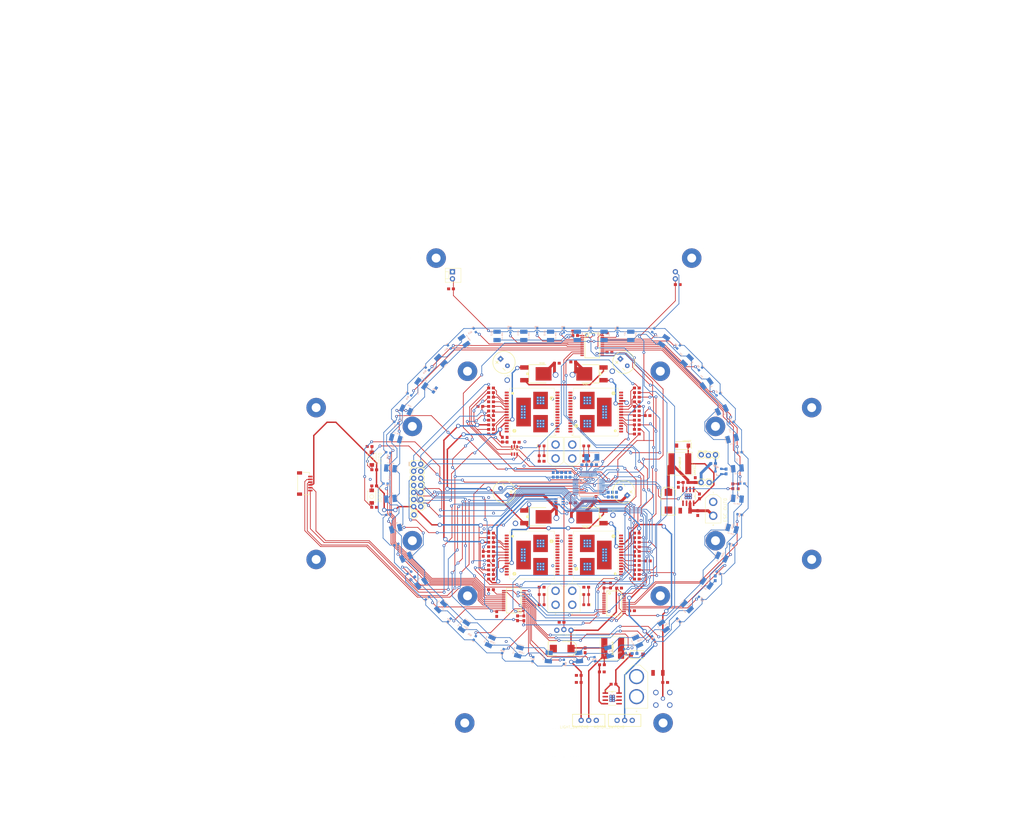
<source format=kicad_pcb>
(kicad_pcb (version 20211014) (generator pcbnew)
  (layers (0 "F.Cu" signal) (31 "B.Cu" signal) (34 "B.Paste" user) (35 "F.Paste" user) (36 "B.SilkS" user "B.Silkscreen") (37 "F.SilkS" user "F.Silkscreen") (38 "B.Mask" user) (39 "F.Mask" user) (44 "Edge.Cuts" user))
  (net 0 "")
  (net 1 "V_BATT")
  (net 2 "GND")
  (net 3 "N$2")
  (net 4 "N$4")
  (net 5 "N$1")
  (net 6 "3.3V")
  (net 7 "LSWITCH")
  (net 8 "N$52")
  (net 9 "LS0")
  (net 10 "LS1")
  (net 11 "LS2")
  (net 12 "LS3")
  (net 13 "N$53")
  (net 14 "N$54")
  (net 15 "N$55")
  (net 16 "N$56")
  (net 17 "N$57")
  (net 18 "N$58")
  (net 19 "N$59")
  (net 20 "N$60")
  (net 21 "N$61")
  (net 22 "N$62")
  (net 23 "N$63")
  (net 24 "N$64")
  (net 25 "N$65")
  (net 26 "N$66")
  (net 27 "N$67")
  (net 28 "N$68")
  (net 29 "LG_SIG")
  (net 30 "N$82")
  (net 31 "N$83")
  (net 32 "N$84")
  (net 33 "N$85")
  (net 34 "N$86")
  (net 35 "N$87")
  (net 36 "N$88")
  (net 37 "N$89")
  (net 38 "N$90")
  (net 39 "N$91")
  (net 40 "N$92")
  (net 41 "N$93")
  (net 42 "N$94")
  (net 43 "N$95")
  (net 44 "N$96")
  (net 45 "N$97")
  (net 46 "N$98")
  (net 47 "N$99")
  (net 48 "N$100")
  (net 49 "N$101")
  (net 50 "N$102")
  (net 51 "N$103")
  (net 52 "LSIG2")
  (net 53 "LSIG3")
  (net 54 "N$69")
  (net 55 "LSIG1")
  (net 56 "AGND")
  (net 57 "VCCA")
  (net 58 "N$12")
  (net 59 "N$11")
  (net 60 "N$14")
  (net 61 "N$13")
  (net 62 "M_SWITCH")
  (net 63 "FL_DIR")
  (net 64 "NOT_FL_DIR")
  (net 65 "NOT_FR_DIR")
  (net 66 "FR_DIR")
  (net 67 "N$15")
  (net 68 "FL_PWM")
  (net 69 "N$16")
  (net 70 "FL_CS")
  (net 71 "N$17")
  (net 72 "FL_OUTA")
  (net 73 "FL_OUTB")
  (net 74 "N$18")
  (net 75 "N$19")
  (net 76 "N$21")
  (net 77 "N$20")
  (net 78 "N$22")
  (net 79 "N$23")
  (net 80 "N$24")
  (net 81 "N$25")
  (net 82 "N$26")
  (net 83 "N$27")
  (net 84 "N$28")
  (net 85 "N$29")
  (net 86 "FR_PWM")
  (net 87 "FR_CS")
  (net 88 "FR_OUTA")
  (net 89 "FR_OUTB")
  (net 90 "N$31")
  (net 91 "N$30")
  (net 92 "N$32")
  (net 93 "N$33")
  (net 94 "N$34")
  (net 95 "N$35")
  (net 96 "N$36")
  (net 97 "N$37")
  (net 98 "N$38")
  (net 99 "N$39")
  (net 100 "BL_DIR")
  (net 101 "NOT_BL_DIR")
  (net 102 "BL_PWM")
  (net 103 "BL_CS")
  (net 104 "N$45")
  (net 105 "BL_OUTA")
  (net 106 "BL_OUTB")
  (net 107 "N$40")
  (net 108 "N$41")
  (net 109 "N$42")
  (net 110 "N$43")
  (net 111 "N$44")
  (net 112 "N$46")
  (net 113 "N$47")
  (net 114 "N$48")
  (net 115 "N$49")
  (net 116 "N$50")
  (net 117 "BR_DIR")
  (net 118 "NOT_BR_DIR")
  (net 119 "BR_PWM")
  (net 120 "BR_CS")
  (net 121 "BR_OUTA")
  (net 122 "BR_OUTB")
  (net 123 "SWDIO")
  (net 124 "SWCLK")
  (net 125 "OSC_IN")
  (net 126 "OSC_OUT")
  (net 127 "N$70")
  (net 128 "BOOT0")
  (net 129 "N$72")
  (net 130 "N$74")
  (net 131 "RESET")
  (net 132 "TX1")
  (net 133 "RX1")
  (net 134 "TX3")
  (net 135 "RX3")
  (net 136 "LIGHT_INT")
  (net 137 "BATT_LVL")
  (net 138 "N$3")
  (net 139 "N$5")
  (net 140 "N$6")
  (net 141 "5V")
  (net 142 "ESC_HV")
  (net 143 "3.3V1")
  (net 144 "ESC_LV")
  (net 145 "N$7")
  (net 146 "N$8")
  (net 147 "N$9")
  (net 148 "N$10")
  (net 149 "N$51")
  (net 150 "N$71")
  (net 151 "N$75")
  (net 152 "N$76")
  (net 153 "N$77")
  (net 154 "N$78")
  (net 155 "N$79")
  (net 156 "N$80")
  (net 157 "N$81")
  (net 158 "N$104")
  (net 159 "N$105")
  (net 160 "N$106")
  (net 161 "N$107")
  (net 162 "N$73")
  (net 163 "LIMIT_SWITCH")
  (footprint "layer1:R0603" (layer "F.Cu") (at 174.6631 127.325458 180)
    (fp_text reference "M4R7" hide)
    (fp_text value "1k")
  )
  (footprint "layer1:R0603" (layer "F.Cu") (at 80.3811 108.174895 180)
    (fp_text reference "R4" hide)
    (fp_text value "10k")
  )
  (footprint "layer1:R0603" (layer "F.Cu") (at 162.099187 167.239129 180)
    (fp_text reference "UNK1R2" hide)
    (fp_text value "5.9k")
  )
  (footprint "layer1:C0603" (layer "F.Cu") (at 122.3391 76.906458 180)
    (fp_text reference "M1C1" hide)
    (fp_text value "33nF")
  )
  (footprint "layer1:C0603" (layer "F.Cu") (at 153.8161 171.009458 180)
    (fp_text reference "LC4" hide)
    (fp_text value "1uF")
  )
  (footprint "layer1:R0603" (layer "F.Cu") (at 174.6631 65.349458 180)
    (fp_text reference "M2R6" hide)
    (fp_text value "1k")
  )
  (footprint "layer1:C0603" (layer "F.Cu") (at 156.110003 159.488951 -90)
    (fp_text reference "UNK1C5" hide)
    (fp_text value "0.1uF")
  )
  (footprint "layer1:SM06B-SRSS-TB" (layer "F.Cu") (at 57.5011 99.639458 90)
    (fp_text reference "X2" hide)
    (fp_text value "SM06B-SRSS-TB" hide)
  )
  (footprint "layer1:C0603" (layer "F.Cu") (at 168.293665 137.156114)
    (fp_text reference "UNK2C3" hide)
    (fp_text value "0.1uF")
  )
  (footprint "layer1:R0603" (layer "F.Cu") (at 122.3391 70.302458)
    (fp_text reference "M1R9" hide)
    (fp_text value "10k")
  )
  (footprint "layer1:SSOP24" (layer "F.Cu") (at 166.5011 142.639458 -90)
    (fp_text reference "MUX_L3" hide)
    (fp_text value "")
  )
  (footprint "layer1:LED-0603" (layer "F.Cu") (at 140.5011 143.134458 180)
    (fp_text reference "M3D2" hide)
    (fp_text value "BLUE")
  )
  (footprint "layer1:DPAK" (layer "F.Cu") (at 157.3911 111.577458 90)
    (fp_text reference "M4Q1")
    (fp_text value "AOD482")
  )
  (footprint "layer1:R0603" (layer "F.Cu") (at 122.3391 130.627458)
    (fp_text reference "M3R2" hide)
    (fp_text value "1k")
  )
  (footprint "layer1:R0603" (layer "F.Cu") (at 122.3391 117.419458)
    (fp_text reference "M3R5" hide)
    (fp_text value "1k")
  )
  (footprint "layer1:C0603" (layer "F.Cu") (at 151.741262 106.547664)
    (fp_text reference "UNK3C2" hide)
    (fp_text value "0.1uF")
  )
  (footprint "layer1:C0603" (layer "F.Cu") (at 184.834837 171.018758)
    (fp_text reference "UNK1C1" hide)
    (fp_text value "4.7uF")
  )
  (footprint "layer1:MOMENTARY_SWITCH_4X3" (layer "F.Cu") (at 79.5261 104.340076 -90)
    (fp_text reference "BOOT0")
    (fp_text value "MOMENTARY_SWITCH_4X3" hide)
  )
  (footprint "layer1:18AWG" (layer "F.Cu") (at 166.0911 110.974458)
    (fp_text reference "V_BATT_M4A0" hide)
    (fp_text value "18AWG" hide)
  )
  (footprint "layer1:LED-0603" (layer "F.Cu") (at 156.5011 89.639458 180)
    (fp_text reference "M2D1" hide)
    (fp_text value "RED")
  )
  (footprint "layer1:LED-0603" (layer "F.Cu") (at 156.5011 139.464458 180)
    (fp_text reference "M4D1" hide)
    (fp_text value "RED")
  )
  (footprint "layer1:DPAK" (layer "F.Cu") (at 139.6111 60.269458 -90)
    (fp_text reference "M1Q1")
    (fp_text value "AOD482")
  )
  (footprint "layer1:R0603" (layer "F.Cu") (at 119.564675 124.855464 90)
    (fp_text reference "M3R11" hide)
    (fp_text value "10k")
  )
  (footprint "layer1:SSOP24" (layer "F.Cu") (at 130.5011 141.639458 90)
    (fp_text reference "MUX_L2" hide)
    (fp_text value "")
  )
  (footprint "layer1:C0603" (layer "F.Cu") (at 131.576591 84.815862)
    (fp_text reference "UNK3C1" hide)
    (fp_text value "0.1uF")
  )
  (footprint "layer1:R0603" (layer "F.Cu") (at 128.103654 83.920987 -90)
    (fp_text reference "R7" hide)
    (fp_text value "500k")
  )
  (footprint "layer1:C0603" (layer "F.Cu") (at 134.129779 148.003598 -90)
    (fp_text reference "UNK2C5" hide)
    (fp_text value "1uF")
  )
  (footprint "layer1:MOLEX-1X2" (layer "F.Cu") (at 108.5011 23.639458 -90)
    (fp_text reference "LED0" hide)
    (fp_text value "")
  )
  (footprint "layer1:R0603" (layer "F.Cu") (at 174.6631 119.070458)
    (fp_text reference "M4R3" hide)
    (fp_text value "3.3k")
  )
  (footprint "layer1:R0603" (layer "F.Cu") (at 147.659082 149.443348)
    (fp_text reference "R10" hide)
    (fp_text value "10k")
  )
  (footprint "layer1:POWERSO-30" (layer "F.Cu") (at 159.9311 125.293458 90)
    (fp_text reference "M_BR0" hide)
    (fp_text value "VNH5019" hide)
  )
  (footprint "layer1:R0603" (layer "F.Cu") (at 174.6631 73.604458 180)
    (fp_text reference "M2R10" hide)
    (fp_text value "1k")
  )
  (footprint "layer1:C0603" (layer "F.Cu") (at 197.140481 104.237617 -90)
    (fp_text reference "UNK1C8" hide)
    (fp_text value "10nF")
  )
  (footprint "layer1:POWERSO-30" (layer "F.Cu") (at 137.0711 125.293458 -90)
    (fp_text reference "M_BL0" hide)
    (fp_text value "VNH5019" hide)
  )
  (footprint "layer1:R0603" (layer "F.Cu") (at 174.6631 76.906458 180)
    (fp_text reference "M2R9" hide)
    (fp_text value "10k")
  )
  (footprint "layer1:R0603" (layer "F.Cu") (at 174.6631 132.278458)
    (fp_text reference "M4R4" hide)
    (fp_text value "3.3k")
  )
  (footprint "layer1:R0603" (layer "F.Cu") (at 80.4311 94.704262)
    (fp_text reference "R1" hide)
    (fp_text value "10k")
  )
  (footprint "layer1:C0603" (layer "F.Cu") (at 195.637865 98.393421 90)
    (fp_text reference "UNK1C9" hide)
    (fp_text value "0.1uF")
  )
  (footprint "layer1:POWERSO-30" (layer "F.Cu") (at 137.0711 73.985458 -90)
    (fp_text reference "M_FL0" hide)
    (fp_text value "VNH5019" hide)
  )
  (footprint "layer1:POWERPAD-SOIC-8" (layer "F.Cu") (at 193.140481 104.237617 -90)
    (fp_text reference "U2" hide)
    (fp_text value "")
  )
  (footprint "layer1:C0603" (layer "F.Cu") (at 174.6631 122.372458)
    (fp_text reference "M4C1" hide)
    (fp_text value "33nF")
  )
  (footprint "layer1:R0603" (layer "F.Cu") (at 156.5011 91.639458 180)
    (fp_text reference "M2R12" hide)
    (fp_text value "4.7k")
  )
  (footprint "layer1:R0603" (layer "F.Cu") (at 152.551565 46.519518)
    (fp_text reference "UNK2R4" hide)
    (fp_text value "3k")
  )
  (footprint "layer1:1X01" (layer "F.Cu") (at 94.703519 110.874195)
    (fp_text reference "GND0" hide)
    (fp_text value "")
  )
  (footprint "layer1:C0603" (layer "F.Cu") (at 165.240556 136.232751 90)
    (fp_text reference "UNK2C6" hide)
    (fp_text value "1uF")
  )
  (footprint "layer1:XT30PB-F" (layer "F.Cu") (at 151.5011 140.639458 90)
    (fp_text reference "M4J1" hide)
    (fp_text value "XT30PB-F" hide)
  )
  (footprint "layer1:R0603" (layer "F.Cu") (at 80.4011 100.486292)
    (fp_text reference "R3" hide)
    (fp_text value "1k")
  )
  (footprint "layer1:R0603" (layer "F.Cu") (at 178.601659 127.408661 180)
    (fp_text reference "M4R11" hide)
    (fp_text value "10k")
  )
  (footprint "layer1:R0603" (layer "F.Cu") (at 122.3391 81.859458)
    (fp_text reference "M1R6" hide)
    (fp_text value "1k")
  )
  (footprint "layer1:R0603" (layer "F.Cu") (at 131.863847 147.994217 90)
    (fp_text reference "UNK2R5" hide)
    (fp_text value "3k")
  )
  (footprint "layer1:C1210" (layer "F.Cu") (at 182.244681 167.593226 180)
    (fp_text reference "UNK1C2" hide)
    (fp_text value "22uF")
  )
  (footprint "layer1:R0603" (layer "F.Cu") (at 174.6631 81.859458 180)
    (fp_text reference "M2R5" hide)
    (fp_text value "1k")
  )
  (footprint "layer1:18AWG" (layer "F.Cu") (at 181.5011 179.139458)
    (fp_text reference "V_BATT_M4B0" hide)
    (fp_text value "18AWG" hide)
  )
  (footprint "layer1:DPAK" (layer "F.Cu") (at 157.3911 60.269458 90)
    (fp_text reference "M2Q1")
    (fp_text value "AOD482")
  )
  (footprint "layer1:18AWG" (layer "F.Cu") (at 186.5011 179.139458)
    (fp_text reference "V_BATT_M2B0" hide)
    (fp_text value "18AWG" hide)
  )
  (footprint "layer1:R0603" (layer "F.Cu") (at 174.6631 71.953458 180)
    (fp_text reference "M2R8" hide)
    (fp_text value "10k")
  )
  (footprint "layer1:R0603" (layer "F.Cu") (at 122.3391 71.953458)
    (fp_text reference "M1R7" hide)
    (fp_text value "1k")
  )
  (footprint "layer1:3.5MM_CAP" (layer "F.Cu") (at 127.0011 102.639458 -45)
    (fp_text reference "M3C2" hide)
    (fp_text value "680uF" hide)
  )
  (footprint "layer1:R0603" (layer "F.Cu") (at 162.875234 136.226936 -90)
    (fp_text reference "UNK2R6" hide)
    (fp_text value "3k")
  )
  (footprint "layer1:18AWG" (layer "F.Cu") (at 131.117344 113.939458)
    (fp_text reference "V_BATT_M3A0" hide)
    (fp_text value "18AWG" hide)
  )
  (footprint "layer1:R0603" (layer "F.Cu") (at 122.3391 80.208458 180)
    (fp_text reference "M1R3" hide)
    (fp_text value "3.3k")
  )
  (footprint "layer1:3.5MM_CAP" (layer "F.Cu") (at 170.0011 102.639458 -45)
    (fp_text reference "M4C2" hide)
    (fp_text value "680uF" hide)
  )
  (footprint "layer1:R0603" (layer "F.Cu") (at 209.123284 100.609736 -90)
    (fp_text reference "R5" hide)
    (fp_text value "470")
  )
  (footprint "layer1:2X7" (layer "F.Cu") (at 94.5831 92.679065 -90)
    (fp_text reference "U$15" hide)
    (fp_text value "CONN_07X2" hide)
  )
  (footprint "layer1:R0603" (layer "F.Cu") (at 174.6631 117.419458 180)
    (fp_text reference "M4R6" hide)
    (fp_text value "1k")
  )
  (footprint "layer1:EIA7343" (layer "F.Cu") (at 147.873041 158.858464)
    (fp_text reference "UNK1C4")
    (fp_text value "220uF")
  )
  (footprint "layer1:R0603" (layer "F.Cu") (at 189.34419 28.235574 180)
    (fp_text reference "LG_R2" hide)
    (fp_text value "2k")
  )
  (footprint "layer1:EIA7343" (layer "F.Cu") (at 186.018881 105.970995 90)
    (fp_text reference "UNK1C7")
    (fp_text value "220uF")
  )
  (footprint "layer1:R0603" (layer "F.Cu") (at 174.6631 125.674458 180)
    (fp_text reference "M4R10" hide)
    (fp_text value "1k")
  )
  (footprint "layer1:18AWG" (layer "F.Cu") (at 128.1511 62.529458)
    (fp_text reference "V_BATT_M1A0" hide)
    (fp_text value "18AWG" hide)
  )
  (footprint "layer1:SWITCH_SPDT_PTH_11.6X4.0MM_LOCK" (layer "F.Cu") (at 170.3011 184.639458 90)
    (fp_text reference "MOTOR_SWITCH0")
    (fp_text value "")
  )
  (footprint "layer1:R0603" (layer "F.Cu") (at 122.3391 122.372458)
    (fp_text reference "M3R9" hide)
    (fp_text value "10k")
  )
  (footprint "layer1:C0603" (layer "F.Cu") (at 124.380622 146.46032 -90)
    (fp_text reference "UNK2C2" hide)
    (fp_text value "0.1uF")
  )
  (footprint "layer1:LED-0603" (layer "F.Cu") (at 140.5011 139.464458)
    (fp_text reference "M3D1" hide)
    (fp_text value "RED")
  )
  (footprint "layer1:R0603" (layer "F.Cu") (at 126.4011 83.889458 90)
    (fp_text reference "R6" hide)
    (fp_text value "2M")
  )
  (footprint "layer1:R0603" (layer "F.Cu") (at 122.3391 133.929458)
    (fp_text reference "M3R6" hide)
    (fp_text value "1k")
  )
  (footprint "layer1:R0603" (layer "F.Cu") (at 118.5011 71.953458)
    (fp_text reference "M1R11" hide)
    (fp_text value "10k")
  )
  (footprint "layer1:LED-0603" (layer "F.Cu") (at 156.5011 86.139458)
    (fp_text reference "M2D2" hide)
    (fp_text value "BLUE")
  )
  (footprint "layer1:C0603" (layer "F.Cu") (at 145.7011 107.139458 90)
    (fp_text reference "M3C3" hide)
    (fp_text value "1.0uF")
  )
  (footprint "layer1:R0603" (layer "F.Cu") (at 192.140481 99.237618)
    (fp_text reference "UNK1R3" hide)
    (fp_text value "10k")
  )
  (footprint "layer1:3.5MM_CAP" (layer "F.Cu") (at 127.0011 56.139458 135)
    (fp_text reference "M1C2" hide)
    (fp_text value "680uF" hide)
  )
  (footprint "layer1:SWPA8040" (layer "F.Cu") (at 190.119875 92.543871 180)
    (fp_text reference "UNK1L2")
    (fp_text value "10uH")
  )
  (footprint "layer1:C0603" (layer "F.Cu") (at 153.827531 168.484976 180)
    (fp_text reference "LC2" hide)
    (fp_text value "1uF")
  )
  (footprint "layer1:R0603" (layer "F.Cu") (at 122.3391 75.255458)
    (fp_text reference "M1R8" hide)
    (fp_text value "10k")
  )
  (footprint "layer1:1X03_LOCK_NO_SILK" (layer "F.Cu") (at 151.033156 152.159711 180)
    (fp_text reference "J2" hide)
    (fp_text value "")
  )
  (footprint "layer1:SWPA8040" (layer "F.Cu") (at 166.0011 158.789458 180)
    (fp_text reference "UNK1L1" hide)
    (fp_text value "10uH")
  )
  (footprint "layer1:1X02_LOCK" (layer "F.Cu") (at 200.452796 99.278315 180)
    (fp_text reference "J1" hide)
    (fp_text value "")
  )
  (footprint "layer1:R0603" (layer "F.Cu") (at 174.6631 80.208458)
    (fp_text reference "M2R4" hide)
    (fp_text value "3.3k")
  )
  (footprint "layer1:R0603" (layer "F.Cu") (at 172.939562 145.281508 180)
    (fp_text reference "UNK2R3" hide)
    (fp_text value "1k")
  )
  (footprint "layer1:R0603" (layer "F.Cu") (at 174.6631 124.023458 180)
    (fp_text reference "M4R8" hide)
    (fp_text value "10k")
  )
  (footprint "layer1:R0603" (layer "F.Cu") (at 122.3391 65.349458)
    (fp_text reference "M1R5" hide)
    (fp_text value "1k")
  )
  (footprint "layer1:R0603" (layer "F.Cu") (at 174.6631 68.651458 180)
    (fp_text reference "M2R2" hide)
    (fp_text value "1k")
  )
  (footprint "layer1:DPAK" (layer "F.Cu") (at 139.6111 111.577458 -90)
    (fp_text reference "M3Q1" hide)
    (fp_text value "AOD482")
  )
  (footprint "layer1:R0603" (layer "F.Cu") (at 122.3391 78.557458)
    (fp_text reference "M1R2" hide)
    (fp_text value "1k")
  )
  (footprint "layer1:R0603" (layer "F.Cu") (at 178.5011 75.255458 180)
    (fp_text reference "M2R11" hide)
    (fp_text value "10k")
  )
  (footprint "layer1:18AWG" (layer "F.Cu") (at 181.5011 174.639458)
    (fp_text reference "V_BATT_M3B0" hide)
    (fp_text value "18AWG" hide)
  )
  (footprint "layer1:R0603" (layer "F.Cu") (at 174.6631 67.000458)
    (fp_text reference "M2R3" hide)
    (fp_text value "3.3k")
  )
  (footprint "layer1:XT30PB-F" (layer "F.Cu") (at 145.5011 88.139458 -90)
    (fp_text reference "M1J1" hide)
    (fp_text value "XT30PB-F" hide)
  )
  (footprint "layer1:R0603" (layer "F.Cu") (at 162.147618 164.676317)
    (fp_text reference "UNK1R1" hide)
    (fp_text value "10k")
  )
  (footprint "layer1:R0603" (layer "F.Cu") (at 174.6631 120.721458 180)
    (fp_text reference "M4R2" hide)
    (fp_text value "1k")
  )
  (footprint "layer1:R0603" (layer "F.Cu") (at 174.6631 75.255458 180)
    (fp_text reference "M2R7" hide)
    (fp_text value "1k")
  )
  (footprint "layer1:R0603" (layer "F.Cu") (at 140.5011 136.839458)
    (fp_text reference "M3R12" hide)
    (fp_text value "4.7k")
  )
  (footprint "layer1:R0603" (layer "F.Cu") (at 78.7611 86.337733)
    (fp_text reference "R2" hide)
    (fp_text value "1k")
  )
  (footprint "layer1:18AWG" (layer "F.Cu") (at 165.868684 59.331012)
    (fp_text reference "V_BATT_M2A0" hide)
    (fp_text value "18AWG" hide)
  )
  (footprint "layer1:C0603" (layer "F.Cu") (at 166.28455 171.653523)
    (fp_text reference "UNK1C3" hide)
    (fp_text value "10nF")
  )
  (footprint "layer1:LED-0603" (layer "F.Cu") (at 140.5011 89.639458)
    (fp_text reference "M1D1" hide)
    (fp_text value "RED")
  )
  (footprint "layer1:R0603" (layer "F.Cu") (at 122.3391 119.070458 180)
    (fp_text reference "M3R4" hide)
    (fp_text value "3.3k")
  )
  (footprint "layer1:POWERPAD-SOIC-8" (layer "F.Cu") (at 165.824465 176.744976)
    (fp_text reference "U1" hide)
    (fp_text value "")
  )
  (footprint "layer1:R0603" (layer "F.Cu") (at 122.3391 132.278458 180)
    (fp_text reference "M3R3" hide)
    (fp_text value "3.3k")
  )
  (footprint "layer1:C0603" (layer "F.Cu") (at 196.525971 110.250398 -90)
    (fp_text reference "UNK1C6" hide)
    (fp_text value "4.7uF")
  )
  (footprint "layer1:LED-0603" (layer "F.Cu") (at 140.5011 86.139458 180)
    (fp_text reference "M1D2" hide)
    (fp_text value "BLUE")
  )
  (footprint "layer1:R0603" (layer "F.Cu") (at 122.3391 124.023458)
    (fp_text reference "M3R7" hide)
    (fp_text value "1k")
  )
  (footprint "layer1:3.5MM_CAP" (layer "F.Cu") (at 170.0011 56.139458 135)
    (fp_text reference "M2C2" hide)
    (fp_text value "680uF" hide)
  )
  (footprint "layer1:R0603" (layer "F.Cu") (at 122.3391 73.604458)
    (fp_text reference "M1R10" hide)
    (fp_text value "1k")
  )
  (footprint "layer1:SMA-DIODE" (layer "F.Cu") (at 174.766321 161.061061 180)
    (fp_text reference "UNK1D1" hide)
    (fp_text value "SS54")
  )
  (footprint "layer1:1X03_LOCK" (layer "F.Cu") (at 197.810396 89.432687)
    (fp_text reference "ESC_IN0")
    (fp_text value "")
  )
  (footprint "layer1:1X02_NO_SILK" (layer "F.Cu") (at 188.5011 23.639458 -90)
    (fp_text reference "LDR0" hide)
    (fp_text value "")
  )
  (footprint "layer1:R0603" (layer "F.Cu") (at 174.6631 128.976458 180)
    (fp_text reference "M4R9" hide)
    (fp_text value "10k")
  )
  (footprint "layer1:XT60PB-M" (layer "F.Cu") (at 174.565531 172.521536 90)
    (fp_text reference "U$1" hide)
    (fp_text value "XT60XT60PB-M" hide)
  )
  (footprint "layer1:SSOP24" (layer "F.Cu") (at 158.6611 50.109458 -90)
    (fp_text reference "MUX_L1" hide)
    (fp_text value "")
  )
  (footprint "layer1:C0603" (layer "F.Cu") (at 122.3391 128.976458 180)
    (fp_text reference "M3C1" hide)
    (fp_text value "33nF")
  )
  (footprint "layer1:POWERSO-30" (layer "F.Cu") (at 159.9311 73.985458 90)
    (fp_text reference "M_FR0" hide)
    (fp_text value "VNH5019" hide)
  )
  (footprint "layer1:SWITCH_SPDT_PTH_11.6X4.0MM_LOCK" (layer "F.Cu") (at 157.4011 184.639458 90)
    (fp_text reference "LIGHT_SWITCH0")
    (fp_text value "")
  )
  (footprint "layer1:R0603" (layer "F.Cu") (at 164.853315 52.564408 180)
    (fp_text reference "UNK2R1" hide)
    (fp_text value "1k")
  )
  (footprint "layer1:C0603" (layer "F.Cu") (at 107.981944 29.773237 180)
    (fp_text reference "LC1" hide)
    (fp_text value "1uF")
  )
  (footprint "layer1:SMA-DIODE" (layer "F.Cu") (at 191.020637 86.019265)
    (fp_text reference "UNK1D2")
    (fp_text value "SS54")
  )
  (footprint "layer1:R0603" (layer "F.Cu") (at 174.6631 78.557458 180)
    (fp_text reference "M2R1" hide)
    (fp_text value "1k")
  )
  (footprint "layer1:R0603" (layer "F.Cu") (at 122.320272 137.693639)
    (fp_text reference "UNK2R2" hide)
    (fp_text value "1k")
  )
  (footprint "layer1:R0603" (layer "F.Cu") (at 122.3391 68.651458)
    (fp_text reference "M1R1" hide)
    (fp_text value "1k")
  )
  (footprint "layer1:R0603" (layer "F.Cu") (at 174.6631 133.929458 180)
    (fp_text reference "M4R5" hide)
    (fp_text value "1k")
  )
  (footprint "layer1:R0603" (layer "F.Cu") (at 122.3391 125.674458)
    (fp_text reference "M3R10" hide)
    (fp_text value "1k")
  )
  (footprint "layer1:C0603" (layer "F.Cu") (at 152.547746 44.937474 180)
    (fp_text reference "UNK2C4" hide)
    (fp_text value "1uF")
  )
  (footprint "layer1:R0603" (layer "F.Cu") (at 156.5011 136.839458 180)
    (fp_text reference "M4R12" hide)
    (fp_text value "4.7k")
  )
  (footprint "layer1:C0603" (layer "F.Cu") (at 174.6631 70.302458)
    (fp_text reference "M2C1" hide)
    (fp_text value "33nF")
  )
  (footprint "layer1:R0603" (layer "F.Cu") (at 189.5705 100.103758 90)
    (fp_text reference "UNK1R4" hide)
    (fp_text value "3.24k")
  )
  (footprint "layer1:C0603" (layer "F.Cu") (at 145.9611 56.459458)
    (fp_text reference "M1C3" hide)
    (fp_text value "1.0uF")
  )
  (footprint "layer1:XT30PB-F" (layer "F.Cu") (at 145.5011 140.639458 90)
    (fp_text reference "M3J1" hide)
    (fp_text value "XT30PB-F" hide)
  )
  (footprint "layer1:R0603" (layer "F.Cu") (at 122.3391 120.721458)
    (fp_text reference "M3R1" hide)
    (fp_text value "1k")
  )
  (footprint "layer1:C0603" (layer "F.Cu") (at 151.840253 56.003352 180)
    (fp_text reference "M2C3" hide)
    (fp_text value "1.0uF")
  )
  (footprint "layer1:MOMENTARY_SWITCH_4X3" (layer "F.Cu") (at 79.5711 90.706293 -90)
    (fp_text reference "RST0")
    (fp_text value "MOMENTARY_SWITCH_4X3" hide)
  )
  (footprint "layer1:LED-0603" (layer "F.Cu") (at 211.033356 100.617364 -90)
    (fp_text reference "D1" hide)
    (fp_text value "STM_LED")
  )
  (footprint "layer1:R0603" (layer "F.Cu") (at 122.3391 67.000458 180)
    (fp_text reference "M1R4" hide)
    (fp_text value "3.3k")
  )
  (footprint "layer1:R0603" (layer "F.Cu") (at 140.5011 91.639458)
    (fp_text reference "M1R12" hide)
    (fp_text value "4.7k")
  )
  (footprint "layer1:R0603" (layer "F.Cu") (at 174.6631 130.627458 180)
    (fp_text reference "M4R1" hide)
    (fp_text value "1k")
  )
  (footprint "layer1:SOT23-6" (layer "F.Cu") (at 130.726904 87.781715)
    (fp_text reference "MU1" hide)
    (fp_text value "")
  )
  (footprint "layer1:LED-0603" (layer "F.Cu") (at 156.5011 143.134458)
    (fp_text reference "M4D2" hide)
    (fp_text value "BLUE")
  )
  (footprint "layer1:C0603" (layer "F.Cu") (at 160.0011 105.139458 90)
    (fp_text reference "M4C3" hide)
    (fp_text value "1.0uF")
  )
  (footprint "layer1:18AWG" (layer "F.Cu") (at 186.5011 174.639458)
    (fp_text reference "V_BATT_M1B0" hide)
    (fp_text value "18AWG" hide)
  )
  (footprint "layer1:XT30PB-F" (layer "F.Cu") (at 151.5011 88.139458 -90)
    (fp_text reference "M2J1" hide)
    (fp_text value "XT30PB-F" hide)
  )
  (footprint "layer1:R0603" (layer "F.Cu") (at 122.3391 127.325458)
    (fp_text reference "M3R8" hide)
    (fp_text value "10k")
  )
  (footprint "layer1:XT30PB-F" (layer "F.Cu") (at 202.07495 108.711901 90)
    (fp_text reference "ESC_OUT0")
    (fp_text value "XT30PB-F" hide)
  )
  (footprint "layer1:C1210" (layer "F.Cu") (at 192.003718 109.380633 180)
    (fp_text reference "UNK1C10" hide)
    (fp_text value "22uF")
  )
  (footprint "layer1:C0603" (layer "F.Cu") (at 163.1442 45.550165)
    (fp_text reference "UNK2C1" hide)
    (fp_text value "0.1uF")
  )
  (footprint "layer1:3528" (layer "B.Cu") (at 153.948334 161.901626 95)
    (fp_text reference "LD28")
    (fp_text value "3528LED" hide)
  )
  (footprint "layer1:ALS-PT19" (layer "B.Cu") (at 93.075475 131.639458 30)
    (fp_text reference "Q22")
    (fp_text value "")
  )
  (footprint "layer1:3528" (layer "B.Cu") (at 208.871465 115.815648 165)
    (fp_text reference "LD35")
    (fp_text value "3528LED" hide)
  )
  (footprint "layer1:3528" (layer "B.Cu") (at 172.5011 46.639458 -90)
    (fp_text reference "LD7")
    (fp_text value "3528LED" hide)
  )
  (footprint "layer1:R0603" (layer "B.Cu") (at 202.041137 92.462974)
    (fp_text reference "R8")
    (fp_text value "4.7k")
  )
  (footprint "layer1:3528" (layer "B.Cu") (at 112.652572 48.442455 -55)
    (fp_text reference "LD13")
    (fp_text value "3528LED" hide)
  )
  (footprint "layer1:3528" (layer "B.Cu") (at 97.304097 135.487986 35)
    (fp_text reference "LD22")
    (fp_text value "3528LED" hide)
  )
  (footprint "layer1:C0603" (layer "B.Cu") (at 202.8011 133.639458 90)
    (fp_text reference "LC6" hide)
    (fp_text value "1uF")
  )
  (footprint "layer1:3528" (layer "B.Cu") (at 124.5011 46.639458 -90)
    (fp_text reference "LD12")
    (fp_text value "3528LED" hide)
  )
  (footprint "layer1:C0603" (layer "B.Cu") (at 94.2261 133.664458 35)
    (fp_text reference "LC3")
    (fp_text value "1uF" hide)
  )
  (footprint "layer1:ALS-PT19" (layer "B.Cu") (at 212.5011 99.639458 180)
    (fp_text reference "Q1")
    (fp_text value "")
  )
  (footprint "layer1:3528" (layer "B.Cu") (at 199.698103 63.79093 -145)
    (fp_text reference "LD4")
    (fp_text value "3528LED" hide)
  )
  (footprint "layer1:ALS-PT19" (layer "B.Cu") (at 99.474257 58.501052 -40)
    (fp_text reference "Q15")
    (fp_text value "")
  )
  (footprint "layer1:SOT23-3" (layer "B.Cu") (at 203.972421 95.308887 -90)
    (fp_text reference "Q37")
    (fp_text value "AO3402")
  )
  (footprint "layer1:ALS-PT19" (layer "B.Cu") (at 203.926725 131.639458 150)
    (fp_text reference "Q34")
    (fp_text value "")
  )
  (footprint "layer1:3528" (layer "B.Cu") (at 88.130735 83.463268 -15)
    (fp_text reference "LD17")
    (fp_text value "3528LED" hide)
  )
  (footprint "layer1:C0603" (layer "B.Cu") (at 147.663175 96.515268 90)
    (fp_text reference "C5" hide)
    (fp_text value "1uF")
  )
  (footprint "layer1:ALS-PT19" (layer "B.Cu") (at 148.5011 163.639458 90)
    (fp_text reference "Q28")
    (fp_text value "")
  )
  (footprint "layer1:3528" (layer "B.Cu") (at 97.304097 63.79093 -35)
    (fp_text reference "LD15")
    (fp_text value "3528LED" hide)
  )
  (footprint "layer1:ALS-PT19" (layer "B.Cu") (at 189.639506 148.666301 130)
    (fp_text reference "Q32")
    (fp_text value "")
  )
  (footprint "layer1:ALS-PT19" (layer "B.Cu") (at 189.639506 50.612615 -130)
    (fp_text reference "Q6")
    (fp_text value "")
  )
  (footprint "layer1:3528" (layer "B.Cu") (at 153.3011 46.639458 -90)
    (fp_text reference "LD9")
    (fp_text value "3528LED" hide)
  )
  (footprint "layer1:3528" (layer "B.Cu") (at 143.7011 46.639458 -90)
    (fp_text reference "LD10")
    (fp_text value "3528LED" hide)
  )
  (footprint "layer1:ALS-PT19" (layer "B.Cu") (at 126.61181 159.779786 70)
    (fp_text reference "Q26")
    (fp_text value "")
  )
  (footprint "layer1:3528" (layer "B.Cu") (at 192.695275 55.445283 -135)
    (fp_text reference "LD5")
    (fp_text value "3528LED" hide)
  )
  (footprint "layer1:ALS-PT19" (layer "B.Cu") (at 88.360772 121.528748 20)
    (fp_text reference "Q21")
    (fp_text value "")
  )
  (footprint "layer1:R0603" (layer "B.Cu") (at 102.1711 66.079458 55)
    (fp_text reference "LR1")
    (fp_text value "47")
  )
  (footprint "layer1:ALS-PT19" (layer "B.Cu") (at 99.474257 140.777864 40)
    (fp_text reference "Q23")
    (fp_text value "")
  )
  (footprint "layer1:ALS-PT19" (layer "B.Cu") (at 138.9011 44.639458 -90)
    (fp_text reference "Q11")
    (fp_text value "")
  )
  (footprint "layer1:3528" (layer "B.Cu") (at 91.856863 126.053098 25)
    (fp_text reference "LD21")
    (fp_text value "3528LED" hide)
  )
  (footprint "layer1:LQFP48" (layer "B.Cu") (at 157.414921 100.855661)
    (fp_text reference "U$2" hide)
    (fp_text value "STM32F103CBT6" hide)
  )
  (footprint "layer1:3528" (layer "B.Cu") (at 104.306925 143.833633 45)
    (fp_text reference "LD23")
    (fp_text value "3528LED" hide)
  )
  (footprint "layer1:ALS-PT19" (layer "B.Cu") (at 167.7011 44.639458 -90)
    (fp_text reference "Q8")
    (fp_text value "")
  )
  (footprint "layer1:ALS-PT19" (layer "B.Cu") (at 85.473404 88.525974 -10)
    (fp_text reference "Q18")
    (fp_text value "")
  )
  (footprint "layer1:3528" (layer "B.Cu") (at 210.763268 94.192224 -175)
    (fp_text reference "LD1")
    (fp_text value "3528LED" hide)
  )
  (footprint "layer1:ALS-PT19" (layer "B.Cu") (at 211.528796 110.752942 170)
    (fp_text reference "Q36")
    (fp_text value "")
  )
  (footprint "layer1:3528" (layer "B.Cu") (at 208.871465 83.463268 -165)
    (fp_text reference "LD2")
    (fp_text value "3528LED" hide)
  )
  (footprint "layer1:CRYSTAL-SMD-5X3.2-2PAD" (layer "B.Cu") (at 158.49744 90.221774)
    (fp_text reference "Y1" hide)
    (fp_text value "8MHz")
  )
  (footprint "layer1:C0603" (layer "B.Cu") (at 165.893921 103.627161 90)
    (fp_text reference "C2" hide)
    (fp_text value "1uF")
  )
  (footprint "layer1:C0603" (layer "B.Cu") (at 146.163175 96.515268 90)
    (fp_text reference "C4" hide)
    (fp_text value "10nF")
  )
  (footprint "layer1:3528" (layer "B.Cu") (at 205.145337 126.053098 155)
    (fp_text reference "LD34")
    (fp_text value "3528LED" hide)
  )
  (footprint "layer1:ALS-PT19" (layer "B.Cu") (at 88.360772 77.750168 -20)
    (fp_text reference "Q17")
    (fp_text value "")
  )
  (footprint "layer1:3528" (layer "B.Cu") (at 192.695275 143.833633 135)
    (fp_text reference "LD32")
    (fp_text value "3528LED" hide)
  )
  (footprint "layer1:ALS-PT19" (layer "B.Cu") (at 107.362694 50.612615 -50)
    (fp_text reference "Q14")
    (fp_text value "")
  )
  (footprint "layer1:SOT23-6" (layer "B.Cu") (at 146.946379 106.161161 -90)
    (fp_text reference "MU2" hide)
    (fp_text value "")
  )
  (footprint "layer1:3528" (layer "B.Cu") (at 112.652572 150.836461 55)
    (fp_text reference "LD24")
    (fp_text value "3528LED" hide)
  )
  (footprint "layer1:ALS-PT19" (layer "B.Cu") (at 85.473404 110.752942 10)
    (fp_text reference "Q20")
    (fp_text value "")
  )
  (footprint "layer1:0603" (layer "B.Cu") (at 144.663175 96.515268 -90)
    (fp_text reference "FB2" hide)
    (fp_text value "30Ω/1.8A")
  )
  (footprint "layer1:C0603" (layer "B.Cu") (at 150.682334 96.515268 90)
    (fp_text reference "C8" hide)
    (fp_text value "1uF")
  )
  (footprint "layer1:ALS-PT19" (layer "B.Cu") (at 107.362694 148.666301 50)
    (fp_text reference "Q24")
    (fp_text value "")
  )
  (footprint "layer1:ALS-PT19" (layer "B.Cu") (at 211.528796 88.525974 -170)
    (fp_text reference "Q2")
    (fp_text value "")
  )
  (footprint "layer1:C0603" (layer "B.Cu") (at 155.830568 92.953824)
    (fp_text reference "C6" hide)
    (fp_text value "22pF")
  )
  (footprint "layer1:C0603" (layer "B.Cu") (at 173.8411 160.634458 180)
    (fp_text reference "LC5" hide)
    (fp_text value "1uF")
  )
  (footprint "layer1:3528" (layer "B.Cu") (at 143.053866 161.901626 85)
    (fp_text reference "LD27")
    (fp_text value "3528LED" hide)
  )
  (footprint "layer1:3528" (layer "B.Cu") (at 210.763268 105.086692 175)
    (fp_text reference "LD36")
    (fp_text value "3528LED" hide)
  )
  (footprint "layer1:3528" (layer "B.Cu") (at 199.698103 135.487986 145)
    (fp_text reference "LD33")
    (fp_text value "3528LED" hide)
  )
  (footprint "layer1:C0603" (layer "B.Cu") (at 164.415643 103.629701 90)
    (fp_text reference "C1" hide)
    (fp_text value "1uF")
  )
  (footprint "layer1:ALS-PT19" (layer "B.Cu") (at 203.926725 67.639458 -150)
    (fp_text reference "Q4")
    (fp_text value "")
  )
  (footprint "layer1:R0603" (layer "B.Cu") (at 206.7011 95.308887 -90)
    (fp_text reference "R9" hide)
    (fp_text value "4.7k")
  )
  (footprint "layer1:3528" (layer "B.Cu") (at 162.9011 46.639458 -90)
    (fp_text reference "LD8")
    (fp_text value "3528LED" hide)
  )
  (footprint "layer1:3528" (layer "B.Cu") (at 122.08746 156.283695 65)
    (fp_text reference "LD25")
    (fp_text value "3528LED" hide)
  )
  (footprint "layer1:3528" (layer "B.Cu") (at 134.1011 46.639458 -90)
    (fp_text reference "LD11")
    (fp_text value "3528LED" hide)
  )
  (footprint "layer1:3528" (layer "B.Cu") (at 205.145337 73.225818 -155)
    (fp_text reference "LD3")
    (fp_text value "3528LED" hide)
  )
  (footprint "layer1:ALS-PT19" (layer "B.Cu") (at 129.3011 44.639458 -90)
    (fp_text reference "Q12")
    (fp_text value "")
  )
  (footprint "layer1:ALS-PT19" (layer "B.Cu") (at 93.075475 67.639458 -30)
    (fp_text reference "Q16")
    (fp_text value "")
  )
  (footprint "layer1:C0603" (layer "B.Cu") (at 167.369662 103.627161 90)
    (fp_text reference "C3" hide)
    (fp_text value "1uF")
  )
  (footprint "layer1:ALS-PT19" (layer "B.Cu") (at 208.641428 77.750168 -160)
    (fp_text reference "Q3")
    (fp_text value "")
  )
  (footprint "layer1:ALS-PT19" (layer "B.Cu") (at 208.641428 121.528748 160)
    (fp_text reference "Q35")
    (fp_text value "")
  )
  (footprint "layer1:3528" (layer "B.Cu") (at 91.856863 73.225818 -25)
    (fp_text reference "LD16")
    (fp_text value "3528LED" hide)
  )
  (footprint "layer1:ALS-PT19" (layer "B.Cu") (at 116.5011 155.065083 60)
    (fp_text reference "Q25")
    (fp_text value "")
  )
  (footprint "layer1:ALS-PT19" (layer "B.Cu") (at 137.387616 162.667154 80)
    (fp_text reference "Q27")
    (fp_text value "")
  )
  (footprint "layer1:C0603" (layer "B.Cu") (at 159.302165 92.870146 180)
    (fp_text reference "C7" hide)
    (fp_text value "22pF")
  )
  (footprint "layer1:3528" (layer "B.Cu") (at 104.306925 55.445283 -45)
    (fp_text reference "LD14")
    (fp_text value "3528LED" hide)
  )
  (footprint "layer1:3528" (layer "B.Cu") (at 86.238932 94.192224 -5)
    (fp_text reference "LD18")
    (fp_text value "3528LED" hide)
  )
  (footprint "layer1:3528" (layer "B.Cu") (at 184.349628 48.442455 -125)
    (fp_text reference "LD6")
    (fp_text value "3528LED" hide)
  )
  (footprint "layer1:3528" (layer "B.Cu") (at 174.91474 156.283695 115)
    (fp_text reference "LD30")
    (fp_text value "3528LED" hide)
  )
  (footprint "layer1:3528" (layer "B.Cu") (at 164.67729 160.009823 105)
    (fp_text reference "LD29")
    (fp_text value "3528LED" hide)
  )
  (footprint "layer1:ALS-PT19" (layer "B.Cu") (at 158.1011 44.639458 -90)
    (fp_text reference "Q9")
    (fp_text value "")
  )
  (footprint "layer1:ALS-PT19" (layer "B.Cu") (at 180.5011 155.065083 120)
    (fp_text reference "Q31")
    (fp_text value "")
  )
  (footprint "layer1:ALS-PT19" (layer "B.Cu") (at 180.54305 44.639458 -120)
    (fp_text reference "Q7")
    (fp_text value "")
  )
  (footprint "layer1:3528" (layer "B.Cu") (at 132.32491 160.009823 75)
    (fp_text reference "LD26")
    (fp_text value "3528LED" hide)
  )
  (footprint "layer1:ALS-PT19" (layer "B.Cu") (at 84.5011 99.639458)
    (fp_text reference "Q19")
    (fp_text value "")
  )
  (footprint "layer1:3528" (layer "B.Cu") (at 86.238932 105.086692 5)
    (fp_text reference "LD19")
    (fp_text value "3528LED" hide)
  )
  (footprint "layer1:ALS-PT19" (layer "B.Cu") (at 116.5011 44.639458 -60)
    (fp_text reference "Q13")
    (fp_text value "")
  )
  (footprint "layer1:ALS-PT19" (layer "B.Cu") (at 197.527943 58.501052 -140)
    (fp_text reference "Q5")
    (fp_text value "")
  )
  (footprint "layer1:ALS-PT19" (layer "B.Cu") (at 197.527943 140.777864 140)
    (fp_text reference "Q33")
    (fp_text value "")
  )
  (footprint "layer1:0603" (layer "B.Cu") (at 149.163175 96.515268 90)
    (fp_text reference "FB1" hide)
    (fp_text value "30Ω/1.8A")
  )
  (footprint "layer1:3528" (layer "B.Cu") (at 184.349628 150.836461 125)
    (fp_text reference "LD31")
    (fp_text value "3528LED" hide)
  )
  (footprint "layer1:ALS-PT19" (layer "B.Cu") (at 159.614584 162.667154 100)
    (fp_text reference "Q29")
    (fp_text value "")
  )
  (footprint "layer1:3528" (layer "B.Cu") (at 88.130735 115.815648 15)
    (fp_text reference "LD20")
    (fp_text value "3528LED" hide)
  )
  (footprint "layer1:ALS-PT19" (layer "B.Cu") (at 148.5011 44.639458 -90)
    (fp_text reference "Q10")
    (fp_text value "")
  )
  (footprint "layer1:ALS-PT19" (layer "B.Cu") (at 170.39039 159.779786 110)
    (fp_text reference "Q30")
    (fp_text value "")
  )
  (gr_line (start 148.501091 185.616198) (end 148.501082 174.173817) (layer "Edge.Cuts") (width 0.001))
  (gr_arc (start 108.992512 178.271967) (mid 107.915971 176.803294) (end 108.476219 175.070648) (layer "Edge.Cuts") (width 0.001))
  (gr_arc (start 220.6785 92.09779) (mid 220.782574 91.221749) (end 221.253459 90.475728) (layer "Edge.Cuts") (width 0.001))
  (gr_arc (start 117.06962 166.477248) (mid 118.114903 165.925783) (end 119.28901 166.060698) (layer "Edge.Cuts") (width 0.001))
  (gr_arc (start 190.888468 13.329399) (mid 192.057013 12.441453) (end 193.517081 12.59027) (layer "Edge.Cuts") (width 0.001))
  (gr_arc (start 92.32835 22.202527) (mid 91.750532 20.610152) (end 92.601761 19.145591) (layer "Edge.Cuts") (width 0.001))
  (gr_line (start 221.253459 90.475727) (end 231.238459 80.49074) (layer "Edge.Cuts") (width 0.001))
  (gr_line (start 231.238459 118.788176) (end 221.253459 108.803189) (layer "Edge.Cuts") (width 0.001))
  (gr_line (start 186.63264 159.035217) (end 204.67385 177.076389) (layer "Edge.Cuts") (width 0.001))
  (gr_arc (start 146.554732 172.174539) (mid 132.62483 170.442322) (end 119.28901 166.060698) (layer "Edge.Cuts") (width 0.001))
  (gr_arc (start 62.392511 81.492519) (mid 63.779832 79.987798) (end 65.763741 80.49074) (layer "Edge.Cuts") (width 0.001))
  (gr_line (start 92.32835 177.076389) (end 110.369519 159.035217) (layer "Edge.Cuts") (width 0.001))
  (gr_arc (start 204.40044 180.133339) (mid 148.5011 197.640416) (end 92.60176 180.133339) (layer "Edge.Cuts") (width 0.001))
  (gr_line (start 219.15955 123.679876) (end 186.63264 156.206789) (layer "Edge.Cuts") (width 0.001))
  (gr_arc (start 146.454582 187.615658) (mid 127.204881 185.023321) (end 108.99251 178.271967) (layer "Edge.Cuts") (width 0.001))
  (gr_arc (start 239.136759 62.36779) (mid 246.501539 99.639458) (end 239.136759 136.911126) (layer "Edge.Cuts") (width 0.001))
  (gr_arc (start 186.63264 43.072127) (mid 186.046853 41.657913) (end 186.63264 40.243699) (layer "Edge.Cuts") (width 0.001))
  (gr_arc (start 92.60176 19.14559) (mid 97.937138 15.691451) (end 103.48511 12.590268) (layer "Edge.Cuts") (width 0.001))
  (gr_arc (start 76.323691 107.181126) (mid 75.939997 99.639458) (end 76.323691 92.09779) (layer "Edge.Cuts") (width 0.001))
  (gr_line (start 221.987968 75.59904) (end 235.87284 61.714218) (layer "Edge.Cuts") (width 0.001))
  (gr_arc (start 110.369519 156.206789) (mid 110.955306 157.621003) (end 110.369519 159.035217) (layer "Edge.Cuts") (width 0.001))
  (gr_arc (start 75.014182 123.679876) (mid 76.428396 123.094089) (end 77.84261 123.679876) (layer "Edge.Cuts") (width 0.001))
  (gr_arc (start 193.517081 12.590268) (mid 199.065058 15.691451) (end 204.40044 19.14559) (layer "Edge.Cuts") (width 0.001))
  (gr_line (start 61.12936 61.714218) (end 75.014182 75.59904) (layer "Edge.Cuts") (width 0.001))
  (gr_line (start 235.87284 137.564698) (end 221.987968 123.679876) (layer "Edge.Cuts") (width 0.001))
  (gr_line (start 65.763741 118.788176) (end 75.748741 108.803189) (layer "Edge.Cuts") (width 0.001))
  (gr_line (start 77.84261 75.59904) (end 110.369519 43.072127) (layer "Edge.Cuts") (width 0.001))
  (gr_arc (start 65.763742 118.788176) (mid 63.779833 119.291119) (end 62.39251 117.786398) (layer "Edge.Cuts") (width 0.001))
  (gr_arc (start 77.84261 75.59904) (mid 76.428396 76.184827) (end 75.014182 75.59904) (layer "Edge.Cuts") (width 0.001))
  (gr_arc (start 220.6785 92.09779) (mid 221.062194 99.639458) (end 220.6785 107.181126) (layer "Edge.Cuts") (width 0.001))
  (gr_line (start 110.369519 40.243699) (end 92.32835 22.202527) (layer "Edge.Cuts") (width 0.001))
  (gr_line (start 174.231581 40.784749) (end 190.888468 13.329399) (layer "Edge.Cuts") (width 0.001))
  (gr_arc (start 174.23158 40.784749) (mid 173.502802 41.490188) (end 172.521668 41.747358) (layer "Edge.Cuts") (width 0.001))
  (gr_arc (start 219.15955 123.679876) (mid 220.573759 123.094091) (end 221.987968 123.679876) (layer "Edge.Cuts") (width 0.001))
  (gr_line (start 186.63264 43.072127) (end 219.15955 75.59904) (layer "Edge.Cuts") (width 0.001))
  (gr_arc (start 221.253459 108.803189) (mid 220.782573 108.057168) (end 220.678499 107.181126) (layer "Edge.Cuts") (width 0.001))
  (gr_arc (start 92.60176 180.133339) (mid 91.750528 178.66877) (end 92.32835 177.076388) (layer "Edge.Cuts") (width 0.001))
  (gr_arc (start 234.609681 117.786398) (mid 233.222363 119.291116) (end 231.238458 118.788175) (layer "Edge.Cuts") (width 0.001))
  (gr_arc (start 76.323692 107.181126) (mid 76.219622 108.057167) (end 75.748741 108.803189) (layer "Edge.Cuts") (width 0.001))
  (gr_line (start 75.748741 90.475727) (end 65.763741 80.49074) (layer "Edge.Cuts") (width 0.001))
  (gr_arc (start 146.554733 172.174538) (mid 147.934124 172.778715) (end 148.501082 174.173817) (layer "Edge.Cuts") (width 0.001))
  (gr_line (start 75.014182 123.679876) (end 61.12936 137.564698) (layer "Edge.Cuts") (width 0.001))
  (gr_arc (start 61.12936 137.564698) (mid 59.322455 138.111585) (end 57.865442 136.911124) (layer "Edge.Cuts") (width 0.001))
  (gr_arc (start 75.74874 90.475728) (mid 76.219621 91.22175) (end 76.323691 92.09779) (layer "Edge.Cuts") (width 0.001))
  (gr_line (start 110.369519 156.206789) (end 77.84261 123.679876) (layer "Edge.Cuts") (width 0.001))
  (gr_arc (start 110.369519 40.243699) (mid 110.955306 41.657913) (end 110.369519 43.072127) (layer "Edge.Cuts") (width 0.001))
  (gr_line (start 204.67385 22.202527) (end 186.63264 40.243699) (layer "Edge.Cuts") (width 0.001))
  (gr_arc (start 57.865441 136.911126) (mid 50.500661 99.639458) (end 57.865441 62.36779) (layer "Edge.Cuts") (width 0.001))
  (gr_arc (start 234.60969 81.492518) (mid 236.500996 99.639458) (end 234.609681 117.786398) (layer "Edge.Cuts") (width 0.001))
  (gr_arc (start 186.63264 159.035217) (mid 186.046853 157.621003) (end 186.63264 156.206789) (layer "Edge.Cuts") (width 0.001))
  (gr_arc (start 231.238459 80.49074) (mid 233.222368 79.987798) (end 234.609689 81.492519) (layer "Edge.Cuts") (width 0.001))
  (gr_arc (start 148.501093 185.616198) (mid 147.898753 187.046748) (end 146.454582 187.615658) (layer "Edge.Cuts") (width 0.001))
  (gr_arc (start 204.67385 177.076389) (mid 205.251671 178.668771) (end 204.400439 180.133339) (layer "Edge.Cuts") (width 0.001))
  (gr_line (start 124.480532 41.747358) (end 172.521668 41.747358) (layer "Edge.Cuts") (width 0.001))
  (gr_arc (start 221.987968 75.59904) (mid 220.573759 76.184825) (end 219.15955 75.59904) (layer "Edge.Cuts") (width 0.001))
  (gr_arc (start 124.480531 41.747359) (mid 123.499392 41.490189) (end 122.77061 40.784749) (layer "Edge.Cuts") (width 0.001))
  (gr_arc (start 62.39251 117.786398) (mid 60.501199 99.639458) (end 62.39251 81.492518) (layer "Edge.Cuts") (width 0.001))
  (gr_arc (start 239.136759 136.911126) (mid 237.679744 138.111587) (end 235.872837 137.564698) (layer "Edge.Cuts") (width 0.001))
  (gr_arc (start 235.87284 61.714218) (mid 237.679745 61.167331) (end 239.136758 62.367792) (layer "Edge.Cuts") (width 0.001))
  (gr_arc (start 57.865441 62.36779) (mid 59.322456 61.167329) (end 61.129363 61.714218) (layer "Edge.Cuts") (width 0.001))
  (gr_arc (start 204.40044 19.14559) (mid 205.251669 20.610152) (end 204.673851 22.202528) (layer "Edge.Cuts") (width 0.001))
  (gr_arc (start 103.48511 12.590268) (mid 104.945184 12.44145) (end 106.113734 13.329399) (layer "Edge.Cuts") (width 0.001))
  (gr_line (start 106.113732 13.329399) (end 122.77061 40.784749) (layer "Edge.Cuts") (width 0.001))
  (gr_line (start 117.069619 166.477248) (end 108.476219 175.070648) (layer "Edge.Cuts") (width 0.001))
  (gr_text "V_BATT" (at 129.7811 112.664458) (layer "F.SilkS") (effects (font (size 0.560832 0.560832) (thickness 0.048768)) (justify left bottom)))
  (gr_text "LIMIT_SWITCH" (at 152.733781 153.461661) (layer "F.SilkS") (effects (font (size 0.747776 0.747776) (thickness 0.065024)) (justify right top)))
  (gr_text "3.3V" (at 93.0011 108.839458 90) (layer "F.SilkS") (effects (font (size 0.560832 0.560832) (thickness 0.048768)) (justify left bottom)))
  (gr_text "V_BATT" (at 161.7411 59.639458) (layer "F.SilkS") (effects (font (size 0.560832 0.560832) (thickness 0.048768)) (justify left bottom)))
  (gr_text "3.3V" (at 152.715025 152.886739 90) (layer "F.SilkS") (effects (font (size 0.560832 0.560832) (thickness 0.048768)) (justify left bottom)))
  (gr_text "V_BATT" (at 164.7661 109.714458) (layer "F.SilkS") (effects (font (size 0.560832 0.560832) (thickness 0.048768)) (justify left bottom)))
  (gr_text "GND" (at 99.193775 108.839458 90) (layer "F.SilkS") (effects (font (size 0.560832 0.560832) (thickness 0.048768)) (justify left bottom)))
  (gr_text "V_BATT" (at 127.0311 61.314458) (layer "F.SilkS") (effects (font (size 0.560832 0.560832) (thickness 0.048768)) (justify left bottom)))
  (segment (start 125.587054 80.225021) (end 125.587054 79.697924) (width 0.508) (layer "F.Cu") (net 1))
  (segment (start 126.0989 130.494076) (end 126.0989 130.752258) (width 0.508) (layer "F.Cu") (net 1))
  (segment (start 157.658181 115.639458) (end 162.6828 110.614839) (width 0.508) (layer "F.Cu") (net 1))
  (segment (start 170.046968 121.293458) (end 169.0311 121.293458) (width 0.508) (layer "F.Cu") (net 1))
  (segment (start 162.6828 109.315758) (end 162.7011 109.297458) (width 0.508) (layer "F.Cu") (net 1))
  (segment (start 184.35229 115.060279) (end 183.660253 114.368242) (width 0.508) (layer "F.Cu") (net 1))
  (segment (start 127.9533 78.003258) (end 127.281719 78.003258) (width 0.508) (layer "F.Cu") (net 1))
  (segment (start 193.758718 106.718179) (end 193.775481 106.701417) (width 1.016) (layer "F.Cu") (net 1))
  (segment (start 183.660253 114.368242) (end 175.142212 114.368242) (width 0.508) (layer "F.Cu") (net 1))
  (segment (start 134.3011 113.857458) (end 136.0831 115.639458) (width 0.508) (layer "F.Cu") (net 1))
  (segment (start 162.6828 58.007758) (end 162.7011 57.989458) (width 0.508) (layer "F.Cu") (net 1))
  (segment (start 183.984837 176.748195) (end 184.0361 176.799458) (width 0.508) (layer "F.Cu") (net 1))
  (segment (start 172.212578 117.297876) (end 172.212578 119.127848) (width 0.508) (layer "F.Cu") (net 1))
  (segment (start 157.795043 64.194596) (end 162.6828 59.30684) (width 0.508) (layer "F.Cu") (net 1))
  (segment (start 126.4011 83.039458) (end 125.587054 82.225412) (width 0.508) (layer "F.Cu") (net 1))
  (segment (start 106.676275 87.393021) (end 112.054079 82.015218) (width 0.508) (layer "F.Cu") (net 1))
  (segment (start 170.3471 69.985458) (end 171.0011 70.639458) (width 0.508) (layer "F.Cu") (net 1))
  (segment (start 127.299519 129.293458) (end 126.0989 130.494076) (width 0.508) (layer "F.Cu") (net 1))
  (segment (start 136.0831 115.639458) (end 143.0011 115.639458) (width 0.508) (layer "F.Cu") (net 1))
  (segment (start 172.212578 119.127848) (end 170.046968 121.293458) (width 0.508) (layer "F.Cu") (net 1))
  (segment (start 150.0011 115.639458) (end 157.658181 115.639458) (width 0.508) (layer "F.Cu") (net 1))
  (segment (start 134.3011 62.549458) (end 134.302019 62.549458) (width 0.508) (layer "F.Cu") (net 1))
  (segment (start 112.054079 82.015218) (end 112.4975 82.015218) (width 0.508) (layer "F.Cu") (net 1))
  (segment (start 134.3011 113.857458) (end 121.946494 101.502851) (width 0.508) (layer "F.Cu") (net 1))
  (segment (start 183.984837 171.018758) (end 183.984837 176.748195) (width 0.508) (layer "F.Cu") (net 1))
  (segment (start 162.6828 59.30684) (end 162.6828 58.007758) (width 0.508) (layer "F.Cu") (net 1))
  (segment (start 172.212578 117.297876) (end 175.142212 114.368242) (width 0.508) (layer "F.Cu") (net 1))
  (segment (start 169.0311 69.985458) (end 170.3471 69.985458) (width 0.508) (layer "F.Cu") (net 1))
  (segment (start 183.999681 146.63192) (end 183.999681 167.593226) (width 0.508) (layer "F.Cu") (net 1))
  (segment (start 162.6828 110.614839) (end 162.6828 109.315758) (width 0.508) (layer "F.Cu") (net 1))
  (segment (start 193.758718 109.380633) (end 196.506206 109.380633) (width 1.016) (layer "F.Cu") (net 1))
  (segment (start 121.946494 101.502851) (end 121.430613 101.502851) (width 0.508) (layer "F.Cu") (net 1))
  (segment (start 135.947157 64.194596) (end 157.795043 64.194596) (width 0.508) (layer "F.Cu") (net 1))
  (segment (start 126.1261 130.779458) (end 126.0989 130.752258) (width 0.508) (layer "F.Cu") (net 1))
  (segment (start 127.9711 129.293458) (end 127.299519 129.293458) (width 0.508) (layer "F.Cu") (net 1))
  (segment (start 183.984837 167.60807) (end 183.999681 167.593226) (width 0.508) (layer "F.Cu") (net 1))
  (segment (start 196.506206 109.380633) (end 196.525971 109.400398) (width 1.016) (layer "F.Cu") (net 1))
  (segment (start 193.758718 109.380633) (end 193.758718 106.718179) (width 1.016) (layer "F.Cu") (net 1))
  (segment (start 185.226621 145.404979) (end 183.999681 146.63192) (width 0.508) (layer "F.Cu") (net 1))
  (segment (start 125.587054 82.225412) (end 125.587054 80.225021) (width 0.508) (layer "F.Cu") (net 1))
  (segment (start 106.676275 101.54072) (end 106.676275 87.393021) (width 0.508) (layer "F.Cu") (net 1))
  (segment (start 183.984837 171.018758) (end 183.984837 167.60807) (width 0.508) (layer "F.Cu") (net 1))
  (segment (start 200.263446 109.400398) (end 196.525971 109.400398) (width 1.016) (layer "F.Cu") (net 1))
  (segment (start 134.302019 62.549458) (end 135.947157 64.194596) (width 0.508) (layer "F.Cu") (net 1))
  (segment (start 202.07495 111.211901) (end 200.263446 109.400398) (width 1.016) (layer "F.Cu") (net 1))
  (segment (start 127.281719 78.003258) (end 125.587054 79.697924) (width 0.508) (layer "F.Cu") (net 1))
  (segment (start 127.9711 77.985458) (end 127.9533 78.003258) (width 0.508) (layer "F.Cu") (net 1))
  (via (at 184.0361 176.799458) (size 1.508) (drill 1) (layers "F.Cu" "B.Cu") (net 1))
  (via (at 125.587054 80.225021) (size 1.508) (drill 1) (layers "F.Cu" "B.Cu") (net 1))
  (via (at 150.0011 115.639458) (size 1.508) (drill 1) (layers "F.Cu" "B.Cu") (net 1))
  (via (at 143.0011 115.639458) (size 1.508) (drill 1) (layers "F.Cu" "B.Cu") (net 1))
  (via (at 112.4975 82.015218) (size 1.508) (drill 1) (layers "F.Cu" "B.Cu") (net 1))
  (via (at 126.1261 130.779458) (size 1.508) (drill 1) (layers "F.Cu" "B.Cu") (net 1))
  (via (at 106.676275 101.54072) (size 1.508) (drill 1) (layers "F.Cu" "B.Cu") (net 1))
  (via (at 121.430613 101.502851) (size 1.508) (drill 1) (layers "F.Cu" "B.Cu") (net 1))
  (via (at 171.0011 70.639458) (size 1.508) (drill 1) (layers "F.Cu" "B.Cu") (net 1))
  (via (at 184.35229 115.060279) (size 1.508) (drill 1) (layers "F.Cu" "B.Cu") (net 1))
  (via (at 185.226621 145.404979) (size 1.508) (drill 1) (layers "F.Cu" "B.Cu") (net 1))
  (segment (start 106.72845 101.488545) (end 106.676275 101.54072) (width 0.508) (layer "B.Cu") (net 1))
  (segment (start 121.416307 101.488545) (end 106.72845 101.488545) (width 0.508) (layer "B.Cu") (net 1))
  (segment (start 187.123684 143.507917) (end 187.123684 117.831673) (width 0.508) (layer "B.Cu") (net 1))
  (segment (start 123.796857 82.015218) (end 125.587054 80.225021) (width 0.508) (layer "B.Cu") (net 1))
  (segment (start 121.430613 101.502851) (end 121.416307 101.488545) (width 0.508) (layer "B.Cu") (net 1))
  (segment (start 150.0011 115.639458) (end 143.0011 115.639458) (width 0.508) (layer "B.Cu") (net 1))
  (segment (start 187.123684 117.831673) (end 184.35229 115.060279) (width 0.508) (layer "B.Cu") (net 1))
  (segment (start 112.4975 82.015218) (end 123.796857 82.015218) (width 0.508) (layer "B.Cu") (net 1))
  (segment (start 185.226621 145.404979) (end 187.123684 143.507917) (width 0.508) (layer "B.Cu") (net 1))
  (segment (start 165.824465 176.744976) (end 166.324465 176.744976) (width 0.254) (layer "F.Cu") (net 2))
  (segment (start 121.470272 137.693639) (end 121.5009 137.724267) (width 0.254) (layer "F.Cu") (net 2))
  (segment (start 165.824465 177.044976) (end 165.324465 177.544976) (width 0.254) (layer "F.Cu") (net 2))
  (segment (start 121.5009 137.724267) (end 121.5009 139.176258) (width 0.254) (layer "F.Cu") (net 2))
  (segment (start 165.324465 176.244976) (end 165.324465 175.944976) (width 0.254) (layer "F.Cu") (net 2))
  (segment (start 168.123265 177.544976) (end 166.324465 177.544976) (width 0.254) (layer "F.Cu") (net 2))
  (segment (start 175.5131 122.372458) (end 178.677868 122.372458) (width 0.254) (layer "F.Cu") (net 2))
  (segment (start 135.9261 138.064458) (end 136.0011 138.139458) (width 0.254) (layer "F.Cu") (net 2))
  (segment (start 120.6763 74.417258) (end 120.024713 74.417258) (width 0.254) (layer "F.Cu") (net 2))
  (segment (start 165.824465 176.744976) (end 165.824465 177.044976) (width 0.254) (layer "F.Cu") (net 2))
  (segment (start 134.1261 138.064458) (end 135.9261 138.064458) (width 0.254) (layer "F.Cu") (net 2))
  (segment (start 121.440841 76.858199) (end 121.4891 76.906458) (width 0.254) (layer "F.Cu") (net 2))
  (segment (start 120.0023 76.858199) (end 121.440841 76.858199) (width 0.254) (layer "F.Cu") (net 2))
  (segment (start 165.824465 176.744976) (end 165.324465 176.244976) (width 0.254) (layer "F.Cu") (net 2))
  (segment (start 165.824465 176.744976) (end 165.324465 176.744976) (width 0.254) (layer "F.Cu") (net 2))
  (segment (start 178.677868 122.372458) (end 179.34335 123.037939) (width 0.254) (layer "F.Cu") (net 2))
  (segment (start 168.288265 177.379976) (end 168.123265 177.544976) (width 0.254) (layer "F.Cu") (net 2))
  (segment (start 121.4891 73.604458) (end 120.6763 74.417258) (width 0.254) (layer "F.Cu") (net 2))
  (via (at 119.857519 115.925939) (size 1.016) (drill 0.508) (layers "F.Cu" "B.Cu") (net 2))
  (via (at 152.678318 77.38784) (size 1.016) (drill 0.508) (layers "F.Cu" "B.Cu") (net 2))
  (via (at 178.936971 70.617055) (size 1.016) (drill 0.508) (layers "F.Cu" "B.Cu") (net 2))
  (via (at 176.1761 112.884458) (size 1.016) (drill 0.508) (layers "F.Cu" "B.Cu") (net 2))
  (via (at 127.8011 156.339458) (size 1.016) (drill 0.508) (layers "F.Cu" "B.Cu") (net 2))
  (via (at 123.2408 110.266817) (size 1.016) (drill 0.508) (layers "F.Cu" "B.Cu") (net 2))
  (via (at 144.5011 129.139458) (size 1.016) (drill 0.508) (layers "F.Cu" "B.Cu") (net 2))
  (via (at 179.34335 123.037939) (size 1.016) (drill 0.508) (layers "F.Cu" "B.Cu") (net 2))
  (via (at 172.90974 158.586898) (size 1.016) (drill 0.508) (layers "F.Cu" "B.Cu") (net 2))
  (via (at 134.1861 93.379458) (size 1.016) (drill 0.508) (layers "F.Cu" "B.Cu") (net 2))
  (via (at 79.0011 98.139458) (size 1.016) (drill 0.508) (layers "F.Cu" "B.Cu") (net 2))
  (via (at 149.557575 106.68782) (size 1.016) (drill 0.508) (layers "F.Cu" "B.Cu") (net 2))
  (via (at 144.293319 78.39784) (size 1.016) (drill 0.508) (layers "F.Cu" "B.Cu") (net 2))
  (via (at 121.5009 139.176258) (size 1.016) (drill 0.508) (layers "F.Cu" "B.Cu") (net 2))
  (via (at 136.0011 138.139458) (size 1.016) (drill 0.508) (layers "F.Cu" "B.Cu") (net 2))
  (via (at 144.433319 69.27784) (size 1.016) (drill 0.508) (layers "F.Cu" "B.Cu") (net 2))
  (via (at 152.5011 129.139458) (size 1.016) (drill 0.508) (layers "F.Cu" "B.Cu") (net 2))
  (via (at 120.0023 76.858199) (size 1.016) (drill 0.508) (layers "F.Cu" "B.Cu") (net 2))
  (via (at 152.293318 68.89784) (size 1.016) (drill 0.508) (layers "F.Cu" "B.Cu") (net 2))
  (via (at 121.5011 104.639458) (size 1.016) (drill 0.508) (layers "F.Cu" "B.Cu") (net 2))
  (via (at 119.898022 128.646395) (size 1.016) (drill 0.508) (layers "F.Cu" "B.Cu") (net 2))
  (via (at 120.024713 74.417258) (size 1.016) (drill 0.508) (layers "F.Cu" "B.Cu") (net 2))
  (via (at 147.6611 120.314458) (size 1.016) (drill 0.508) (layers "F.Cu" "B.Cu") (net 2))
  (via (at 134.5011 84.639458) (size 1.016) (drill 0.508) (layers "F.Cu" "B.Cu") (net 2))
  (segment (start 120.0023 74.439671) (end 120.0023 76.858199) (width 0.254) (layer "B.Cu") (net 2))
  (segment (start 120.024713 74.417258) (end 120.0023 74.439671) (width 0.254) (layer "B.Cu") (net 2))
  (segment (start 168.288265 174.839976) (end 168.288265 172.807239) (width 0.508) (layer "F.Cu") (net 3))
  (segment (start 167.13455 171.653523) (end 167.13455 166.542833) (width 0.508) (layer "F.Cu") (net 3))
  (segment (start 168.288265 172.807239) (end 167.13455 171.653523) (width 0.508) (layer "F.Cu") (net 3))
  (segment (start 167.13455 166.542833) (end 172.616321 161.061061) (width 0.508) (layer "F.Cu") (net 3))
  (segment (start 170.616321 161.061061) (end 169.0011 159.445839) (width 0.508) (layer "F.Cu") (net 3))
  (segment (start 172.616321 161.061061) (end 170.616321 161.061061) (width 0.508) (layer "F.Cu") (net 3))
  (segment (start 169.0011 158.789458) (end 169.0011 159.445839) (width 0.508) (layer "F.Cu") (net 3))
  (segment (start 161.137346 177.780995) (end 161.137346 167.35097) (width 0.508) (layer "F.Cu") (net 4))
  (segment (start 161.249187 167.239129) (end 161.249187 164.724748) (width 0.508) (layer "F.Cu") (net 4))
  (segment (start 161.249187 164.724748) (end 161.297618 164.676317) (width 0.508) (layer "F.Cu") (net 4))
  (segment (start 161.977037 178.620686) (end 161.137346 177.780995) (width 0.508) (layer "F.Cu") (net 4))
  (segment (start 163.331375 178.620686) (end 163.360665 178.649976) (width 0.508) (layer "F.Cu") (net 4))
  (segment (start 161.977037 178.620686) (end 163.331375 178.620686) (width 0.508) (layer "F.Cu") (net 4))
  (segment (start 161.137346 167.35097) (end 161.249187 167.239129) (width 0.508) (layer "F.Cu") (net 4))
  (segment (start 163.360665 173.727408) (end 165.43455 171.653523) (width 0.508) (layer "F.Cu") (net 5))
  (segment (start 163.360665 174.839976) (end 163.360665 173.727408) (width 0.508) (layer "F.Cu") (net 5))
  (segment (start 118.424982 119.064551) (end 118.04985 119.064504) (width 0.254) (layer "F.Cu") (net 6))
  (segment (start 177.200559 132.278458) (end 177.721262 132.799161) (width 0.254) (layer "F.Cu") (net 6))
  (segment (start 89.191494 107.919064) (end 88.0011 109.109458) (width 0.508) (layer "F.Cu") (net 6))
  (segment (start 121.4891 80.208458) (end 117.334175 80.208458) (width 0.254) (layer "F.Cu") (net 6))
  (segment (start 175.5131 67.000458) (end 179.2097 67.000458) (width 0.254) (layer "F.Cu") (net 6))
  (segment (start 81.2511 100.486292) (end 84.0011 103.236292) (width 0.508) (layer "F.Cu") (net 6))
  (segment (start 157.421987 166.85537) (end 157.421987 184.61857) (width 0.508) (layer "F.Cu") (net 6))
  (segment (start 115.265004 78.139287) (end 115.265004 72.82258) (width 0.254) (layer "F.Cu") (net 6))
  (segment (start 132.347654 87.543193) (end 135.808688 91.004227) (width 0.254) (layer "F.Cu") (net 6))
  (segment (start 169.352009 139.064458) (end 170.1261 139.064458) (width 0.254) (layer "F.Cu") (net 6))
  (segment (start 180.672737 84.198799) (end 180.672737 68.644224) (width 0.254) (layer "F.Cu") (net 6))
  (segment (start 162.997618 164.676317) (end 162.997618 158.792939) (width 0.508) (layer "F.Cu") (net 6))
  (segment (start 115.265004 72.82258) (end 116.964325 71.123258) (width 0.254) (layer "F.Cu") (net 6))
  (segment (start 167.841584 97.517637) (end 163.918912 101.440308) (width 0.254) (layer "F.Cu") (net 6))
  (segment (start 167.443665 137.156114) (end 169.352009 139.064458) (width 0.254) (layer "F.Cu") (net 6))
  (segment (start 126.8761 145.214458) (end 124.776485 145.214458) (width 0.254) (layer "F.Cu") (net 6))
  (segment (start 57.5011 100.139458) (end 57.7439 99.896658) (width 0.508) (layer "F.Cu") (net 6))
  (segment (start 151.401715 103.580373) (end 151.921865 103.580373) (width 0.254) (layer "F.Cu") (net 6))
  (segment (start 101.126935 114.462898) (end 103.9495 114.462898) (width 0.508) (layer "F.Cu") (net 6))
  (segment (start 118.608391 114.663114) (end 118.697482 114.574023) (width 0.254) (layer "F.Cu") (net 6))
  (segment (start 117.334175 80.208458) (end 115.265004 78.139287) (width 0.254) (layer "F.Cu") (net 6))
  (segment (start 130.726904 86.873687) (end 131.39641 87.543193) (width 0.254) (layer "F.Cu") (net 6))
  (segment (start 177.210718 84.198799) (end 180.672737 84.198799) (width 0.254) (layer "F.Cu") (net 6))
  (segment (start 120.0023 132.425776) (end 120.149619 132.278458) (width 0.254) (layer "F.Cu") (net 6))
  (segment (start 124.537632 87.411915) (end 130.188675 87.411915) (width 0.254) (layer "F.Cu") (net 6))
  (segment (start 118.04985 121.242754) (end 118.045366 121.247239) (width 0.254) (layer "F.Cu") (net 6))
  (segment (start 118.045366 130.468842) (end 120.0023 132.425776) (width 0.254) (layer "F.Cu") (net 6))
  (segment (start 118.04985 115.221654) (end 118.608391 114.663114) (width 0.254) (layer "F.Cu") (net 6))
  (segment (start 130.188675 87.411915) (end 130.726904 86.873687) (width 0.254) (layer "F.Cu") (net 6))
  (segment (start 153.077834 94.30684) (end 152.827834 94.55684) (width 0.254) (layer "F.Cu") (net 6))
  (segment (start 154.616475 94.343749) (end 154.579565 94.30684) (width 0.254) (layer "F.Cu") (net 6))
  (segment (start 162.997618 158.792939) (end 163.0011 158.789458) (width 0.508) (layer "F.Cu") (net 6))
  (segment (start 180.323153 104.538892) (end 176.294065 108.567979) (width 0.254) (layer "F.Cu") (net 6))
  (segment (start 176.903381 119.070458) (end 175.5131 119.070458) (width 0.254) (layer "F.Cu") (net 6))
  (segment (start 121.095338 67.000458) (end 121.4891 67.000458) (width 0.254) (layer "F.Cu") (net 6))
  (segment (start 135.808688 91.054227) (end 135.808688 91.004227) (width 0.254) (layer "F.Cu") (net 6))
  (segment (start 174.721381 84.198799) (end 167.841584 91.078596) (width 0.254) (layer "F.Cu") (net 6))
  (segment (start 162.2861 46.534458) (end 162.2861 45.558265) (width 0.254) (layer "F.Cu") (net 6))
  (segment (start 163.0011 161.276258) (end 157.421987 166.85537) (width 0.508) (layer "F.Cu") (net 6))
  (segment (start 163.918912 101.443858) (end 163.918912 101.440308) (width 0.254) (layer "F.Cu") (net 6))
  (segment (start 151.033156 152.286711) (end 160.750662 152.286711) (width 0.508) (layer "F.Cu") (net 6))
  (segment (start 151.921865 103.580373) (end 152.794109 104.452617) (width 0.254) (layer "F.Cu") (net 6))
  (segment (start 176.174884 80.208458) (end 177.210718 81.244293) (width 0.254) (layer "F.Cu") (net 6))
  (segment (start 167.31534 145.722033) (end 167.31534 137.284439) (width 0.508) (layer "F.Cu") (net 6))
  (segment (start 150.921865 104.060223) (end 150.921865 106.517061) (width 0.254) (layer "F.Cu") (net 6))
  (segment (start 180.350159 68.140918) (end 180.350159 63.248227) (width 0.254) (layer "F.Cu") (net 6))
  (segment (start 167.841584 94.714277) (end 167.841584 91.078596) (width 0.254) (layer "F.Cu") (net 6))
  (segment (start 177.200559 132.278458) (end 176.9745 132.278458) (width 0.254) (layer "F.Cu") (net 6))
  (segment (start 162.2942 45.550165) (end 162.2861 45.558265) (width 0.254) (layer "F.Cu") (net 6))
  (segment (start 163.0011 158.789458) (end 163.0011 161.276258) (width 0.508) (layer "F.Cu") (net 6))
  (segment (start 150.891262 109.129554) (end 149.542087 110.478729) (width 0.254) (layer "F.Cu") (net 6))
  (segment (start 120.149619 132.278458) (end 121.4891 132.278458) (width 0.254) (layer "F.Cu") (net 6))
  (segment (start 151.04304 152.296595) (end 151.033156 152.286711) (width 0.508) (layer "F.Cu") (net 6))
  (segment (start 57.7439 99.896658) (end 58.465482 99.896658) (width 0.508) (layer "F.Cu") (net 6))
  (segment (start 130.726904 86.481715) (end 130.726591 86.481402) (width 0.254) (layer "F.Cu") (net 6))
  (segment (start 177.210718 81.244293) (end 177.210718 84.198799) (width 0.254) (layer "F.Cu") (net 6))
  (segment (start 58.7333 99.62884) (end 58.7333 82.407258) (width 0.508) (layer "F.Cu") (net 6))
  (segment (start 130.726591 86.481402) (end 130.726591 84.815862) (width 0.254) (layer "F.Cu") (net 6))
  (segment (start 173.763909 56.66198) (end 173.763909 54.501149) (width 0.254) (layer "F.Cu") (net 6))
  (segment (start 124.17296 145.402658) (end 124.380622 145.61032) (width 0.254) (layer "F.Cu") (net 6))
  (segment (start 180.676353 86.672418) (end 180.676353 84.198799) (width 0.254) (layer "F.Cu") (net 6))
  (segment (start 151.401715 103.580373) (end 151.916696 103.065392) (width 0.254) (layer "F.Cu") (net 6))
  (segment (start 163.918912 101.440308) (end 162.293828 103.065392) (width 0.254) (layer "F.Cu") (net 6))
  (segment (start 81.2511 100.486292) (end 81.2511 94.734262) (width 0.508) (layer "F.Cu") (net 6))
  (segment (start 118.430888 119.070458) (end 118.424982 119.064551) (width 0.254) (layer "F.Cu") (net 6))
  (segment (start 118.045366 121.247239) (end 118.045366 130.468842) (width 0.254) (layer "F.Cu") (net 6))
  (segment (start 160.750662 152.286711) (end 167.31534 145.722033) (width 0.508) (layer "F.Cu") (net 6))
  (segment (start 180.350159 63.248227) (end 173.763909 56.66198) (width 0.254) (layer "F.Cu") (net 6))
  (segment (start 160.720081 47.124283) (end 160.720081 50.348155) (width 0.254) (layer "F.Cu") (net 6))
  (segment (start 154.579565 94.30684) (end 153.077834 94.30684) (width 0.254) (layer "F.Cu") (net 6))
  (segment (start 156.110003 158.638951) (end 162.850593 158.638951) (width 0.508) (layer "F.Cu") (net 6))
  (segment (start 124.537632 87.411915) (end 117.334175 80.208458) (width 0.254) (layer "F.Cu") (net 6))
  (segment (start 177.721262 132.799161) (end 177.721262 134.323095) (width 0.254) (layer "F.Cu") (net 6))
  (segment (start 180.350159 68.140918) (end 180.350159 68.321646) (width 0.254) (layer "F.Cu") (net 6))
  (segment (start 175.5131 80.208458) (end 176.174884 80.208458) (width 0.254) (layer "F.Cu") (net 6))
  (segment (start 179.2097 67.000458) (end 180.350159 68.140918) (width 0.254) (layer "F.Cu") (net 6))
  (segment (start 170.1261 139.064458) (end 172.9799 139.064458) (width 0.254) (layer "F.Cu") (net 6))
  (segment (start 162.2942 45.550165) (end 160.720081 47.124283) (width 0.254) (layer "F.Cu") (net 6))
  (segment (start 131.39641 87.543193) (end 132.347654 87.543193) (width 0.254) (layer "F.Cu") (net 6))
  (segment (start 94.5831 107.919064) (end 101.126935 114.462898) (width 0.508) (layer "F.Cu") (net 6))
  (segment (start 167.31534 137.284439) (end 167.443665 137.156114) (width 0.508) (layer "F.Cu") (net 6))
  (segment (start 174.721381 84.198799) (end 177.210718 84.198799) (width 0.254) (layer "F.Cu") (net 6))
  (segment (start 116.964325 71.123258) (end 116.972538 71.123258) (width 0.254) (layer "F.Cu") (net 6))
  (segment (start 160.720081 50.348155) (end 160.100081 50.968155) (width 0.254) (layer "F.Cu") (net 6))
  (segment (start 58.7333 82.407258) (end 63.5011 77.639458) (width 0.508) (layer "F.Cu") (net 6))
  (segment (start 151.04304 158.858464) (end 151.04304 152.296595) (width 0.508) (layer "F.Cu") (net 6))
  (segment (start 150.891262 106.547664) (end 150.891262 109.129554) (width 0.254) (layer "F.Cu") (net 6))
  (segment (start 94.5831 107.919064) (end 89.191494 107.919064) (width 0.508) (layer "F.Cu") (net 6))
  (segment (start 88.0011 109.109458) (end 88.0011 109.139458) (width 0.508) (layer "F.Cu") (net 6))
  (segment (start 180.672737 84.198799) (end 180.676353 84.198799) (width 0.254) (layer "F.Cu") (net 6))
  (segment (start 63.5011 77.639458) (end 66.657688 77.639458) (width 0.508) (layer "F.Cu") (net 6))
  (segment (start 175.5131 132.278458) (end 176.9745 132.278458) (width 0.254) (layer "F.Cu") (net 6))
  (segment (start 162.293828 103.065392) (end 151.916696 103.065392) (width 0.254) (layer "F.Cu") (net 6))
  (segment (start 177.017681 118.956158) (end 176.903381 119.070458) (width 0.254) (layer "F.Cu") (net 6))
  (segment (start 118.04985 119.064504) (end 118.04985 121.242754) (width 0.254) (layer "F.Cu") (net 6))
  (segment (start 176.294065 110.967979) (end 176.294065 108.567979) (width 0.254) (layer "F.Cu") (net 6))
  (segment (start 118.04985 115.221654) (end 118.04985 119.064504) (width 0.254) (layer "F.Cu") (net 6))
  (segment (start 81.2811 94.704262) (end 81.2811 92.262871) (width 0.508) (layer "F.Cu") (net 6))
  (segment (start 126.798982 114.574023) (end 118.697482 114.574023) (width 0.254) (layer "F.Cu") (net 6))
  (segment (start 180.350159 68.321646) (end 180.672737 68.644224) (width 0.254) (layer "F.Cu") (net 6))
  (segment (start 84.0011 103.236292) (end 84.0011 109.139458) (width 0.508) (layer "F.Cu") (net 6))
  (segment (start 167.841584 97.517637) (end 167.841584 94.714277) (width 0.254) (layer "F.Cu") (net 6))
  (segment (start 172.9799 139.064458) (end 177.721262 134.323095) (width 0.254) (layer "F.Cu") (net 6))
  (segment (start 151.04304 158.858464) (end 151.262553 158.638951) (width 0.508) (layer "F.Cu") (net 6))
  (segment (start 122.534382 145.402658) (end 124.17296 145.402658) (width 0.254) (layer "F.Cu") (net 6))
  (segment (start 58.465482 99.896658) (end 58.7333 99.62884) (width 0.508) (layer "F.Cu") (net 6))
  (segment (start 150.921865 106.517061) (end 150.891262 106.547664) (width 0.254) (layer "F.Cu") (net 6))
  (segment (start 124.776485 145.214458) (end 124.380622 145.61032) (width 0.254) (layer "F.Cu") (net 6))
  (segment (start 81.2511 94.734262) (end 81.2811 94.704262) (width 0.508) (layer "F.Cu") (net 6))
  (segment (start 130.726904 86.873687) (end 130.726904 86.481715) (width 0.254) (layer "F.Cu") (net 6))
  (segment (start 121.4891 119.070458) (end 118.430888 119.070458) (width 0.254) (layer "F.Cu") (net 6))
  (segment (start 180.323153 93.74314) (end 180.323153 104.538892) (width 0.254) (layer "F.Cu") (net 6))
  (segment (start 162.850593 158.638951) (end 163.0011 158.789458) (width 0.508) (layer "F.Cu") (net 6))
  (segment (start 116.972538 71.123258) (end 121.095338 67.000458) (width 0.254) (layer "F.Cu") (net 6))
  (segment (start 150.921865 104.060223) (end 151.401715 103.580373) (width 0.254) (layer "F.Cu") (net 6))
  (segment (start 157.421987 184.61857) (end 157.4011 184.639458) (width 0.508) (layer "F.Cu") (net 6))
  (segment (start 66.657688 77.639458) (end 81.2811 92.262871) (width 0.508) (layer "F.Cu") (net 6))
  (segment (start 151.262553 158.638951) (end 156.110003 158.638951) (width 0.508) (layer "F.Cu") (net 6))
  (via (at 126.798982 114.574023) (size 1.016) (drill 0.508) (layers "F.Cu" "B.Cu") (net 6))
  (via (at 84.0011 109.139458) (size 1.508) (drill 1) (layers "F.Cu" "B.Cu") (net 6))
  (via (at 154.616475 94.343749) (size 1.016) (drill 0.508) (layers "F.Cu" "B.Cu") (net 6))
  (via (at 167.841584 94.714277) (size 1.016) (drill 0.508) (layers "F.Cu" "B.Cu") (net 6))
  (via (at 173.763909 54.501149) (size 1.016) (drill 0.508) (layers "F.Cu" "B.Cu") (net 6))
  (via (at 120.0023 132.425776) (size 1.016) (drill 0.508) (layers "F.Cu" "B.Cu") (net 6))
  (via (at 135.808688 91.054227) (size 1.016) (drill 0.508) (layers "F.Cu" "B.Cu") (net 6))
  (via (at 103.9495 114.462898) (size 1.508) (drill 1) (layers "F.Cu" "B.Cu") (net 6))
  (via (at 176.294065 110.967979) (size 1.016) (drill 0.508) (layers "F.Cu" "B.Cu") (net 6))
  (via (at 163.918912 101.443858) (size 1.016) (drill 0.508) (layers "F.Cu" "B.Cu") (net 6))
  (via (at 180.323153 93.74314) (size 1.016) (drill 0.508) (layers "F.Cu" "B.Cu") (net 6))
  (via (at 176.9745 132.278458) (size 1.016) (drill 0.508) (layers "F.Cu" "B.Cu") (net 6))
  (via (at 152.794109 104.452617) (size 1.016) (drill 0.508) (layers "F.Cu" "B.Cu") (net 6))
  (via (at 180.676353 86.672418) (size 1.016) (drill 0.508) (layers "F.Cu" "B.Cu") (net 6))
  (via (at 177.017681 118.956158) (size 1.016) (drill 0.508) (layers "F.Cu" "B.Cu") (net 6))
  (via (at 88.0011 109.139458) (size 1.508) (drill 1) (layers "F.Cu" "B.Cu") (net 6))
  (via (at 152.827834 94.55684) (size 1.016) (drill 0.508) (layers "F.Cu" "B.Cu") (net 6))
  (via (at 118.608391 114.663114) (size 1.508) (drill 1) (layers "F.Cu" "B.Cu") (net 6))
  (via (at 149.542087 110.478729) (size 1.016) (drill 0.508) (layers "F.Cu" "B.Cu") (net 6))
  (via (at 122.534382 145.402658) (size 1.016) (drill 0.508) (layers "F.Cu" "B.Cu") (net 6))
  (via (at 160.100081 50.968155) (size 1.016) (drill 0.508) (layers "F.Cu" "B.Cu") (net 6))
  (segment (start 144.716182 107.658811) (end 147.5361 110.478729) (width 0.254) (layer "B.Cu") (net 6))
  (segment (start 145.411182 105.925964) (end 145.646379 106.161161) (width 0.254) (layer "B.Cu") (net 6))
  (segment (start 163.325693 103.562858) (end 163.585443 103.303108) (width 0.254) (layer "B.Cu") (net 6))
  (segment (start 177.017681 111.691595) (end 176.294065 110.967979) (width 0.254) (layer "B.Cu") (net 6))
  (segment (start 177.017681 118.956158) (end 177.017681 111.691595) (width 0.254) (layer "B.Cu") (net 6))
  (segment (start 163.585443 103.303108) (end 163.585443 101.773645) (width 0.254) (layer "B.Cu") (net 6))
  (segment (start 138.165841 93.41138) (end 135.808688 91.054227) (width 0.254) (layer "B.Cu") (net 6))
  (segment (start 152.576603 98.105662) (end 152.656921 98.105662) (width 0.254) (layer "B.Cu") (net 6))
  (segment (start 120.0023 142.870576) (end 122.534382 145.402658) (width 0.254) (layer "B.Cu") (net 6))
  (segment (start 154.66525 95.699665) (end 154.664921 95.699993) (width 0.254) (layer "B.Cu") (net 6))
  (segment (start 118.408175 114.462898) (end 118.608391 114.663114) (width 0.508) (layer "B.Cu") (net 6))
  (segment (start 88.0011 109.139458) (end 84.0011 109.139458) (width 0.508) (layer "B.Cu") (net 6))
  (segment (start 154.616475 94.343749) (end 154.66525 94.392524) (width 0.254) (layer "B.Cu") (net 6))
  (segment (start 163.915231 101.443858) (end 163.585443 101.773645) (width 0.254) (layer "B.Cu") (net 6))
  (segment (start 120.0023 132.425776) (end 120.0023 142.870576) (width 0.254) (layer "B.Cu") (net 6))
  (segment (start 164.415643 104.479701) (end 163.046962 104.479701) (width 0.254) (layer "B.Cu") (net 6))
  (segment (start 153.955153 105.613661) (end 152.794109 104.452617) (width 0.254) (layer "B.Cu") (net 6))
  (segment (start 162.172921 103.605661) (end 162.215725 103.562858) (width 0.254) (layer "B.Cu") (net 6))
  (segment (start 150.682334 97.365268) (end 151.810565 97.339624) (width 0.254) (layer "B.Cu") (net 6))
  (segment (start 180.676353 86.672418) (end 180.676353 93.38994) (width 0.254) (layer "B.Cu") (net 6))
  (segment (start 103.9495 114.462898) (end 118.408175 114.462898) (width 0.508) (layer "B.Cu") (net 6))
  (segment (start 147.5361 110.478729) (end 149.542087 110.478729) (width 0.254) (layer "B.Cu") (net 6))
  (segment (start 163.918912 101.443858) (end 163.915231 101.443858) (width 0.254) (layer "B.Cu") (net 6))
  (segment (start 154.664921 96.097662) (end 154.664921 95.699993) (width 0.254) (layer "B.Cu") (net 6))
  (segment (start 163.91394 94.714277) (end 167.841584 94.714277) (width 0.254) (layer "B.Cu") (net 6))
  (segment (start 159.078059 99.550158) (end 163.91394 94.714277) (width 0.254) (layer "B.Cu") (net 6))
  (segment (start 180.323153 93.74314) (end 180.676353 93.38994) (width 0.254) (layer "B.Cu") (net 6))
  (segment (start 165.891381 104.479701) (end 165.893921 104.477161) (width 0.254) (layer "B.Cu") (net 6))
  (segment (start 144.716182 107.658811) (end 144.716182 106.699389) (width 0.254) (layer "B.Cu") (net 6))
  (segment (start 145.25441 106.161161) (end 145.646379 106.161161) (width 0.254) (layer "B.Cu") (net 6))
  (segment (start 152.656921 98.105662) (end 154.664921 96.097662) (width 0.254) (layer "B.Cu") (net 6))
  (segment (start 153.987515 98.105662) (end 155.432012 99.550158) (width 0.254) (layer "B.Cu") (net 6))
  (segment (start 135.471304 105.925964) (end 145.411182 105.925964) (width 0.254) (layer "B.Cu") (net 6))
  (segment (start 155.432012 99.550158) (end 159.078059 99.550158) (width 0.254) (layer "B.Cu") (net 6))
  (segment (start 126.798982 114.574023) (end 126.823244 114.574023) (width 0.254) (layer "B.Cu") (net 6))
  (segment (start 151.682375 93.41138) (end 152.827834 94.55684) (width 0.254) (layer "B.Cu") (net 6))
  (segment (start 152.576603 98.105662) (end 151.810565 97.339624) (width 0.254) (layer "B.Cu") (net 6))
  (segment (start 170.230915 50.968155) (end 173.763909 54.501149) (width 0.254) (layer "B.Cu") (net 6))
  (segment (start 163.046962 104.479701) (end 162.172921 103.605661) (width 0.254) (layer "B.Cu") (net 6))
  (segment (start 149.163175 97.365268) (end 150.682334 97.365268) (width 0.254) (layer "B.Cu") (net 6))
  (segment (start 177.017681 118.956158) (end 176.9745 118.999339) (width 0.254) (layer "B.Cu") (net 6))
  (segment (start 154.66525 94.392524) (end 154.66525 95.699665) (width 0.254) (layer "B.Cu") (net 6))
  (segment (start 126.823244 114.574023) (end 135.471304 105.925964) (width 0.254) (layer "B.Cu") (net 6))
  (segment (start 162.215725 103.562858) (end 163.325693 103.562858) (width 0.254) (layer "B.Cu") (net 6))
  (segment (start 152.656921 98.105662) (end 153.987515 98.105662) (width 0.254) (layer "B.Cu") (net 6))
  (segment (start 144.716182 106.699389) (end 145.25441 106.161161) (width 0.254) (layer "B.Cu") (net 6))
  (segment (start 165.893921 104.477161) (end 167.369662 104.477161) (width 0.254) (layer "B.Cu") (net 6))
  (segment (start 154.664921 105.613661) (end 153.955153 105.613661) (width 0.254) (layer "B.Cu") (net 6))
  (segment (start 164.415643 104.479701) (end 165.891381 104.479701) (width 0.254) (layer "B.Cu") (net 6))
  (segment (start 176.9745 118.999339) (end 176.9745 132.278458) (width 0.254) (layer "B.Cu") (net 6))
  (segment (start 160.100081 50.968155) (end 170.230915 50.968155) (width 0.254) (layer "B.Cu") (net 6))
  (segment (start 151.682375 93.41138) (end 138.165841 93.41138) (width 0.254) (layer "B.Cu") (net 6))
  (segment (start 154.6661 171.009458) (end 154.6661 168.496408) (width 0.508) (layer "F.Cu") (net 7))
  (segment (start 108.831944 26.510302) (end 108.831944 29.773237) (width 0.254) (layer "F.Cu") (net 7))
  (segment (start 154.6661 171.009458) (end 154.6661 184.622258) (width 0.508) (layer "F.Cu") (net 7))
  (segment (start 154.6661 184.622258) (end 154.6833 184.639458) (width 0.508) (layer "F.Cu") (net 7))
  (segment (start 154.677531 168.484976) (end 154.677531 167.215889) (width 0.508) (layer "F.Cu") (net 7))
  (segment (start 121.414669 44.727658) (end 108.831944 32.144933) (width 0.254) (layer "F.Cu") (net 7))
  (segment (start 154.677531 167.215889) (end 151.1161 163.654458) (width 0.508) (layer "F.Cu") (net 7))
  (segment (start 108.5011 26.179458) (end 108.831944 26.510302) (width 0.254) (layer "F.Cu") (net 7))
  (segment (start 108.831944 32.144933) (end 108.831944 29.773237) (width 0.254) (layer "F.Cu") (net 7))
  (segment (start 154.6661 168.496408) (end 154.677531 168.484976) (width 0.508) (layer "F.Cu") (net 7))
  (via (at 121.414669 44.727658) (size 1.016) (drill 0.508) (layers "F.Cu" "B.Cu") (net 7))
  (via (at 151.1161 163.654458) (size 1.508) (drill 1) (layers "F.Cu" "B.Cu") (net 7))
  (segment (start 193.435937 145.234292) (end 189.912231 145.234292) (width 0.254) (layer "B.Cu") (net 7))
  (segment (start 106.676891 145.316417) (end 111.792207 150.431733) (width 0.254) (layer "B.Cu") (net 7))
  (segment (start 186.327962 148.818561) (end 189.912231 145.234292) (width 0.254) (layer "B.Cu") (net 7))
  (segment (start 102.735175 54.895712) (end 102.735175 57.712818) (width 0.254) (layer "B.Cu") (net 7))
  (segment (start 181.126637 152.065186) (end 185.209993 152.065186) (width 0.254) (layer "B.Cu") (net 7))
  (segment (start 128.764325 44.659258) (end 129.837875 44.659258) (width 0.254) (layer "B.Cu") (net 7))
  (segment (start 90.223716 118.476745) (end 87.950847 116.203876) (width 0.254) (layer "B.Cu") (net 7))
  (segment (start 103.246263 54.384624) (end 102.735175 54.895712) (width 0.254) (layer "B.Cu") (net 7))
  (segment (start 86.734238 83.127433) (end 86.734238 85.16973) (width 0.254) (layer "B.Cu") (net 7))
  (segment (start 124.5011 45.139458) (end 128.284125 45.139458) (width 0.254) (layer "B.Cu") (net 7))
  (segment (start 212.257562 105.217423) (end 210.844865 103.804726) (width 0.254) (layer "B.Cu") (net 7))
  (segment (start 156.899187 160.575798) (end 164.182609 160.575798) (width 0.254) (layer "B.Cu") (net 7))
  (segment (start 106.676891 145.316417) (end 103.668388 145.316417) (width 0.254) (layer "B.Cu") (net 7))
  (segment (start 84.744638 94.061493) (end 86.070944 95.387799) (width 0.254) (layer "B.Cu") (net 7))
  (segment (start 159.118075 45.139458) (end 162.9011 45.139458) (width 0.254) (layer "B.Cu") (net 7))
  (segment (start 147.964325 44.659258) (end 149.082665 44.659258) (width 0.254) (layer "B.Cu") (net 7))
  (segment (start 212.257562 94.061493) (end 209.797587 91.601518) (width 0.254) (layer "B.Cu") (net 7))
  (segment (start 97.716197 136.348348) (end 102.931116 141.563267) (width 0.254) (layer "B.Cu") (net 7))
  (segment (start 137.884125 45.139458) (end 138.364325 44.659258) (width 0.254) (layer "B.Cu") (net 7))
  (segment (start 193.755937 144.894292) (end 193.755937 144.914292) (width 0.254) (layer "B.Cu") (net 7))
  (segment (start 206.667965 72.580237) (end 200.926831 66.839102) (width 0.254) (layer "B.Cu") (net 7))
  (segment (start 149.562865 45.139458) (end 153.3011 45.139458) (width 0.254) (layer "B.Cu") (net 7))
  (segment (start 86.681844 81.647099) (end 86.681844 83.07504) (width 0.254) (layer "B.Cu") (net 7))
  (segment (start 144.29681 162.022239) (end 152.70539 162.022239) (width 0.254) (layer "B.Cu") (net 7))
  (segment (start 158.637875 44.659258) (end 159.118075 45.139458) (width 0.254) (layer "B.Cu") (net 7))
  (segment (start 154.079068 163.395917) (end 153.835528 163.639458) (width 0.254) (layer "B.Cu") (net 7))
  (segment (start 121.826469 45.139458) (end 121.414669 44.727658) (width 0.254) (layer "B.Cu") (net 7))
  (segment (start 97.517425 62.930568) (end 96.075369 62.930568) (width 0.254) (layer "B.Cu") (net 7))
  (segment (start 193.240818 53.869505) (end 190.455843 53.869505) (width 0.254) (layer "B.Cu") (net 7))
  (segment (start 106.432735 54.173665) (end 103.457222 54.173665) (width 0.254) (layer "B.Cu") (net 7))
  (segment (start 121.453532 156.383154) (end 117.135563 152.065186) (width 0.254) (layer "B.Cu") (net 7))
  (segment (start 103.246263 144.894292) (end 103.668388 145.316417) (width 0.254) (layer "B.Cu") (net 7))
  (segment (start 168.718075 45.139458) (end 172.5011 45.139458) (width 0.254) (layer "B.Cu") (net 7))
  (segment (start 174.691093 158.500729) (end 175.548668 157.643154) (width 0.254) (layer "B.Cu") (net 7))
  (segment (start 175.548668 157.643154) (end 181.126637 152.065186) (width 0.254) (layer "B.Cu") (net 7))
  (segment (start 210.320356 81.647099) (end 210.320356 83.07504) (width 0.2032) (layer "B.Cu") (net 7))
  (segment (start 128.284125 45.139458) (end 128.764325 44.659258) (width 0.254) (layer "B.Cu") (net 7))
  (segment (start 143.7011 45.139458) (end 147.484125 45.139458) (width 0.254) (layer "B.Cu") (net 7))
  (segment (start 210.320356 116.203876) (end 209.472331 115.355851) (width 0.254) (layer "B.Cu") (net 7))
  (segment (start 209.472331 109.840886) (end 212.257562 107.055654) (width 0.254) (layer "B.Cu") (net 7))
  (segment (start 209.797587 83.597808) (end 210.320356 83.07504) (width 0.254) (layer "B.Cu") (net 7))
  (segment (start 193.755937 144.894292) (end 194.606875 144.043354) (width 0.254) (layer "B.Cu") (net 7))
  (segment (start 200.926831 132.264992) (end 206.5048 126.687023) (width 0.254) (layer "B.Cu") (net 7))
  (segment (start 86.317294 107.296895) (end 84.744638 105.724239) (width 0.254) (layer "B.Cu") (net 7))
  (segment (start 124.5011 45.139458) (end 121.826469 45.139458) (width 0.254) (layer "B.Cu") (net 7))
  (segment (start 102.931116 144.579145) (end 103.246263 144.894292) (width 0.254) (layer "B.Cu") (net 7))
  (segment (start 153.3011 45.139458) (end 157.084125 45.139458) (width 0.254) (layer "B.Cu") (net 7))
  (segment (start 172.5011 45.139458) (end 178.848387 45.139458) (width 0.254) (layer "B.Cu") (net 7))
  (segment (start 194.606875 144.043354) (end 194.606875 140.904158) (width 0.254) (layer "B.Cu") (net 7))
  (segment (start 131.936679 160.668711) (end 128.911122 157.643154) (width 0.254) (layer "B.Cu") (net 7))
  (segment (start 131.936679 161.458711) (end 134.719525 161.458711) (width 0.254) (layer "B.Cu") (net 7))
  (segment (start 86.070944 95.387799) (end 86.070944 104.033354) (width 0.254) (layer "B.Cu") (net 7))
  (segment (start 96.085475 131.162579) (end 91.609919 126.687023) (width 0.254) (layer "B.Cu") (net 7))
  (segment (start 96.085475 131.162579) (end 96.085475 136.338242) (width 0.254) (layer "B.Cu") (net 7))
  (segment (start 88.60506 90.201071) (end 84.744638 94.061493) (width 0.254) (layer "B.Cu") (net 7))
  (segment (start 111.792207 152.065186) (end 117.135563 152.065186) (width 0.254) (layer "B.Cu") (net 7))
  (segment (start 90.223716 118.476745) (end 90.223716 126.413339) (width 0.254) (layer "B.Cu") (net 7))
  (segment (start 207.066909 120.885264) (end 210.320356 117.631817) (width 0.254) (layer "B.Cu") (net 7))
  (segment (start 164.182609 160.575798) (end 165.065521 161.458711) (width 0.254) (layer "B.Cu") (net 7))
  (segment (start 206.667965 72.580237) (end 206.516456 72.580237) (width 0.254) (layer "B.Cu") (net 7))
  (segment (start 165.065521 161.458711) (end 168.881078 157.643154) (width 0.254) (layer "B.Cu") (net 7))
  (segment (start 134.1011 45.139458) (end 137.884125 45.139458) (width 0.254) (layer "B.Cu") (net 7))
  (segment (start 139.437875 44.659258) (end 139.918075 45.139458) (width 0.254) (layer "B.Cu") (net 7))
  (segment (start 206.5048 126.687023) (end 206.5048 123.020661) (width 0.254) (layer "B.Cu") (net 7))
  (segment (start 103.457222 54.173665) (end 103.246263 54.384624) (width 0.254) (layer "B.Cu") (net 7))
  (segment (start 167.164325 44.659258) (end 168.237875 44.659258) (width 0.254) (layer "B.Cu") (net 7))
  (segment (start 153.835528 163.639458) (end 153.820528 163.654458) (width 0.508) (layer "B.Cu") (net 7))
  (segment (start 194.292053 54.92074) (end 193.755937 54.384624) (width 0.254) (layer "B.Cu") (net 7))
  (segment (start 200.124053 62.12779) (end 197.951165 62.12779) (width 0.254) (layer "B.Cu") (net 7))
  (segment (start 206.5048 123.020661) (end 207.066909 122.458551) (width 0.254) (layer "B.Cu") (net 7))
  (segment (start 102.931116 141.563267) (end 102.931116 144.579145) (width 0.254) (layer "B.Cu") (net 7))
  (segment (start 168.881078 157.643154) (end 175.548668 157.643154) (width 0.254) (layer "B.Cu") (net 7))
  (segment (start 190.455843 53.869505) (end 185.209993 48.623655) (width 0.254) (layer "B.Cu") (net 7))
  (segment (start 96.075369 136.348348) (end 97.716197 136.348348) (width 0.254) (layer "B.Cu") (net 7))
  (segment (start 96.075369 136.348348) (end 95.726172 136.348348) (width 0.254) (layer "B.Cu") (net 7))
  (segment (start 200.926831 136.348348) (end 200.926831 132.264992) (width 0.254) (layer "B.Cu") (net 7))
  (segment (start 180.922659 47.21373) (end 185.209993 47.21373) (width 0.254) (layer "B.Cu") (net 7))
  (segment (start 207.066909 122.458551) (end 207.066909 120.885264) (width 0.254) (layer "B.Cu") (net 7))
  (segment (start 87.950847 116.203876) (end 86.681844 116.203876) (width 0.254) (layer "B.Cu") (net 7))
  (segment (start 162.9011 45.139458) (end 166.684125 45.139458) (width 0.254) (layer "B.Cu") (net 7))
  (segment (start 200.942209 136.348348) (end 200.926831 136.348348) (width 0.254) (layer "B.Cu") (net 7))
  (segment (start 139.918075 45.139458) (end 143.7011 45.139458) (width 0.254) (layer "B.Cu") (net 7))
  (segment (start 210.844865 95.47419) (end 212.257562 94.061493) (width 0.254) (layer "B.Cu") (net 7))
  (segment (start 157.564325 44.659258) (end 158.637875 44.659258) (width 0.254) (layer "B.Cu") (net 7))
  (segment (start 90.223716 126.413339) (end 90.4974 126.687023) (width 0.254) (layer "B.Cu") (net 7))
  (segment (start 86.72376 112.862214) (end 86.72376 116.161961) (width 0.254) (layer "B.Cu") (net 7))
  (segment (start 152.70539 162.022239) (end 154.079068 163.395917) (width 0.254) (layer "B.Cu") (net 7))
  (segment (start 166.684125 45.139458) (end 167.164325 44.659258) (width 0.254) (layer "B.Cu") (net 7))
  (segment (start 206.5048 72.591893) (end 206.516456 72.580237) (width 0.254) (layer "B.Cu") (net 7))
  (segment (start 174.6911 160.634458) (end 174.691093 158.500729) (width 0.254) (layer "B.Cu") (net 7))
  (segment (start 194.292053 54.92074) (end 194.292053 58.468677) (width 0.254) (layer "B.Cu") (net 7))
  (segment (start 86.681844 83.07504) (end 86.734238 83.127433) (width 0.254) (layer "B.Cu") (net 7))
  (segment (start 199.162684 136.348348) (end 200.926831 136.348348) (width 0.254) (layer "B.Cu") (net 7))
  (segment (start 90.4974 72.591893) (end 90.4974 77.831543) (width 0.254) (layer "B.Cu") (net 7))
  (segment (start 89.307669 110.278304) (end 86.72376 112.862214) (width 0.254) (layer "B.Cu") (net 7))
  (segment (start 139.965769 160.438554) (end 142.923132 163.395917) (width 0.254) (layer "B.Cu") (net 7))
  (segment (start 210.844865 103.804726) (end 210.844865 95.47419) (width 0.254) (layer "B.Cu") (net 7))
  (segment (start 149.082665 44.659258) (end 149.562865 45.139458) (width 0.254) (layer "B.Cu") (net 7))
  (segment (start 209.472331 115.355851) (end 209.472331 109.840886) (width 0.254) (layer "B.Cu") (net 7))
  (segment (start 207.066909 73.154002) (end 207.066909 78.393652) (width 0.254) (layer "B.Cu") (net 7))
  (segment (start 209.797587 91.601518) (end 209.797587 83.597808) (width 0.254) (layer "B.Cu") (net 7))
  (segment (start 193.755937 144.914292) (end 193.435937 145.234292) (width 0.254) (layer "B.Cu") (net 7))
  (segment (start 135.739682 160.438554) (end 139.965769 160.438554) (width 0.254) (layer "B.Cu") (net 7))
  (segment (start 111.792207 47.21373) (end 111.792207 48.814193) (width 0.254) (layer "B.Cu") (net 7))
  (segment (start 186.327962 150.947217) (end 186.327962 148.818561) (width 0.254) (layer "B.Cu") (net 7))
  (segment (start 86.734238 85.16973) (end 88.60506 87.040552) (width 0.254) (layer "B.Cu") (net 7))
  (segment (start 121.453532 156.383154) (end 121.453532 157.643154) (width 0.254) (layer "B.Cu") (net 7))
  (segment (start 89.307669 107.946026) (end 89.307669 110.278304) (width 0.254) (layer "B.Cu") (net 7))
  (segment (start 96.075369 62.930568) (end 96.075369 67.013924) (width 0.254) (layer "B.Cu") (net 7))
  (segment (start 147.484125 45.139458) (end 147.964325 44.659258) (width 0.254) (layer "B.Cu") (net 7))
  (segment (start 96.075369 67.013924) (end 90.4974 72.591893) (width 0.254) (layer "B.Cu") (net 7))
  (segment (start 178.848387 45.139458) (end 180.922659 47.21373) (width 0.254) (layer "B.Cu") (net 7))
  (segment (start 185.209993 152.065186) (end 186.327962 150.947217) (width 0.254) (layer "B.Cu") (net 7))
  (segment (start 202.8011 134.489458) (end 200.942209 136.348348) (width 0.254) (layer "B.Cu") (net 7))
  (segment (start 207.066909 73.154002) (end 206.5048 72.591893) (width 0.254) (layer "B.Cu") (net 7))
  (segment (start 212.257562 107.055654) (end 212.257562 105.217423) (width 0.254) (layer "B.Cu") (net 7))
  (segment (start 207.066909 78.393652) (end 210.320356 81.647099) (width 0.254) (layer "B.Cu") (net 7))
  (segment (start 86.317294 107.296895) (end 88.658538 107.296895) (width 0.254) (layer "B.Cu") (net 7))
  (segment (start 86.070944 104.033354) (end 84.886875 105.217423) (width 0.254) (layer "B.Cu") (net 7))
  (segment (start 200.926831 62.930568) (end 200.124053 62.12779) (width 0.254) (layer "B.Cu") (net 7))
  (segment (start 130.318075 45.139458) (end 134.1011 45.139458) (width 0.254) (layer "B.Cu") (net 7))
  (segment (start 96.085475 136.338242) (end 96.075369 136.348348) (width 0.254) (layer "B.Cu") (net 7))
  (segment (start 134.719525 161.458711) (end 135.739682 160.438554) (width 0.254) (layer "B.Cu") (net 7))
  (segment (start 102.735175 57.712818) (end 97.517425 62.930568) (width 0.254) (layer "B.Cu") (net 7))
  (segment (start 168.237875 44.659258) (end 168.718075 45.139458) (width 0.254) (layer "B.Cu") (net 7))
  (segment (start 210.320356 117.631817) (end 210.320356 116.203876) (width 0.254) (layer "B.Cu") (net 7))
  (segment (start 129.837875 44.659258) (end 130.318075 45.139458) (width 0.254) (layer "B.Cu") (net 7))
  (segment (start 197.951165 62.12779) (end 194.292053 58.468677) (width 0.254) (layer "B.Cu") (net 7))
  (segment (start 111.792207 48.814193) (end 106.432735 54.173665) (width 0.254) (layer "B.Cu") (net 7))
  (segment (start 138.364325 44.659258) (end 139.437875 44.659258) (width 0.254) (layer "B.Cu") (net 7))
  (segment (start 131.936679 160.668711) (end 131.936679 161.458711) (width 0.254) (layer "B.Cu") (net 7))
  (segment (start 153.820528 163.654458) (end 151.1161 163.654458) (width 0.508) (layer "B.Cu") (net 7))
  (segment (start 194.606875 140.904158) (end 199.162684 136.348348) (width 0.254) (layer "B.Cu") (net 7))
  (segment (start 142.923132 163.395917) (end 144.29681 162.022239) (width 0.254) (layer "B.Cu") (net 7))
  (segment (start 84.744638 105.217423) (end 84.744638 105.724239) (width 0.254) (layer "B.Cu") (net 7))
  (segment (start 88.60506 87.040552) (end 88.60506 90.201071) (width 0.254) (layer "B.Cu") (net 7))
  (segment (start 90.4974 126.687023) (end 91.609919 126.687023) (width 0.254) (layer "B.Cu") (net 7))
  (segment (start 95.726172 136.348348) (end 93.529819 134.151995) (width 0.254) (layer "B.Cu") (net 7))
  (segment (start 84.886875 105.217423) (end 84.744638 105.217423) (width 0.254) (layer "B.Cu") (net 7))
  (segment (start 90.4974 77.831543) (end 86.681844 81.647099) (width 0.254) (layer "B.Cu") (net 7))
  (segment (start 157.084125 45.139458) (end 157.564325 44.659258) (width 0.254) (layer "B.Cu") (net 7))
  (segment (start 193.755937 54.384624) (end 193.240818 53.869505) (width 0.254) (layer "B.Cu") (net 7))
  (segment (start 121.453532 157.643154) (end 128.911122 157.643154) (width 0.254) (layer "B.Cu") (net 7))
  (segment (start 86.681844 116.203876) (end 86.72376 116.161961) (width 0.254) (layer "B.Cu") (net 7))
  (segment (start 88.658538 107.296895) (end 89.307669 107.946026) (width 0.254) (layer "B.Cu") (net 7))
  (segment (start 111.792207 150.431733) (end 111.792207 152.065186) (width 0.254) (layer "B.Cu") (net 7))
  (segment (start 156.899187 160.575798) (end 154.079068 163.395917) (width 0.254) (layer "B.Cu") (net 7))
  (segment (start 185.209993 48.623655) (end 185.209993 47.21373) (width 0.254) (layer "B.Cu") (net 7))
  (segment (start 200.926831 66.839102) (end 200.926831 62.930568) (width 0.254) (layer "B.Cu") (net 7))
  (segment (start 163.823365 52.384458) (end 164.003315 52.564408) (width 0.254) (layer "F.Cu") (net 8))
  (segment (start 162.2861 52.384458) (end 163.823365 52.384458) (width 0.254) (layer "F.Cu") (net 8))
  (segment (start 160.25919 144.914458) (end 159.901734 145.271923) (width 0.254) (layer "F.Cu") (net 9))
  (segment (start 136.233607 139.364458) (end 136.487382 139.618233) (width 0.254) (layer "F.Cu") (net 9))
  (segment (start 167.167459 133.734858) (end 162.712459 133.734858) (width 0.254) (layer "F.Cu") (net 9))
  (segment (start 160.573606 136.493164) (end 160.573606 135.873711) (width 0.254) (layer "F.Cu") (net 9))
  (segment (start 155.0361 52.384458) (end 151.344006 52.384458) (width 0.254) (layer "F.Cu") (net 9))
  (segment (start 172.158581 107.731333) (end 172.158581 112.481429) (width 0.254) (layer "F.Cu") (net 9))
  (segment (start 174.2511 94.039458) (end 177.146378 96.934737) (width 0.254) (layer "F.Cu") (net 9))
  (segment (start 177.146378 96.934737) (end 177.146378 101.864426) (width 0.254) (layer "F.Cu") (net 9))
  (segment (start 151.344006 52.384458) (end 148.470894 55.257571) (width 0.254) (layer "F.Cu") (net 9))
  (segment (start 148.470894 55.257571) (end 148.470894 63.087371) (width 0.254) (layer "F.Cu") (net 9))
  (segment (start 148.482922 63.099399) (end 148.470894 63.087371) (width 0.254) (layer "F.Cu") (net 9))
  (segment (start 162.8761 144.914458) (end 160.25919 144.914458) (width 0.254) (layer "F.Cu") (net 9))
  (segment (start 134.1261 139.364458) (end 136.233607 139.364458) (width 0.254) (layer "F.Cu") (net 9))
  (segment (start 172.372156 107.517758) (end 172.158581 107.731333) (width 0.254) (layer "F.Cu") (net 9))
  (segment (start 162.712459 133.734858) (end 160.573606 135.873711) (width 0.254) (layer "F.Cu") (net 9))
  (via (at 174.2511 94.039458) (size 1.016) (drill 0.508) (layers "F.Cu" "B.Cu") (net 9))
  (via (at 172.372156 107.517758) (size 1.016) (drill 0.508) (layers "F.Cu" "B.Cu") (net 9))
  (via (at 172.158581 112.481429) (size 1.016) (drill 0.508) (layers "F.Cu" "B.Cu") (net 9))
  (via (at 177.146378 101.864426) (size 1.016) (drill 0.508) (layers "F.Cu" "B.Cu") (net 9))
  (via (at 167.167459 133.734858) (size 1.016) (drill 0.508) (layers "F.Cu" "B.Cu") (net 9))
  (via (at 148.482922 63.099399) (size 1.016) (drill 0.508) (layers "F.Cu" "B.Cu") (net 9))
  (via (at 160.573606 136.493164) (size 1.016) (drill 0.508) (layers "F.Cu" "B.Cu") (net 9))
  (via (at 159.901734 145.271923) (size 1.016) (drill 0.508) (layers "F.Cu" "B.Cu") (net 9))
  (via (at 136.487382 139.618233) (size 1.016) (drill 0.508) (layers "F.Cu" "B.Cu") (net 9))
  (segment (start 172.158581 112.481429) (end 172.588581 112.911429) (width 0.254) (layer "B.Cu") (net 9))
  (segment (start 178.104575 106.292929) (end 176.054134 108.34337) (width 0.254) (layer "B.Cu") (net 9))
  (segment (start 160.164921 105.613661) (end 161.273521 106.722261) (width 0.254) (layer "B.Cu") (net 9))
  (segment (start 178.104575 106.292929) (end 178.104575 102.822623) (width 0.254) (layer "B.Cu") (net 9))
  (segment (start 159.901734 137.165036) (end 160.573606 136.493164) (width 0.254) (layer "B.Cu") (net 9))
  (segment (start 142.851513 145.982364) (end 136.487382 139.618233) (width 0.254) (layer "B.Cu") (net 9))
  (segment (start 173.201656 86.720015) (end 174.2511 87.769458) (width 0.254) (layer "B.Cu") (net 9))
  (segment (start 148.482922 63.099399) (end 148.482922 75.034287) (width 0.254) (layer "B.Cu") (net 9))
  (segment (start 159.191293 145.982364) (end 142.851513 145.982364) (width 0.254) (layer "B.Cu") (net 9))
  (segment (start 161.273521 106.722261) (end 171.576659 106.722261) (width 0.254) (layer "B.Cu") (net 9))
  (segment (start 159.901734 145.271923) (end 159.901734 137.165036) (width 0.254) (layer "B.Cu") (net 9))
  (segment (start 160.16865 86.720015) (end 173.201656 86.720015) (width 0.254) (layer "B.Cu") (net 9))
  (segment (start 169.598734 134.261804) (end 167.694406 134.261804) (width 0.254) (layer "B.Cu") (net 9))
  (segment (start 172.588581 112.911429) (end 172.588581 131.271958) (width 0.254) (layer "B.Cu") (net 9))
  (segment (start 173.197768 108.34337) (end 172.372156 107.517758) (width 0.254) (layer "B.Cu") (net 9))
  (segment (start 160.16865 86.720015) (end 148.482922 75.034287) (width 0.254) (layer "B.Cu") (net 9))
  (segment (start 174.2511 87.769458) (end 174.2511 94.039458) (width 0.254) (layer "B.Cu") (net 9))
  (segment (start 176.054134 108.34337) (end 173.197768 108.34337) (width 0.254) (layer "B.Cu") (net 9))
  (segment (start 178.104575 102.822623) (end 177.146378 101.864426) (width 0.254) (layer "B.Cu") (net 9))
  (segment (start 159.901734 145.271923) (end 159.191293 145.982364) (width 0.254) (layer "B.Cu") (net 9))
  (segment (start 167.694406 134.261804) (end 167.167459 133.734858) (width 0.254) (layer "B.Cu") (net 9))
  (segment (start 172.588581 131.271958) (end 169.598734 134.261804) (width 0.254) (layer "B.Cu") (net 9))
  (segment (start 171.576659 106.722261) (end 172.372156 107.517758) (width 0.254) (layer "B.Cu") (net 9))
  (segment (start 155.0361 53.034458) (end 151.778187 53.034458) (width 0.254) (layer "F.Cu") (net 10))
  (segment (start 178.497015 94.36039) (end 178.497015 101.461842) (width 0.254) (layer "F.Cu") (net 10))
  (segment (start 149.323059 60.82574) (end 149.202462 60.705143) (width 0.254) (layer "F.Cu") (net 10))
  (segment (start 132.095241 138.714817) (end 134.125741 138.714817) (width 0.254) (layer "F.Cu") (net 10))
  (segment (start 178.497015 94.36039) (end 175.776084 91.639458) (width 0.254) (layer "F.Cu") (net 10))
  (segment (start 160.713937 145.684258) (end 159.532596 146.865598) (width 0.254) (layer "F.Cu") (net 10))
  (segment (start 178.935662 101.900248) (end 178.497015 101.461842) (width 0.254) (layer "F.Cu") (net 10))
  (segment (start 175.776084 91.639458) (end 175.5011 91.639458) (width 0.254) (layer "F.Cu") (net 10))
  (segment (start 134.125741 138.714817) (end 134.1261 138.714458) (width 0.254) (layer "F.Cu") (net 10))
  (segment (start 159.532596 146.865598) (end 150.5011 146.865598) (width 0.254) (layer "F.Cu") (net 10))
  (segment (start 164.639518 145.564458) (end 164.6428 145.567739) (width 0.254) (layer "F.Cu") (net 10))
  (segment (start 149.202462 55.610183) (end 149.202462 60.705143) (width 0.254) (layer "F.Cu") (net 10))
  (segment (start 151.778187 53.034458) (end 149.202462 55.610183) (width 0.254) (layer "F.Cu") (net 10))
  (segment (start 162.7563 145.684258) (end 160.713937 145.684258) (width 0.254) (layer "F.Cu") (net 10))
  (segment (start 162.8761 145.564458) (end 162.7563 145.684258) (width 0.254) (layer "F.Cu") (net 10))
  (segment (start 162.8761 145.564458) (end 164.639518 145.564458) (width 0.254) (layer "F.Cu") (net 10))
  (via (at 149.323059 60.82574) (size 1.016) (drill 0.508) (layers "F.Cu" "B.Cu") (net 10))
  (via (at 164.6428 145.567739) (size 1.016) (drill 0.508) (layers "F.Cu" "B.Cu") (net 10))
  (via (at 178.935662 101.900248) (size 1.016) (drill 0.508) (layers "F.Cu" "B.Cu") (net 10))
  (via (at 132.095241 138.714817) (size 1.016) (drill 0.508) (layers "F.Cu" "B.Cu") (net 10))
  (via (at 150.5011 146.865598) (size 1.016) (drill 0.508) (layers "F.Cu" "B.Cu") (net 10))
  (via (at 175.5011 91.639458) (size 1.016) (drill 0.508) (layers "F.Cu" "B.Cu") (net 10))
  (segment (start 160.143753 107.202461) (end 170.817825 107.202461) (width 0.254) (layer "B.Cu") (net 10))
  (segment (start 178.505146 122.599498) (end 178.505146 124.10632) (width 0.254) (layer "B.Cu") (net 10))
  (segment (start 180.706225 110.363439) (end 180.706225 103.670811) (width 0.254) (layer "B.Cu") (net 10))
  (segment (start 180.616428 135.047348) (end 180.616428 126.217601) (width 0.254) (layer "B.Cu") (net 10))
  (segment (start 178.505146 124.10632) (end 180.616428 126.217601) (width 0.254) (layer "B.Cu") (net 10))
  (segment (start 159.665071 106.723779) (end 160.143753 107.202461) (width 0.254) (layer "B.Cu") (net 10))
  (segment (start 175.5333 88.405077) (end 175.5333 91.607258) (width 0.254) (layer "B.Cu") (net 10))
  (segment (start 149.323059 60.82574) (end 149.323059 75.227843) (width 0.254) (layer "B.Cu") (net 10))
  (segment (start 172.492803 108.877439) (end 178.130981 108.877439) (width 0.254) (layer "B.Cu") (net 10))
  (segment (start 180.161603 110.908061) (end 180.706225 110.363439) (width 0.254) (layer "B.Cu") (net 10))
  (segment (start 150.5011 146.865598) (end 142.336379 146.865598) (width 0.254) (layer "B.Cu") (net 10))
  (segment (start 170.817825 107.202461) (end 172.492803 108.877439) (width 0.254) (layer "B.Cu") (net 10))
  (segment (start 172.879175 137.331364) (end 178.332412 137.331364) (width 0.254) (layer "B.Cu") (net 10))
  (segment (start 159.936943 85.841727) (end 172.96995 85.841727) (width 0.254) (layer "B.Cu") (net 10))
  (segment (start 178.332412 137.331364) (end 180.616428 135.047348) (width 0.254) (layer "B.Cu") (net 10))
  (segment (start 178.130981 108.877439) (end 180.161603 110.908061) (width 0.254) (layer "B.Cu") (net 10))
  (segment (start 159.936943 85.841727) (end 149.323059 75.227843) (width 0.254) (layer "B.Cu") (net 10))
  (segment (start 175.5011 91.639458) (end 175.5333 91.607258) (width 0.254) (layer "B.Cu") (net 10))
  (segment (start 172.96995 85.841727) (end 175.5333 88.405077) (width 0.254) (layer "B.Cu") (net 10))
  (segment (start 164.6428 145.567739) (end 172.879175 137.331364) (width 0.254) (layer "B.Cu") (net 10))
  (segment (start 180.161603 120.943042) (end 180.161603 110.908061) (width 0.254) (layer "B.Cu") (net 10))
  (segment (start 142.336379 146.865598) (end 134.185597 138.714817) (width 0.254) (layer "B.Cu") (net 10))
  (segment (start 180.706225 103.670811) (end 178.935662 101.900248) (width 0.254) (layer "B.Cu") (net 10))
  (segment (start 159.665071 105.613811) (end 159.665071 106.723779) (width 0.254) (layer "B.Cu") (net 10))
  (segment (start 134.185597 138.714817) (end 132.095241 138.714817) (width 0.254) (layer "B.Cu") (net 10))
  (segment (start 159.664921 105.613661) (end 159.665071 105.613811) (width 0.254) (layer "B.Cu") (net 10))
  (segment (start 180.161603 120.943042) (end 178.505146 122.599498) (width 0.254) (layer "B.Cu") (net 10))
  (segment (start 169.472756 145.553089) (end 168.328946 144.409279) (width 0.254) (layer "F.Cu") (net 11))
  (segment (start 128.140857 138.714458) (end 126.8761 138.714458) (width 0.254) (layer "F.Cu") (net 11))
  (segment (start 170.114731 145.553089) (end 169.472756 145.553089) (width 0.254) (layer "F.Cu") (net 11))
  (segment (start 172.366509 134.493879) (end 172.366509 133.668267) (width 0.254) (layer "F.Cu") (net 11))
  (segment (start 160.412618 53.034458) (end 160.370518 52.992358) (width 0.254) (layer "F.Cu") (net 11))
  (segment (start 170.1261 145.564458) (end 170.114731 145.553089) (width 0.254) (layer "F.Cu") (net 11))
  (segment (start 174.365793 136.493164) (end 172.366509 134.493879) (width 0.254) (layer "F.Cu") (net 11))
  (segment (start 173.683378 107.529267) (end 173.683378 113.628708) (width 0.254) (layer "F.Cu") (net 11))
  (segment (start 132.781807 143.355408) (end 132.7899 143.355408) (width 0.254) (layer "F.Cu") (net 11))
  (segment (start 170.1261 145.564458) (end 170.120137 145.558495) (width 0.254) (layer "F.Cu") (net 11))
  (segment (start 173.683378 113.628708) (end 173.51889 113.793195) (width 0.254) (layer "F.Cu") (net 11))
  (segment (start 168.328946 139.499192) (end 168.328946 144.409279) (width 0.254) (layer "F.Cu") (net 11))
  (segment (start 179.812912 132.628783) (end 179.228231 133.213464) (width 0.254) (layer "F.Cu") (net 11))
  (segment (start 162.2861 53.034458) (end 160.412618 53.034458) (width 0.254) (layer "F.Cu") (net 11))
  (segment (start 168.35374 139.474398) (end 168.328946 139.499192) (width 0.254) (layer "F.Cu") (net 11))
  (segment (start 169.296978 145.558495) (end 166.01515 148.840323) (width 0.254) (layer "F.Cu") (net 11))
  (segment (start 165.641809 148.840304) (end 166.01515 148.840323) (width 0.254) (layer "F.Cu") (net 11))
  (segment (start 181.786375 132.628783) (end 179.812912 132.628783) (width 0.254) (layer "F.Cu") (net 11))
  (segment (start 173.63289 107.478779) (end 173.683378 107.529267) (width 0.254) (layer "F.Cu") (net 11))
  (segment (start 132.781807 143.355408) (end 128.140857 138.714458) (width 0.254) (layer "F.Cu") (net 11))
  (segment (start 170.120137 145.558495) (end 169.296978 145.558495) (width 0.254) (layer "F.Cu") (net 11))
  (via (at 173.63289 107.478779) (size 1.016) (drill 0.508) (layers "F.Cu" "B.Cu") (net 11))
  (via (at 181.786375 132.628783) (size 1.016) (drill 0.508) (layers "F.Cu" "B.Cu") (net 11))
  (via (at 174.365793 136.493164) (size 1.016) (drill 0.508) (layers "F.Cu" "B.Cu") (net 11))
  (via (at 172.366509 133.668267) (size 1.016) (drill 0.508) (layers "F.Cu" "B.Cu") (net 11))
  (via (at 165.641809 148.840304) (size 1.016) (drill 0.508) (layers "F.Cu" "B.Cu") (net 11))
  (via (at 132.7899 143.355408) (size 1.016) (drill 0.508) (layers "F.Cu" "B.Cu") (net 11))
  (via (at 173.51889 113.793195) (size 1.016) (drill 0.508) (layers "F.Cu" "B.Cu") (net 11))
  (via (at 160.370518 52.992358) (size 1.016) (drill 0.508) (layers "F.Cu" "B.Cu") (net 11))
  (via (at 179.228231 133.213464) (size 1.016) (drill 0.508) (layers "F.Cu" "B.Cu") (net 11))
  (via (at 168.35374 139.474398) (size 1.016) (drill 0.508) (layers "F.Cu" "B.Cu") (net 11))
  (segment (start 170.904565 52.827208) (end 160.535668 52.827208) (width 0.254) (layer "B.Cu") (net 11))
  (segment (start 181.368268 66.564258) (end 179.284803 66.564258) (width 0.254) (layer "B.Cu") (net 11))
  (segment (start 172.731993 136.493164) (end 169.750759 139.474398) (width 0.254) (layer "B.Cu") (net 11))
  (segment (start 179.228231 135.563464) (end 178.298531 136.493164) (width 0.254) (layer "B.Cu") (net 11))
  (segment (start 173.411765 113.90032) (end 173.411765 133.228733) (width 0.254) (layer "B.Cu") (net 11))
  (segment (start 174.365793 136.493164) (end 178.298531 136.493164) (width 0.254) (layer "B.Cu") (net 11))
  (segment (start 173.411765 133.228733) (end 172.972231 133.668267) (width 0.254) (layer "B.Cu") (net 11))
  (segment (start 172.366509 133.668267) (end 172.972231 133.668267) (width 0.254) (layer "B.Cu") (net 11))
  (segment (start 165.63199 148.850123) (end 138.284616 148.850123) (width 0.254) (layer "B.Cu") (net 11))
  (segment (start 159.161484 104.507129) (end 159.161484 105.610223) (width 0.254) (layer "B.Cu") (net 11))
  (segment (start 162.330237 106.15492) (end 172.309031 106.15492) (width 0.254) (layer "B.Cu") (net 11))
  (segment (start 177.292762 64.572218) (end 177.292762 59.215405) (width 0.254) (layer "B.Cu") (net 11))
  (segment (start 170.904565 52.827208) (end 177.292762 59.215405) (width 0.254) (layer "B.Cu") (net 11))
  (segment (start 132.7899 143.355408) (end 138.284616 148.850123) (width 0.254) (layer "B.Cu") (net 11))
  (segment (start 181.786375 114.656514) (end 185.4835 110.959389) (width 0.254) (layer "B.Cu") (net 11))
  (segment (start 172.309031 106.15492) (end 173.63289 107.478779) (width 0.254) (layer "B.Cu") (net 11))
  (segment (start 165.641809 148.840304) (end 165.63199 148.850123) (width 0.254) (layer "B.Cu") (net 11))
  (segment (start 185.4835 110.959389) (end 185.4835 70.67949) (width 0.254) (layer "B.Cu") (net 11))
  (segment (start 159.161484 104.507129) (end 159.422612 104.246001) (width 0.254) (layer "B.Cu") (net 11))
  (segment (start 179.284803 66.564258) (end 177.292762 64.572218) (width 0.254) (layer "B.Cu") (net 11))
  (segment (start 174.365793 136.493164) (end 172.731993 136.493164) (width 0.254) (layer "B.Cu") (net 11))
  (segment (start 160.370518 52.992358) (end 160.535668 52.827208) (width 0.254) (layer "B.Cu") (net 11))
  (segment (start 160.421318 104.246001) (end 162.330237 106.15492) (width 0.254) (layer "B.Cu") (net 11))
  (segment (start 173.51889 113.793195) (end 173.411765 113.90032) (width 0.254) (layer "B.Cu") (net 11))
  (segment (start 185.4835 70.67949) (end 181.368268 66.564258) (width 0.254) (layer "B.Cu") (net 11))
  (segment (start 168.35374 139.474398) (end 169.750759 139.474398) (width 0.254) (layer "B.Cu") (net 11))
  (segment (start 159.422612 104.246001) (end 160.421318 104.246001) (width 0.254) (layer "B.Cu") (net 11))
  (segment (start 179.228231 135.563464) (end 179.228231 133.213464) (width 0.254) (layer "B.Cu") (net 11))
  (segment (start 181.786375 132.628783) (end 181.786375 114.656514) (width 0.254) (layer "B.Cu") (net 11))
  (segment (start 159.164921 105.613661) (end 159.161484 105.610223) (width 0.254) (layer "B.Cu") (net 11))
  (segment (start 187.664109 131.60222) (end 188.239115 132.177226) (width 0.254) (layer "F.Cu") (net 12))
  (segment (start 179.210268 131.60222) (end 187.664109 131.60222) (width 0.254) (layer "F.Cu") (net 12))
  (segment (start 173.156968 55.588327) (end 173.156968 57.996246) (width 0.254) (layer "F.Cu") (net 12))
  (segment (start 170.28525 52.716608) (end 173.156968 55.588327) (width 0.254) (layer "F.Cu") (net 12))
  (segment (start 167.515696 148.827842) (end 170.12759 146.215948) (width 0.254) (layer "F.Cu") (net 12))
  (segment (start 167.558534 52.716608) (end 170.28525 52.716608) (width 0.254) (layer "F.Cu") (net 12))
  (segment (start 170.12759 146.215948) (end 170.1261 146.214458) (width 0.254) (layer "F.Cu") (net 12))
  (segment (start 166.590684 53.684458) (end 167.558534 52.716608) (width 0.254) (layer "F.Cu") (net 12))
  (segment (start 162.2861 53.684458) (end 166.590684 53.684458) (width 0.254) (layer "F.Cu") (net 12))
  (segment (start 126.8761 138.064458) (end 130.169804 138.064458) (width 0.254) (layer "F.Cu") (net 12))
  (segment (start 182.15855 146.995948) (end 171.16759 146.995948) (width 0.254) (layer "F.Cu") (net 12))
  (segment (start 170.3861 146.214458) (end 171.16759 146.995948) (width 0.254) (layer "F.Cu") (net 12))
  (segment (start 167.345756 148.827842) (end 167.515696 148.827842) (width 0.254) (layer "F.Cu") (net 12))
  (segment (start 130.169804 138.064458) (end 132.03936 139.934014) (width 0.254) (layer "F.Cu") (net 12))
  (segment (start 173.156968 57.996246) (end 179.511962 64.35124) (width 0.254) (layer "F.Cu") (net 12))
  (segment (start 170.1261 146.214458) (end 170.3861 146.214458) (width 0.254) (layer "F.Cu") (net 12))
  (via (at 179.210268 131.60222) (size 1.016) (drill 0.508) (layers "F.Cu" "B.Cu") (net 12))
  (via (at 179.511962 64.35124) (size 1.016) (drill 0.508) (layers "F.Cu" "B.Cu") (net 12))
  (via (at 182.15855 146.995948) (size 1.016) (drill 0.508) (layers "F.Cu" "B.Cu") (net 12))
  (via (at 188.239115 132.177226) (size 1.016) (drill 0.508) (layers "F.Cu" "B.Cu") (net 12))
  (via (at 167.345756 148.827842) (size 1.016) (drill 0.508) (layers "F.Cu" "B.Cu") (net 12))
  (via (at 132.03936 139.934014) (size 1.016) (drill 0.508) (layers "F.Cu" "B.Cu") (net 12))
  (segment (start 134.028179 139.934014) (end 141.937519 147.843354) (width 0.254) (layer "B.Cu") (net 12))
  (segment (start 188.239115 132.177226) (end 188.239115 144.169876) (width 0.254) (layer "B.Cu") (net 12))
  (segment (start 178.041668 124.421983) (end 179.152725 125.533039) (width 0.254) (layer "B.Cu") (net 12))
  (segment (start 158.664056 105.614526) (end 158.664056 106.722764) (width 0.254) (layer "B.Cu") (net 12))
  (segment (start 178.313081 110.53267) (end 178.313081 119.522576) (width 0.254) (layer "B.Cu") (net 12))
  (segment (start 158.664921 105.613661) (end 158.664056 105.614526) (width 0.254) (layer "B.Cu") (net 12))
  (segment (start 158.664056 106.722764) (end 160.329587 108.388295) (width 0.254) (layer "B.Cu") (net 12))
  (segment (start 179.152725 125.533039) (end 179.152725 131.544676) (width 0.254) (layer "B.Cu") (net 12))
  (segment (start 178.041668 119.793989) (end 178.041668 124.421983) (width 0.254) (layer "B.Cu") (net 12))
  (segment (start 171.057887 108.388295) (end 172.146115 109.476523) (width 0.254) (layer "B.Cu") (net 12))
  (segment (start 132.03936 139.934014) (end 134.028179 139.934014) (width 0.254) (layer "B.Cu") (net 12))
  (segment (start 188.239115 132.177226) (end 188.239115 71.943012) (width 0.254) (layer "B.Cu") (net 12))
  (segment (start 160.329587 108.388295) (end 171.057887 108.388295) (width 0.254) (layer "B.Cu") (net 12))
  (segment (start 166.361268 147.843354) (end 167.345756 148.827842) (width 0.254) (layer "B.Cu") (net 12))
  (segment (start 141.937519 147.843354) (end 166.361268 147.843354) (width 0.254) (layer "B.Cu") (net 12))
  (segment (start 180.647343 64.35124) (end 179.511962 64.35124) (width 0.254) (layer "B.Cu") (net 12))
  (segment (start 179.152725 131.544676) (end 179.210268 131.60222) (width 0.254) (layer "B.Cu") (net 12))
  (segment (start 172.146115 109.476523) (end 177.256934 109.476523) (width 0.254) (layer "B.Cu") (net 12))
  (segment (start 185.413043 146.995948) (end 182.15855 146.995948) (width 0.254) (layer "B.Cu") (net 12))
  (segment (start 178.313081 119.522576) (end 178.041668 119.793989) (width 0.254) (layer "B.Cu") (net 12))
  (segment (start 188.239115 71.943012) (end 180.647343 64.35124) (width 0.254) (layer "B.Cu") (net 12))
  (segment (start 177.256934 109.476523) (end 178.313081 110.53267) (width 0.254) (layer "B.Cu") (net 12))
  (segment (start 188.239115 144.169876) (end 185.413043 146.995948) (width 0.254) (layer "B.Cu") (net 12))
  (segment (start 211.6963 90.007777) (end 209.326481 87.637958) (width 0.254) (layer "F.Cu") (net 13))
  (segment (start 209.326481 87.637958) (end 209.326481 79.33724) (width 0.254) (layer "F.Cu") (net 13))
  (segment (start 211.6963 97.147718) (end 211.6963 90.007777) (width 0.254) (layer "F.Cu") (net 13))
  (segment (start 209.326481 79.33724) (end 205.673959 75.684718) (width 0.254) (layer "F.Cu") (net 13))
  (segment (start 205.673959 75.684718) (end 205.673959 73.717158) (width 0.254) (layer "F.Cu") (net 13))
  (segment (start 183.691259 51.734458) (end 162.2861 51.734458) (width 0.254) (layer "F.Cu") (net 13))
  (segment (start 205.673959 73.717158) (end 183.691259 51.734458) (width 0.254) (layer "F.Cu") (net 13))
  (via (at 211.6963 97.147718) (size 1.016) (drill 0.508) (layers "F.Cu" "B.Cu") (net 13))
  (segment (start 211.7511 99.639458) (end 211.7511 97.202518) (width 0.254) (layer "B.Cu") (net 13))
  (segment (start 211.7511 97.202518) (end 211.6963 97.147718) (width 0.254) (layer "B.Cu") (net 13))
  (segment (start 210.686587 86.416218) (end 210.686587 79.661024) (width 0.254) (layer "F.Cu") (net 14))
  (segment (start 206.9211 75.895537) (end 206.9211 74.245877) (width 0.254) (layer "F.Cu") (net 14))
  (segment (start 210.686587 79.661024) (end 206.9211 75.895537) (width 0.254) (layer "F.Cu") (net 14))
  (segment (start 183.759681 51.084458) (end 162.2861 51.084458) (width 0.254) (layer "F.Cu") (net 14))
  (segment (start 206.9211 74.245877) (end 183.759681 51.084458) (width 0.254) (layer "F.Cu") (net 14))
  (via (at 210.686587 86.416218) (size 1.016) (drill 0.508) (layers "F.Cu" "B.Cu") (net 14))
  (segment (start 210.790193 88.656212) (end 210.790193 86.519824) (width 0.254) (layer "B.Cu") (net 14))
  (segment (start 210.790193 86.519824) (end 210.686587 86.416218) (width 0.254) (layer "B.Cu") (net 14))
  (segment (start 208.336362 75.788858) (end 208.336362 74.942718) (width 0.254) (layer "F.Cu") (net 15))
  (segment (start 208.336362 74.942718) (end 183.828103 50.434458) (width 0.254) (layer "F.Cu") (net 15))
  (segment (start 183.828103 50.434458) (end 162.2861 50.434458) (width 0.254) (layer "F.Cu") (net 15))
  (via (at 208.336362 75.788858) (size 1.016) (drill 0.508) (layers "F.Cu" "B.Cu") (net 15))
  (segment (start 207.955362 77.449683) (end 207.955362 76.169858) (width 0.254) (layer "B.Cu") (net 15))
  (segment (start 207.936659 78.006683) (end 207.936659 77.468387) (width 0.254) (layer "B.Cu") (net 15))
  (segment (start 207.936659 77.468387) (end 207.955362 77.449683) (width 0.254) (layer "B.Cu") (net 15))
  (segment (start 207.955362 76.169858) (end 208.336362 75.788858) (width 0.254) (layer "B.Cu") (net 15))
  (segment (start 202.184 66.652477) (end 200.76454 66.652477) (width 0.254) (layer "F.Cu") (net 16))
  (segment (start 183.896521 49.784458) (end 162.2861 49.784458) (width 0.254) (layer "F.Cu") (net 16))
  (segment (start 200.76454 66.652477) (end 183.896521 49.784458) (width 0.254) (layer "F.Cu") (net 16))
  (via (at 202.184 66.652477) (size 1.016) (drill 0.508) (layers "F.Cu" "B.Cu") (net 16))
  (segment (start 202.184 66.921252) (end 202.184 66.652477) (width 0.254) (layer "B.Cu") (net 16))
  (segment (start 203.277206 68.014458) (end 202.184 66.921252) (width 0.254) (layer "B.Cu") (net 16))
  (segment (start 183.96494 49.134458) (end 162.2861 49.134458) (width 0.254) (layer "F.Cu") (net 17))
  (segment (start 195.712081 57.716758) (end 192.54724 57.716758) (width 0.254) (layer "F.Cu") (net 17))
  (segment (start 192.54724 57.716758) (end 183.96494 49.134458) (width 0.254) (layer "F.Cu") (net 17))
  (via (at 195.712081 57.716758) (size 1.016) (drill 0.508) (layers "F.Cu" "B.Cu") (net 17))
  (segment (start 195.712081 57.741815) (end 195.712081 57.716758) (width 0.254) (layer "B.Cu") (net 17))
  (segment (start 196.953412 58.983146) (end 195.712081 57.741815) (width 0.254) (layer "B.Cu") (net 17))
  (segment (start 188.284178 50.440599) (end 186.328037 48.484458) (width 0.254) (layer "F.Cu") (net 18))
  (segment (start 186.328037 48.484458) (end 162.2861 48.484458) (width 0.254) (layer "F.Cu") (net 18))
  (via (at 188.284178 50.440599) (size 1.016) (drill 0.508) (layers "F.Cu" "B.Cu") (net 18))
  (segment (start 189.030728 51.187149) (end 188.284178 50.440599) (width 0.254) (layer "B.Cu") (net 18))
  (segment (start 189.157415 51.187149) (end 189.030728 51.187149) (width 0.254) (layer "B.Cu") (net 18))
  (segment (start 179.790518 47.834458) (end 162.2861 47.834458) (width 0.254) (layer "F.Cu") (net 19))
  (segment (start 181.397562 46.227415) (end 179.790518 47.834458) (width 0.254) (layer "F.Cu") (net 19))
  (via (at 181.397562 46.227415) (size 1.016) (drill 0.508) (layers "F.Cu" "B.Cu") (net 19))
  (segment (start 181.397562 46.227415) (end 181.182506 46.227415) (width 0.254) (layer "B.Cu") (net 19))
  (segment (start 181.182506 46.227415) (end 180.16805 45.28898) (width 0.254) (layer "B.Cu") (net 19))
  (segment (start 167.085134 47.184458) (end 167.71289 46.556702) (width 0.254) (layer "F.Cu") (net 20))
  (segment (start 162.2861 47.184458) (end 167.085134 47.184458) (width 0.254) (layer "F.Cu") (net 20))
  (via (at 167.71289 46.556702) (size 1.016) (drill 0.508) (layers "F.Cu" "B.Cu") (net 20))
  (segment (start 167.7011 45.389458) (end 167.71289 45.401249) (width 0.254) (layer "B.Cu") (net 20))
  (segment (start 167.71289 45.401249) (end 167.71289 46.556702) (width 0.254) (layer "B.Cu") (net 20))
  (segment (start 157.52209 47.184458) (end 158.247868 47.184458) (width 0.254) (layer "F.Cu") (net 21))
  (segment (start 158.247868 47.184458) (end 159.186784 46.245543) (width 0.254) (layer "F.Cu") (net 21))
  (segment (start 155.0361 47.184458) (end 157.52209 47.184458) (width 0.254) (layer "F.Cu") (net 21))
  (segment (start 157.52209 47.184458) (end 157.52209 47.184458) (width 0.254) (layer "F.Cu") (net 21))
  (via (at 159.186784 46.245543) (size 1.016) (drill 0.508) (layers "F.Cu" "B.Cu") (net 21))
  (segment (start 159.186784 46.245543) (end 158.957184 46.245543) (width 0.254) (layer "B.Cu") (net 21))
  (segment (start 158.957184 46.245543) (end 158.1011 45.389458) (width 0.254) (layer "B.Cu") (net 21))
  (segment (start 155.0361 47.834458) (end 154.967156 47.903402) (width 0.254) (layer "F.Cu") (net 22))
  (segment (start 147.355438 45.977658) (end 147.355438 46.078165) (width 0.254) (layer "F.Cu") (net 22))
  (segment (start 149.180675 47.903402) (end 147.355438 46.078165) (width 0.254) (layer "F.Cu") (net 22))
  (segment (start 154.967156 47.903402) (end 149.180675 47.903402) (width 0.254) (layer "F.Cu") (net 22))
  (via (at 147.355438 45.977658) (size 1.016) (drill 0.508) (layers "F.Cu" "B.Cu") (net 22))
  (segment (start 147.355438 45.977658) (end 147.9129 45.977658) (width 0.254) (layer "B.Cu") (net 22))
  (segment (start 147.9129 45.977658) (end 148.5011 45.389458) (width 0.254) (layer "B.Cu") (net 22))
  (segment (start 155.0361 48.484458) (end 140.862288 48.484458) (width 0.254) (layer "F.Cu") (net 23))
  (segment (start 140.862288 48.484458) (end 138.895694 46.517865) (width 0.254) (layer "F.Cu") (net 23))
  (via (at 138.895694 46.517865) (size 1.016) (drill 0.508) (layers "F.Cu" "B.Cu") (net 23))
  (segment (start 138.895694 45.394865) (end 138.9011 45.389458) (width 0.254) (layer "B.Cu") (net 23))
  (segment (start 138.895694 46.517865) (end 138.895694 45.394865) (width 0.254) (layer "B.Cu") (net 23))
  (segment (start 149.938162 49.099196) (end 131.786866 49.099196) (width 0.254) (layer "F.Cu") (net 24))
  (segment (start 155.0361 49.134458) (end 149.973425 49.134458) (width 0.254) (layer "F.Cu") (net 24))
  (segment (start 131.786866 49.099196) (end 129.307144 46.619474) (width 0.254) (layer "F.Cu") (net 24))
  (segment (start 149.973425 49.134458) (end 149.938162 49.099196) (width 0.254) (layer "F.Cu") (net 24))
  (via (at 129.307144 46.619474) (size 1.016) (drill 0.508) (layers "F.Cu" "B.Cu") (net 24))
  (segment (start 129.307144 45.395502) (end 129.307144 46.619474) (width 0.254) (layer "B.Cu") (net 24))
  (segment (start 129.3011 45.389458) (end 129.307144 45.395502) (width 0.254) (layer "B.Cu") (net 24))
  (segment (start 149.748778 49.556396) (end 149.97684 49.784458) (width 0.254) (layer "F.Cu") (net 25))
  (segment (start 118.137682 46.067143) (end 121.626935 49.556396) (width 0.254) (layer "F.Cu") (net 25))
  (segment (start 121.626935 49.556396) (end 149.748778 49.556396) (width 0.254) (layer "F.Cu") (net 25))
  (segment (start 149.97684 49.784458) (end 155.0361 49.784458) (width 0.254) (layer "F.Cu") (net 25))
  (via (at 118.137682 46.067143) (size 1.016) (drill 0.508) (layers "F.Cu" "B.Cu") (net 25))
  (segment (start 116.8761 45.28898) (end 117.995582 45.867043) (width 0.254) (layer "B.Cu") (net 25))
  (segment (start 117.995582 45.867043) (end 118.137682 46.067143) (width 0.254) (layer "B.Cu") (net 25))
  (segment (start 149.438978 50.122777) (end 108.801485 50.122777) (width 0.254) (layer "F.Cu") (net 26))
  (segment (start 149.438978 50.122777) (end 149.73554 50.41934) (width 0.254) (layer "F.Cu") (net 26))
  (segment (start 155.020981 50.41934) (end 155.0361 50.434458) (width 0.254) (layer "F.Cu") (net 26))
  (segment (start 149.73554 50.41934) (end 155.020981 50.41934) (width 0.254) (layer "F.Cu") (net 26))
  (via (at 108.801485 50.122777) (size 1.016) (drill 0.508) (layers "F.Cu" "B.Cu") (net 26))
  (segment (start 108.801485 50.122777) (end 107.844785 51.079477) (width 0.254) (layer "B.Cu") (net 26))
  (segment (start 107.844785 51.187149) (end 107.844785 51.079477) (width 0.254) (layer "B.Cu") (net 26))
  (segment (start 101.150419 57.660877) (end 107.797313 51.013983) (width 0.254) (layer "F.Cu") (net 27))
  (segment (start 154.965625 51.013983) (end 107.797313 51.013983) (width 0.254) (layer "F.Cu") (net 27))
  (segment (start 155.0361 51.084458) (end 154.965625 51.013983) (width 0.254) (layer "F.Cu") (net 27))
  (via (at 101.150419 57.660877) (size 1.016) (drill 0.508) (layers "F.Cu" "B.Cu") (net 27))
  (segment (start 100.048788 58.983146) (end 101.150419 57.881515) (width 0.254) (layer "B.Cu") (net 27))
  (segment (start 101.150419 57.881515) (end 101.150419 57.660877) (width 0.254) (layer "B.Cu") (net 27))
  (segment (start 94.559119 66.329899) (end 109.196785 51.692233) (width 0.254) (layer "F.Cu") (net 28))
  (segment (start 109.196785 51.692233) (end 154.993875 51.692233) (width 0.254) (layer "F.Cu") (net 28))
  (segment (start 154.993875 51.692233) (end 155.0361 51.734458) (width 0.254) (layer "F.Cu") (net 28))
  (via (at 94.559119 66.329899) (size 1.016) (drill 0.508) (layers "F.Cu" "B.Cu") (net 28))
  (segment (start 94.559119 67.180333) (end 94.559119 66.329899) (width 0.254) (layer "B.Cu") (net 28))
  (segment (start 93.724994 68.014458) (end 94.559119 67.180333) (width 0.254) (layer "B.Cu") (net 28))
  (segment (start 182.705075 90.897518) (end 184.093493 89.509099) (width 0.254) (layer "F.Cu") (net 29))
  (segment (start 188.49419 34.060949) (end 188.49419 28.235574) (width 0.254) (layer "F.Cu") (net 29))
  (segment (start 184.093493 65.748646) (end 177.182781 58.837933) (width 0.254) (layer "F.Cu") (net 29))
  (segment (start 184.093493 89.509099) (end 184.093493 65.748646) (width 0.254) (layer "F.Cu") (net 29))
  (segment (start 175.647937 46.907202) (end 188.49419 34.060949) (width 0.254) (layer "F.Cu") (net 29))
  (segment (start 177.182781 58.837933) (end 177.182781 52.572658) (width 0.254) (layer "F.Cu") (net 29))
  (segment (start 188.49419 28.235574) (end 188.49419 26.186368) (width 0.254) (layer "F.Cu") (net 29))
  (segment (start 188.49419 26.186368) (end 188.5011 26.179458) (width 0.254) (layer "F.Cu") (net 29))
  (segment (start 177.045143 90.897518) (end 182.705075 90.897518) (width 0.254) (layer "F.Cu") (net 29))
  (via (at 175.647937 46.907202) (size 1.016) (drill 0.508) (layers "F.Cu" "B.Cu") (net 29))
  (via (at 177.182781 52.572658) (size 1.016) (drill 0.508) (layers "F.Cu" "B.Cu") (net 29))
  (via (at 177.045143 90.897518) (size 1.016) (drill 0.508) (layers "F.Cu" "B.Cu") (net 29))
  (segment (start 175.16715 95.564168) (end 177.045143 93.686174) (width 0.254) (layer "B.Cu") (net 29))
  (segment (start 177.045143 93.686174) (end 177.045143 90.897518) (width 0.254) (layer "B.Cu") (net 29))
  (segment (start 177.182781 52.572658) (end 177.182781 48.442046) (width 0.254) (layer "B.Cu") (net 29))
  (segment (start 162.172921 98.105662) (end 164.714415 95.564168) (width 0.254) (layer "B.Cu") (net 29))
  (segment (start 177.182781 48.442046) (end 175.647937 46.907202) (width 0.254) (layer "B.Cu") (net 29))
  (segment (start 164.714415 95.564168) (end 175.16715 95.564168) (width 0.254) (layer "B.Cu") (net 29))
  (segment (start 124.374747 139.364458) (end 123.170272 138.159983) (width 0.254) (layer "F.Cu") (net 30))
  (segment (start 123.170272 138.159983) (end 123.170272 137.693639) (width 0.254) (layer "F.Cu") (net 30))
  (segment (start 126.8761 139.364458) (end 124.374747 139.364458) (width 0.254) (layer "F.Cu") (net 30))
  (segment (start 116.500425 133.677639) (end 101.092994 133.677639) (width 0.254) (layer "F.Cu") (net 31))
  (segment (start 88.0217 120.606345) (end 88.0217 111.779976) (width 0.254) (layer "F.Cu") (net 31))
  (segment (start 101.092994 133.677639) (end 88.0217 120.606345) (width 0.254) (layer "F.Cu") (net 31))
  (segment (start 88.0217 111.779976) (end 86.614341 110.372617) (width 0.254) (layer "F.Cu") (net 31))
  (segment (start 86.614341 88.296427) (end 86.614341 110.372617) (width 0.254) (layer "F.Cu") (net 31))
  (segment (start 87.152588 87.75818) (end 86.614341 88.296427) (width 0.254) (layer "F.Cu") (net 31))
  (segment (start 126.8761 140.014458) (end 120.649785 140.014458) (width 0.254) (layer "F.Cu") (net 31))
  (segment (start 120.170763 139.535436) (end 120.170763 137.347976) (width 0.254) (layer "F.Cu") (net 31))
  (segment (start 120.649785 140.014458) (end 120.170763 139.535436) (width 0.254) (layer "F.Cu") (net 31))
  (segment (start 120.170763 137.347976) (end 116.500425 133.677639) (width 0.254) (layer "F.Cu") (net 31))
  (via (at 87.152588 87.75818) (size 1.016) (drill 0.508) (layers "F.Cu" "B.Cu") (net 31))
  (segment (start 84.870641 82.18509) (end 84.870641 85.476233) (width 0.254) (layer "B.Cu") (net 31))
  (segment (start 89.049047 78.006683) (end 84.870641 82.18509) (width 0.254) (layer "B.Cu") (net 31))
  (segment (start 84.870641 85.476233) (end 87.152588 87.75818) (width 0.254) (layer "B.Cu") (net 31))
  (segment (start 89.065541 78.006683) (end 89.049047 78.006683) (width 0.254) (layer "B.Cu") (net 31))
  (segment (start 86.036825 110.478148) (end 86.036825 90.705927) (width 0.254) (layer "F.Cu") (net 32))
  (segment (start 119.662763 137.558401) (end 116.29 134.185639) (width 0.254) (layer "F.Cu") (net 32))
  (segment (start 120.117085 140.664458) (end 119.662763 140.210136) (width 0.254) (layer "F.Cu") (net 32))
  (segment (start 116.29 134.185639) (end 100.882569 134.185639) (width 0.254) (layer "F.Cu") (net 32))
  (segment (start 119.662763 140.210136) (end 119.662763 137.558401) (width 0.254) (layer "F.Cu") (net 32))
  (segment (start 87.54375 111.985073) (end 86.036825 110.478148) (width 0.254) (layer "F.Cu") (net 32))
  (segment (start 100.882569 134.185639) (end 87.54375 120.84682) (width 0.254) (layer "F.Cu") (net 32))
  (segment (start 86.036825 90.705927) (end 85.723929 90.39303) (width 0.254) (layer "F.Cu") (net 32))
  (segment (start 126.8761 140.664458) (end 120.117085 140.664458) (width 0.254) (layer "F.Cu") (net 32))
  (segment (start 87.54375 120.84682) (end 87.54375 111.985073) (width 0.254) (layer "F.Cu") (net 32))
  (via (at 85.723929 90.39303) (size 1.016) (drill 0.508) (layers "F.Cu" "B.Cu") (net 32))
  (segment (start 86.200638 89.916321) (end 85.723929 90.39303) (width 0.254) (layer "B.Cu") (net 32))
  (segment (start 86.212007 88.656212) (end 86.200638 88.66758) (width 0.254) (layer "B.Cu") (net 32))
  (segment (start 86.200638 88.66758) (end 86.200638 89.916321) (width 0.254) (layer "B.Cu") (net 32))
  (segment (start 85.194894 101.934173) (end 85.194894 110.355436) (width 0.254) (layer "F.Cu") (net 33))
  (segment (start 87.049216 112.209758) (end 85.194894 110.355436) (width 0.254) (layer "F.Cu") (net 33))
  (segment (start 119.154763 140.770873) (end 119.698347 141.314458) (width 0.254) (layer "F.Cu") (net 33))
  (segment (start 119.154763 137.768826) (end 119.154763 140.770873) (width 0.254) (layer "F.Cu") (net 33))
  (segment (start 87.049216 121.070711) (end 87.049216 112.209758) (width 0.254) (layer "F.Cu") (net 33))
  (segment (start 119.154763 137.768826) (end 116.079575 134.693639) (width 0.254) (layer "F.Cu") (net 33))
  (segment (start 84.760229 101.499508) (end 85.194894 101.934173) (width 0.254) (layer "F.Cu") (net 33))
  (segment (start 116.079575 134.693639) (end 100.672144 134.693639) (width 0.254) (layer "F.Cu") (net 33))
  (segment (start 119.698347 141.314458) (end 126.8761 141.314458) (width 0.254) (layer "F.Cu") (net 33))
  (segment (start 100.672144 134.693639) (end 87.049216 121.070711) (width 0.254) (layer "F.Cu") (net 33))
  (via (at 84.760229 101.499508) (size 1.016) (drill 0.508) (layers "F.Cu" "B.Cu") (net 33))
  (segment (start 85.249875 101.009861) (end 84.760229 101.499508) (width 0.254) (layer "B.Cu") (net 33))
  (segment (start 85.2511 99.639458) (end 85.249875 99.640683) (width 0.254) (layer "B.Cu") (net 33))
  (segment (start 85.249875 99.640683) (end 85.249875 101.009861) (width 0.254) (layer "B.Cu") (net 33))
  (segment (start 100.421532 135.161448) (end 86.4513 121.191217) (width 0.254) (layer "F.Cu") (net 34))
  (segment (start 100.421532 135.161448) (end 115.878982 135.161448) (width 0.254) (layer "F.Cu") (net 34))
  (segment (start 119.593807 141.964458) (end 126.8761 141.964458) (width 0.254) (layer "F.Cu") (net 34))
  (segment (start 118.668232 137.950698) (end 118.668232 141.038883) (width 0.254) (layer "F.Cu") (net 34))
  (segment (start 118.668232 141.038883) (end 119.593807 141.964458) (width 0.254) (layer "F.Cu") (net 34))
  (segment (start 86.4513 114.059983) (end 86.4513 121.191217) (width 0.254) (layer "F.Cu") (net 34))
  (segment (start 115.878982 135.161448) (end 118.668232 137.950698) (width 0.254) (layer "F.Cu") (net 34))
  (segment (start 85.589413 113.198095) (end 86.4513 114.059983) (width 0.254) (layer "F.Cu") (net 34))
  (via (at 85.589413 113.198095) (size 1.016) (drill 0.508) (layers "F.Cu" "B.Cu") (net 34))
  (segment (start 85.589413 113.198095) (end 85.589413 112.19532) (width 0.254) (layer "B.Cu") (net 34))
  (segment (start 86.212007 111.572726) (end 85.589413 112.19532) (width 0.254) (layer "B.Cu") (net 34))
  (segment (start 86.212007 110.622704) (end 86.212007 111.572726) (width 0.254) (layer "B.Cu") (net 34))
  (segment (start 118.206744 138.167879) (end 115.662285 135.62342) (width 0.254) (layer "F.Cu") (net 35))
  (segment (start 99.743047 135.62342) (end 89.103204 124.983576) (width 0.254) (layer "F.Cu") (net 35))
  (segment (start 118.206744 141.342589) (end 119.478613 142.614458) (width 0.254) (layer "F.Cu") (net 35))
  (segment (start 119.478613 142.614458) (end 126.8761 142.614458) (width 0.254) (layer "F.Cu") (net 35))
  (segment (start 118.206744 138.167879) (end 118.206744 141.342589) (width 0.254) (layer "F.Cu") (net 35))
  (segment (start 89.103204 124.983576) (end 88.953341 124.983576) (width 0.254) (layer "F.Cu") (net 35))
  (segment (start 115.662285 135.62342) (end 99.743047 135.62342) (width 0.254) (layer "F.Cu") (net 35))
  (via (at 88.953341 124.983576) (size 1.016) (drill 0.508) (layers "F.Cu" "B.Cu") (net 35))
  (segment (start 88.953341 124.983576) (end 88.953341 121.384433) (width 0.254) (layer "B.Cu") (net 35))
  (segment (start 88.953341 121.384433) (end 89.065541 121.272233) (width 0.254) (layer "B.Cu") (net 35))
  (segment (start 90.546275 129.644126) (end 90.635172 129.644126) (width 0.254) (layer "F.Cu") (net 36))
  (segment (start 117.737157 138.358083) (end 117.737157 141.584408) (width 0.254) (layer "F.Cu") (net 36))
  (segment (start 119.417207 143.264458) (end 126.8761 143.264458) (width 0.254) (layer "F.Cu") (net 36))
  (segment (start 117.737157 141.584408) (end 119.417207 143.264458) (width 0.254) (layer "F.Cu") (net 36))
  (segment (start 97.072844 136.081798) (end 90.635172 129.644126) (width 0.254) (layer "F.Cu") (net 36))
  (segment (start 97.072844 136.081798) (end 115.460872 136.081798) (width 0.254) (layer "F.Cu") (net 36))
  (segment (start 115.460872 136.081798) (end 117.737157 138.358083) (width 0.254) (layer "F.Cu") (net 36))
  (via (at 90.546275 129.644126) (size 1.016) (drill 0.508) (layers "F.Cu" "B.Cu") (net 36))
  (segment (start 93.724994 131.264458) (end 92.104397 129.643861) (width 0.254) (layer "B.Cu") (net 36))
  (segment (start 92.104397 129.643861) (end 90.546275 129.644126) (width 0.254) (layer "B.Cu") (net 36))
  (segment (start 101.350472 142.401686) (end 102.863244 143.914458) (width 0.254) (layer "F.Cu") (net 37))
  (segment (start 102.863244 143.914458) (end 126.8761 143.914458) (width 0.254) (layer "F.Cu") (net 37))
  (via (at 101.350472 142.401686) (size 1.016) (drill 0.508) (layers "F.Cu" "B.Cu") (net 37))
  (segment (start 100.048788 140.29577) (end 101.348788 141.59577) (width 0.254) (layer "B.Cu") (net 37))
  (segment (start 101.348788 141.59577) (end 101.348788 142.400001) (width 0.254) (layer "B.Cu") (net 37))
  (segment (start 101.350472 142.401686) (end 101.348788 142.400001) (width 0.254) (layer "B.Cu") (net 37))
  (segment (start 108.978179 148.928679) (end 113.3424 144.564458) (width 0.254) (layer "F.Cu") (net 38))
  (segment (start 113.3424 144.564458) (end 126.8761 144.564458) (width 0.254) (layer "F.Cu") (net 38))
  (via (at 108.978179 148.928679) (size 1.016) (drill 0.508) (layers "F.Cu" "B.Cu") (net 38))
  (segment (start 107.844785 148.091767) (end 108.141266 148.091767) (width 0.254) (layer "B.Cu") (net 38))
  (segment (start 108.141266 148.091767) (end 108.978179 148.928679) (width 0.254) (layer "B.Cu") (net 38))
  (segment (start 134.1261 144.564458) (end 130.770119 144.564458) (width 0.254) (layer "F.Cu") (net 39))
  (segment (start 116.91796 153.146876) (end 122.1877 153.146876) (width 0.254) (layer "F.Cu") (net 39))
  (segment (start 130.770119 144.564458) (end 122.1877 153.146876) (width 0.254) (layer "F.Cu") (net 39))
  (via (at 116.91796 153.146876) (size 1.016) (drill 0.508) (layers "F.Cu" "B.Cu") (net 39))
  (segment (start 116.8761 154.415561) (end 116.8761 153.188736) (width 0.254) (layer "B.Cu") (net 39))
  (segment (start 116.91796 153.146876) (end 116.8761 153.188736) (width 0.254) (layer "B.Cu") (net 39))
  (segment (start 128.58646 158.659898) (end 135.229219 152.017139) (width 0.254) (layer "F.Cu") (net 40))
  (segment (start 134.837697 143.915654) (end 134.127297 143.915654) (width 0.254) (layer "F.Cu") (net 40))
  (segment (start 135.229219 144.307176) (end 134.837697 143.915654) (width 0.254) (layer "F.Cu") (net 40))
  (segment (start 135.229219 152.017139) (end 135.229219 144.307176) (width 0.254) (layer "F.Cu") (net 40))
  (segment (start 134.127297 143.915654) (end 134.1261 143.914458) (width 0.254) (layer "F.Cu") (net 40))
  (via (at 128.58646 158.659898) (size 1.016) (drill 0.508) (layers "F.Cu" "B.Cu") (net 40))
  (segment (start 126.868322 159.075014) (end 128.171344 159.075014) (width 0.254) (layer "B.Cu") (net 40))
  (segment (start 128.171344 159.075014) (end 128.58646 158.659898) (width 0.254) (layer "B.Cu") (net 40))
  (segment (start 134.903379 143.262911) (end 134.127647 143.262911) (width 0.254) (layer "F.Cu") (net 41))
  (segment (start 135.797219 160.566751) (end 136.507219 161.276751) (width 0.254) (layer "F.Cu") (net 41))
  (segment (start 134.903379 143.262911) (end 135.797219 144.156751) (width 0.254) (layer "F.Cu") (net 41))
  (segment (start 135.797219 144.156751) (end 135.797219 160.566751) (width 0.254) (layer "F.Cu") (net 41))
  (segment (start 134.1261 143.264458) (end 134.127647 143.262911) (width 0.254) (layer "F.Cu") (net 41))
  (via (at 136.507219 161.276751) (size 1.016) (drill 0.508) (layers "F.Cu" "B.Cu") (net 41))
  (segment (start 137.159016 161.928548) (end 137.51785 161.928548) (width 0.254) (layer "B.Cu") (net 41))
  (segment (start 136.507219 161.276751) (end 137.159016 161.928548) (width 0.254) (layer "B.Cu") (net 41))
  (segment (start 142.32225 162.956901) (end 136.370219 157.00487) (width 0.254) (layer "F.Cu") (net 42))
  (segment (start 136.370219 144.011326) (end 134.97426 142.615367) (width 0.254) (layer "F.Cu") (net 42))
  (segment (start 136.370219 157.00487) (end 136.370219 144.011326) (width 0.254) (layer "F.Cu") (net 42))
  (segment (start 147.14725 162.956901) (end 142.32225 162.956901) (width 0.254) (layer "F.Cu") (net 42))
  (segment (start 134.97426 142.615367) (end 134.12701 142.615367) (width 0.254) (layer "F.Cu") (net 42))
  (segment (start 134.12701 142.615367) (end 134.1261 142.614458) (width 0.254) (layer "F.Cu") (net 42))
  (via (at 147.14725 162.956901) (size 1.016) (drill 0.508) (layers "F.Cu" "B.Cu") (net 42))
  (segment (start 148.5011 162.889458) (end 148.433657 162.956901) (width 0.254) (layer "B.Cu") (net 42))
  (segment (start 148.433657 162.956901) (end 147.14725 162.956901) (width 0.254) (layer "B.Cu") (net 42))
  (segment (start 136.858219 143.780901) (end 136.858219 155.941761) (width 0.254) (layer "F.Cu") (net 43))
  (segment (start 134.12626 141.964617) (end 134.1261 141.964458) (width 0.254) (layer "F.Cu") (net 43))
  (segment (start 135.041935 141.964617) (end 134.12626 141.964617) (width 0.254) (layer "F.Cu") (net 43))
  (segment (start 142.613835 161.697376) (end 136.858219 155.941761) (width 0.254) (layer "F.Cu") (net 43))
  (segment (start 157.342559 162.562376) (end 156.477559 161.697376) (width 0.254) (layer "F.Cu") (net 43))
  (segment (start 156.477559 161.697376) (end 142.613835 161.697376) (width 0.254) (layer "F.Cu") (net 43))
  (segment (start 135.041935 141.964617) (end 136.858219 143.780901) (width 0.254) (layer "F.Cu") (net 43))
  (via (at 157.342559 162.562376) (size 1.016) (drill 0.508) (layers "F.Cu" "B.Cu") (net 43))
  (segment (start 157.342559 162.562376) (end 157.342559 162.515339) (width 0.254) (layer "B.Cu") (net 43))
  (segment (start 157.92935 161.928548) (end 157.342559 162.515339) (width 0.254) (layer "B.Cu") (net 43))
  (segment (start 159.48435 161.928548) (end 157.92935 161.928548) (width 0.254) (layer "B.Cu") (net 43))
  (segment (start 137.366219 150.138073) (end 143.167604 155.939458) (width 0.254) (layer "F.Cu") (net 44))
  (segment (start 143.167604 155.939458) (end 146.714797 155.939458) (width 0.254) (layer "F.Cu") (net 44))
  (segment (start 134.127435 141.315792) (end 134.1261 141.314458) (width 0.254) (layer "F.Cu") (net 44))
  (segment (start 135.111535 141.315792) (end 134.127435 141.315792) (width 0.254) (layer "F.Cu") (net 44))
  (segment (start 156.7511 153.639458) (end 154.4511 155.939458) (width 0.254) (layer "F.Cu") (net 44))
  (segment (start 171.550615 154.688973) (end 171.550615 158.844942) (width 0.254) (layer "F.Cu") (net 44))
  (segment (start 137.366219 143.570476) (end 135.111535 141.315792) (width 0.254) (layer "F.Cu") (net 44))
  (segment (start 137.366219 143.570476) (end 137.366219 150.138073) (width 0.254) (layer "F.Cu") (net 44))
  (segment (start 170.5011 153.639458) (end 156.7511 153.639458) (width 0.254) (layer "F.Cu") (net 44))
  (segment (start 171.550615 154.688973) (end 170.5011 153.639458) (width 0.254) (layer "F.Cu") (net 44))
  (via (at 146.714797 155.939458) (size 1.016) (drill 0.508) (layers "F.Cu" "B.Cu") (net 44))
  (via (at 154.4511 155.939458) (size 1.016) (drill 0.508) (layers "F.Cu" "B.Cu") (net 44))
  (via (at 171.550615 158.844942) (size 1.016) (drill 0.508) (layers "F.Cu" "B.Cu") (net 44))
  (segment (start 170.133878 159.075014) (end 171.320543 159.075014) (width 0.254) (layer "B.Cu") (net 44))
  (segment (start 171.320543 159.075014) (end 171.550615 158.844942) (width 0.254) (layer "B.Cu") (net 44))
  (segment (start 154.4511 155.939458) (end 146.714797 155.939458) (width 0.254) (layer "B.Cu") (net 44))
  (segment (start 168.7311 152.584458) (end 174.870078 152.584458) (width 0.254) (layer "F.Cu") (net 45))
  (segment (start 137.879219 143.365051) (end 135.176904 140.662736) (width 0.254) (layer "F.Cu") (net 45))
  (segment (start 137.879219 149.932654) (end 137.879219 143.365051) (width 0.254) (layer "F.Cu") (net 45))
  (segment (start 145.678604 154.987986) (end 142.93455 154.987986) (width 0.254) (layer "F.Cu") (net 45))
  (segment (start 178.5366 156.250979) (end 174.870078 152.584458) (width 0.254) (layer "F.Cu") (net 45))
  (segment (start 134.1261 140.664458) (end 134.127822 140.662736) (width 0.254) (layer "F.Cu") (net 45))
  (segment (start 142.93455 154.987986) (end 137.879219 149.932654) (width 0.254) (layer "F.Cu") (net 45))
  (segment (start 135.176904 140.662736) (end 134.127822 140.662736) (width 0.254) (layer "F.Cu") (net 45))
  (via (at 178.5366 156.250979) (size 1.016) (drill 0.508) (layers "F.Cu" "B.Cu") (net 45))
  (via (at 145.678604 154.987986) (size 1.016) (drill 0.508) (layers "F.Cu" "B.Cu") (net 45))
  (via (at 168.7311 152.584458) (size 1.016) (drill 0.508) (layers "F.Cu" "B.Cu") (net 45))
  (segment (start 167.557506 152.602239) (end 168.713318 152.602239) (width 0.254) (layer "B.Cu") (net 45))
  (segment (start 167.557506 152.602239) (end 165.160737 154.999008) (width 0.254) (layer "B.Cu") (net 45))
  (segment (start 180.1261 154.661479) (end 178.5366 156.250979) (width 0.254) (layer "B.Cu") (net 45))
  (segment (start 145.689625 154.999008) (end 145.678604 154.987986) (width 0.254) (layer "B.Cu") (net 45))
  (segment (start 168.713318 152.602239) (end 168.7311 152.584458) (width 0.254) (layer "B.Cu") (net 45))
  (segment (start 165.160737 154.999008) (end 145.689625 154.999008) (width 0.254) (layer "B.Cu") (net 45))
  (segment (start 180.1261 154.415561) (end 180.1261 154.661479) (width 0.254) (layer "B.Cu") (net 45))
  (segment (start 138.392219 143.159626) (end 135.238047 140.005454) (width 0.254) (layer "F.Cu") (net 46))
  (segment (start 143.649441 153.986986) (end 142.651972 153.986986) (width 0.254) (layer "F.Cu") (net 46))
  (segment (start 135.238047 140.005454) (end 134.135104 140.005454) (width 0.254) (layer "F.Cu") (net 46))
  (segment (start 142.651972 153.986986) (end 138.392219 149.727233) (width 0.254) (layer "F.Cu") (net 46))
  (segment (start 143.651322 153.988867) (end 143.649441 153.986986) (width 0.254) (layer "F.Cu") (net 46))
  (segment (start 138.392219 149.727233) (end 138.392219 143.159626) (width 0.254) (layer "F.Cu") (net 46))
  (segment (start 178.746559 150.884917) (end 182.5011 154.639458) (width 0.254) (layer "F.Cu") (net 46))
  (segment (start 134.1261 140.014458) (end 134.135104 140.005454) (width 0.254) (layer "F.Cu") (net 46))
  (segment (start 168.661559 150.884917) (end 178.746559 150.884917) (width 0.254) (layer "F.Cu") (net 46))
  (via (at 168.661559 150.884917) (size 1.016) (drill 0.508) (layers "F.Cu" "B.Cu") (net 46))
  (via (at 182.5011 154.639458) (size 1.016) (drill 0.508) (layers "F.Cu" "B.Cu") (net 46))
  (via (at 143.651322 153.988867) (size 1.016) (drill 0.508) (layers "F.Cu" "B.Cu") (net 46))
  (segment (start 164.765912 153.988867) (end 143.651322 153.988867) (width 0.254) (layer "B.Cu") (net 46))
  (segment (start 168.661559 150.884917) (end 168.656418 150.879776) (width 0.254) (layer "B.Cu") (net 46))
  (segment (start 168.656418 150.879776) (end 167.875003 150.879776) (width 0.254) (layer "B.Cu") (net 46))
  (segment (start 182.516425 154.624133) (end 184.508309 154.624133) (width 0.254) (layer "B.Cu") (net 46))
  (segment (start 184.508309 154.624133) (end 187.054006 152.078436) (width 0.254) (layer "B.Cu") (net 46))
  (segment (start 182.5011 154.639458) (end 182.516425 154.624133) (width 0.254) (layer "B.Cu") (net 46))
  (segment (start 187.054006 152.078436) (end 187.054006 150.195176) (width 0.254) (layer "B.Cu") (net 46))
  (segment (start 164.765912 153.988867) (end 167.875003 150.879776) (width 0.254) (layer "B.Cu") (net 46))
  (segment (start 187.054006 150.195176) (end 189.157415 148.091767) (width 0.254) (layer "B.Cu") (net 46))
  (segment (start 171.722512 144.914458) (end 172.089562 145.281508) (width 0.254) (layer "F.Cu") (net 47))
  (segment (start 170.1261 144.914458) (end 171.722512 144.914458) (width 0.254) (layer "F.Cu") (net 47))
  (segment (start 192.9285 144.264458) (end 170.1261 144.264458) (width 0.254) (layer "F.Cu") (net 48))
  (segment (start 196.06514 141.127817) (end 192.9285 144.264458) (width 0.254) (layer "F.Cu") (net 48))
  (via (at 196.06514 141.127817) (size 1.016) (drill 0.508) (layers "F.Cu" "B.Cu") (net 48))
  (segment (start 196.121365 141.127817) (end 196.06514 141.127817) (width 0.254) (layer "B.Cu") (net 48))
  (segment (start 196.953412 140.29577) (end 196.121365 141.127817) (width 0.254) (layer "B.Cu") (net 48))
  (segment (start 170.149693 143.638051) (end 171.060068 143.638051) (width 0.254) (layer "F.Cu") (net 49))
  (segment (start 206.2392 129.009479) (end 191.47514 143.773539) (width 0.254) (layer "F.Cu") (net 49))
  (segment (start 170.1261 143.614458) (end 170.149693 143.638051) (width 0.254) (layer "F.Cu") (net 49))
  (segment (start 171.060068 143.638051) (end 171.195556 143.773539) (width 0.254) (layer "F.Cu") (net 49))
  (segment (start 171.195556 143.773539) (end 191.47514 143.773539) (width 0.254) (layer "F.Cu") (net 49))
  (via (at 206.2392 129.009479) (size 1.016) (drill 0.508) (layers "F.Cu" "B.Cu") (net 49))
  (segment (start 203.277206 131.264458) (end 205.532184 129.009479) (width 0.254) (layer "B.Cu") (net 49))
  (segment (start 205.532184 129.009479) (end 206.2392 129.009479) (width 0.254) (layer "B.Cu") (net 49))
  (segment (start 181.63179 135.396542) (end 174.063875 142.964458) (width 0.254) (layer "F.Cu") (net 50))
  (segment (start 181.63179 135.396542) (end 198.042296 135.396542) (width 0.254) (layer "F.Cu") (net 50))
  (segment (start 198.042296 135.396542) (end 208.3054 125.133439) (width 0.254) (layer "F.Cu") (net 50))
  (segment (start 174.063875 142.964458) (end 170.1261 142.964458) (width 0.254) (layer "F.Cu") (net 50))
  (via (at 208.3054 125.133439) (size 1.016) (drill 0.508) (layers "F.Cu" "B.Cu") (net 50))
  (segment (start 207.936659 124.764698) (end 207.936659 121.272233) (width 0.254) (layer "B.Cu") (net 50))
  (segment (start 208.3054 125.133439) (end 207.936659 124.764698) (width 0.254) (layer "B.Cu") (net 50))
  (segment (start 170.1261 142.314458) (end 173.912637 142.314458) (width 0.254) (layer "F.Cu") (net 51))
  (segment (start 210.677759 113.269098) (end 210.677759 121.422498) (width 0.254) (layer "F.Cu") (net 51))
  (segment (start 210.677759 121.422498) (end 197.208643 134.891614) (width 0.254) (layer "F.Cu") (net 51))
  (segment (start 181.335481 134.891614) (end 173.912637 142.314458) (width 0.254) (layer "F.Cu") (net 51))
  (segment (start 197.208643 134.891614) (end 181.335481 134.891614) (width 0.254) (layer "F.Cu") (net 51))
  (via (at 210.677759 113.269098) (size 1.016) (drill 0.508) (layers "F.Cu" "B.Cu") (net 51))
  (segment (start 210.790193 110.622704) (end 210.677759 110.735139) (width 0.254) (layer "B.Cu") (net 51))
  (segment (start 210.677759 110.735139) (end 210.677759 113.269098) (width 0.254) (layer "B.Cu") (net 51))
  (segment (start 170.459906 108.244608) (end 170.459906 110.744329) (width 0.254) (layer "F.Cu") (net 52))
  (segment (start 131.873229 147.153598) (end 131.863847 147.144217) (width 0.254) (layer "F.Cu") (net 52))
  (segment (start 134.129779 145.218136) (end 134.1261 145.214458) (width 0.254) (layer "F.Cu") (net 52))
  (segment (start 134.129779 147.153598) (end 134.129779 145.218136) (width 0.254) (layer "F.Cu") (net 52))
  (segment (start 174.3661 98.191552) (end 174.3661 104.338414) (width 0.254) (layer "F.Cu") (net 52))
  (segment (start 174.3661 104.338414) (end 170.459906 108.244608) (width 0.254) (layer "F.Cu") (net 52))
  (segment (start 134.1261 145.214458) (end 133.77075 145.569808) (width 0.254) (layer "F.Cu") (net 52))
  (segment (start 131.246147 145.57372) (end 131.25006 145.569808) (width 0.254) (layer "F.Cu") (net 52))
  (segment (start 133.77075 145.569808) (end 131.25006 145.569808) (width 0.254) (layer "F.Cu") (net 52))
  (segment (start 170.365512 94.190965) (end 174.3661 98.191552) (width 0.254) (layer "F.Cu") (net 52))
  (segment (start 134.129779 147.153598) (end 131.873229 147.153598) (width 0.254) (layer "F.Cu") (net 52))
  (via (at 170.459906 110.744329) (size 1.016) (drill 0.508) (layers "F.Cu" "B.Cu") (net 52))
  (via (at 170.365512 94.190965) (size 1.016) (drill 0.508) (layers "F.Cu" "B.Cu") (net 52))
  (via (at 131.246147 145.57372) (size 1.016) (drill 0.508) (layers "F.Cu" "B.Cu") (net 52))
  (segment (start 159.885559 94.723918) (end 162.193259 94.723918) (width 0.254) (layer "B.Cu") (net 52))
  (segment (start 159.664921 94.944555) (end 159.885559 94.723918) (width 0.254) (layer "B.Cu") (net 52))
  (segment (start 163.5011 93.416077) (end 169.590625 93.416077) (width 0.254) (layer "B.Cu") (net 52))
  (segment (start 170.400337 131.395904) (end 170.400337 110.803898) (width 0.254) (layer "B.Cu") (net 52))
  (segment (start 131.246147 145.57372) (end 130.201682 144.529254) (width 0.254) (layer "B.Cu") (net 52))
  (segment (start 162.193259 94.723918) (end 163.5011 93.416077) (width 0.254) (layer "B.Cu") (net 52))
  (segment (start 132.737716 132.585401) (end 169.21084 132.585401) (width 0.254) (layer "B.Cu") (net 52))
  (segment (start 170.400337 110.803898) (end 170.459906 110.744329) (width 0.254) (layer "B.Cu") (net 52))
  (segment (start 169.590625 93.416077) (end 170.365512 94.190965) (width 0.254) (layer "B.Cu") (net 52))
  (segment (start 130.201682 135.121436) (end 132.737716 132.585401) (width 0.254) (layer "B.Cu") (net 52))
  (segment (start 159.664921 96.097662) (end 159.664921 94.944555) (width 0.254) (layer "B.Cu") (net 52))
  (segment (start 130.201682 135.121436) (end 130.201682 144.529254) (width 0.254) (layer "B.Cu") (net 52))
  (segment (start 169.21084 132.585401) (end 170.400337 131.395904) (width 0.254) (layer "B.Cu") (net 52))
  (segment (start 162.875234 137.076936) (end 162.875234 139.063592) (width 0.254) (layer "F.Cu") (net 53))
  (segment (start 166.831725 97.200433) (end 166.973387 97.200433) (width 0.254) (layer "F.Cu") (net 53))
  (segment (start 176.155281 97.737558) (end 176.155281 107.337433) (width 0.254) (layer "F.Cu") (net 53))
  (segment (start 175.0461 108.446614) (end 175.0461 113.52582) (width 0.254) (layer "F.Cu") (net 53))
  (segment (start 161.064321 96.374805) (end 163.795175 99.105658) (width 0.254) (layer "F.Cu") (net 53))
  (segment (start 165.360068 137.082751) (end 169.019218 133.423601) (width 0.254) (layer "F.Cu") (net 53))
  (segment (start 175.555281 97.137558) (end 176.155281 97.737558) (width 0.254) (layer "F.Cu") (net 53))
  (segment (start 162.875234 137.076936) (end 162.88105 137.082751) (width 0.254) (layer "F.Cu") (net 53))
  (segment (start 164.9265 99.105658) (end 166.831725 97.200433) (width 0.254) (layer "F.Cu") (net 53))
  (segment (start 163.795175 99.105658) (end 164.9265 99.105658) (width 0.254) (layer "F.Cu") (net 53))
  (segment (start 175.0461 113.52582) (end 172.94545 115.62647) (width 0.254) (layer "F.Cu") (net 53))
  (segment (start 162.88105 137.082751) (end 165.240556 137.082751) (width 0.254) (layer "F.Cu") (net 53))
  (segment (start 162.875234 139.063592) (end 162.8761 139.064458) (width 0.254) (layer "F.Cu") (net 53))
  (segment (start 165.240556 137.082751) (end 165.360068 137.082751) (width 0.254) (layer "F.Cu") (net 53))
  (segment (start 172.94545 115.62647) (end 171.724028 115.62647) (width 0.254) (layer "F.Cu") (net 53))
  (segment (start 176.155281 107.337433) (end 175.0461 108.446614) (width 0.254) (layer "F.Cu") (net 53))
  (via (at 161.064321 96.374805) (size 1.016) (drill 0.508) (layers "F.Cu" "B.Cu") (net 53))
  (via (at 166.973387 97.200433) (size 1.016) (drill 0.508) (layers "F.Cu" "B.Cu") (net 53))
  (via (at 169.019218 133.423601) (size 1.016) (drill 0.508) (layers "F.Cu" "B.Cu") (net 53))
  (via (at 175.555281 97.137558) (size 1.016) (drill 0.508) (layers "F.Cu" "B.Cu") (net 53))
  (via (at 171.724028 115.62647) (size 1.016) (drill 0.508) (layers "F.Cu" "B.Cu") (net 53))
  (segment (start 175.492406 97.200433) (end 175.555281 97.137558) (width 0.254) (layer "B.Cu") (net 53))
  (segment (start 160.164921 96.097662) (end 160.442065 96.374805) (width 0.254) (layer "B.Cu") (net 53))
  (segment (start 171.724028 130.718792) (end 171.724028 115.62647) (width 0.254) (layer "B.Cu") (net 53))
  (segment (start 160.442065 96.374805) (end 161.064321 96.374805) (width 0.254) (layer "B.Cu") (net 53))
  (segment (start 166.973387 97.200433) (end 175.492406 97.200433) (width 0.254) (layer "B.Cu") (net 53))
  (segment (start 169.019218 133.423601) (end 171.724028 130.718792) (width 0.254) (layer "B.Cu") (net 53))
  (segment (start 89.397841 80.84854) (end 89.397841 77.207943) (width 0.254) (layer "F.Cu") (net 54))
  (segment (start 157.350012 48.615577) (end 159.256418 48.615577) (width 0.254) (layer "F.Cu") (net 54))
  (segment (start 89.397841 77.207943) (end 89.641316 76.964468) (width 0.254) (layer "F.Cu") (net 54))
  (segment (start 96.035819 115.362001) (end 98.029775 117.355958) (width 0.254) (layer "F.Cu") (net 54))
  (segment (start 91.1225 115.362001) (end 96.035819 115.362001) (width 0.254) (layer "F.Cu") (net 54))
  (segment (start 88.574694 73.434083) (end 91.775647 73.434083) (width 0.254) (layer "F.Cu") (net 54))
  (segment (start 88.532785 73.392174) (end 88.574694 73.434083) (width 0.254) (layer "F.Cu") (net 54))
  (via (at 157.350012 48.615577) (size 1.016) (drill 0.508) (layers "F.Cu" "B.Cu") (net 54))
  (via (at 91.775647 73.434083) (size 1.016) (drill 0.508) (layers "F.Cu" "B.Cu") (net 54))
  (via (at 89.397841 80.84854) (size 1.016) (drill 0.508) (layers "F.Cu" "B.Cu") (net 54))
  (via (at 89.641316 76.964468) (size 1.016) (drill 0.508) (layers "F.Cu" "B.Cu") (net 54))
  (via (at 91.1225 115.362001) (size 1.016) (drill 0.508) (layers "F.Cu" "B.Cu") (net 54))
  (via (at 159.256418 48.615577) (size 1.016) (drill 0.508) (layers "F.Cu" "B.Cu") (net 54))
  (via (at 98.029775 117.355958) (size 1.016) (drill 0.508) (layers "F.Cu" "B.Cu") (net 54))
  (via (at 88.532785 73.392174) (size 1.016) (drill 0.508) (layers "F.Cu" "B.Cu") (net 54))
  (segment (start 163.265856 48.139458) (end 172.5011 48.139458) (width 0.254) (layer "B.Cu") (net 54))
  (segment (start 90.707385 107.93012) (end 90.707385 114.299654) (width 0.254) (layer "B.Cu") (net 54))
  (segment (start 162.9011 48.504215) (end 162.789737 48.615577) (width 0.254) (layer "B.Cu") (net 54))
  (segment (start 162.9011 48.139458) (end 163.265856 48.139458) (width 0.254) (layer "B.Cu") (net 54))
  (segment (start 202.75425 125.41917) (end 199.06595 121.73087) (width 0.254) (layer "B.Cu") (net 54))
  (segment (start 87.733222 104.955958) (end 90.707385 107.93012) (width 0.254) (layer "B.Cu") (net 54))
  (segment (start 207.422578 115.427417) (end 207.422578 106.802358) (width 0.254) (layer "B.Cu") (net 54))
  (segment (start 98.532822 64.651296) (end 98.532822 68.543246) (width 0.254) (layer "B.Cu") (net 54))
  (segment (start 159.256418 48.615577) (end 162.789737 48.615577) (width 0.254) (layer "B.Cu") (net 54))
  (segment (start 89.579622 83.851499) (end 89.579622 81.030321) (width 0.254) (layer "B.Cu") (net 54))
  (segment (start 89.579622 115.427417) (end 91.057085 115.427417) (width 0.254) (layer "B.Cu") (net 54))
  (segment (start 150.662725 46.093249) (end 152.708934 48.139458) (width 0.254) (layer "B.Cu") (net 54))
  (segment (start 173.230281 48.139458) (end 175.300737 46.069002) (width 0.254) (layer "B.Cu") (net 54))
  (segment (start 198.469378 65.636458) (end 198.469378 64.651296) (width 0.254) (layer "B.Cu") (net 54))
  (segment (start 182.22914 149.607733) (end 176.91264 154.924233) (width 0.254) (layer "B.Cu") (net 54))
  (segment (start 143.7011 48.139458) (end 147.551388 48.139458) (width 0.254) (layer "B.Cu") (net 54))
  (segment (start 203.785878 70.952958) (end 203.785878 73.859746) (width 0.254) (layer "B.Cu") (net 54))
  (segment (start 190.869028 142.77297) (end 184.034265 149.607733) (width 0.254) (layer "B.Cu") (net 54))
  (segment (start 182.22914 149.607733) (end 183.489265 149.607733) (width 0.254) (layer "B.Cu") (net 54))
  (segment (start 190.869028 142.77297) (end 191.634615 142.77297) (width 0.254) (layer "B.Cu") (net 54))
  (segment (start 164.289062 158.560933) (end 164.803775 158.560933) (width 0.254) (layer "B.Cu") (net 54))
  (segment (start 207.422578 83.851499) (end 202.1923 83.851499) (width 0.254) (layer "B.Cu") (net 54))
  (segment (start 98.532822 64.651296) (end 101.68356 66.77574) (width 0.254) (layer "B.Cu") (net 54))
  (segment (start 89.641316 76.964468) (end 89.641316 74.500705) (width 0.254) (layer "B.Cu") (net 54))
  (segment (start 199.0598 77.490658) (end 202.690712 73.859746) (width 0.254) (layer "B.Cu") (net 54))
  (segment (start 198.469378 64.651296) (end 191.634615 57.816533) (width 0.254) (layer "B.Cu") (net 54))
  (segment (start 152.708934 48.139458) (end 153.3011 48.139458) (width 0.254) (layer "B.Cu") (net 54))
  (segment (start 207.422578 92.476558) (end 207.422578 83.851499) (width 0.254) (layer "B.Cu") (net 54))
  (segment (start 106.678172 56.505946) (end 105.367585 56.505946) (width 0.254) (layer "B.Cu") (net 54))
  (segment (start 89.465504 96.05524) (end 89.465504 103.223676) (width 0.254) (layer "B.Cu") (net 54))
  (segment (start 207.422578 106.802358) (end 209.268978 104.955958) (width 0.254) (layer "B.Cu") (net 54))
  (segment (start 202.1923 83.851499) (end 199.0598 80.718999) (width 0.254) (layer "B.Cu") (net 54))
  (segment (start 209.268978 94.322958) (end 209.146812 94.200793) (width 0.254) (layer "B.Cu") (net 54))
  (segment (start 98.532822 134.62762) (end 105.367585 141.462383) (width 0.254) (layer "B.Cu") (net 54))
  (segment (start 134.1011 48.139458) (end 143.7011 48.139458) (width 0.254) (layer "B.Cu") (net 54))
  (segment (start 191.634615 56.505946) (end 190.324028 56.505946) (width 0.254) (layer "B.Cu") (net 54))
  (segment (start 209.146812 104.833792) (end 209.146812 94.200793) (width 0.254) (layer "B.Cu") (net 54))
  (segment (start 198.469378 134.62762) (end 198.469378 134.683298) (width 0.254) (layer "B.Cu") (net 54))
  (segment (start 198.469378 134.683298) (end 191.634615 141.518061) (width 0.254) (layer "B.Cu") (net 54))
  (segment (start 203.785878 70.952958) (end 198.469378 65.636458) (width 0.254) (layer "B.Cu") (net 54))
  (segment (start 201.309625 116.314145) (end 199.06595 118.55782) (width 0.254) (layer "B.Cu") (net 54))
  (segment (start 89.579622 83.851499) (end 89.579622 92.476558) (width 0.254) (layer "B.Cu") (net 54))
  (segment (start 174.280815 154.924233) (end 176.91264 154.924233) (width 0.254) (layer "B.Cu") (net 54))
  (segment (start 209.268978 104.955958) (end 209.146812 104.833792) (width 0.254) (layer "B.Cu") (net 54))
  (segment (start 168.440475 154.924233) (end 164.803775 158.560933) (width 0.254) (layer "B.Cu") (net 54))
  (segment (start 117.404885 149.607733) (end 122.721385 154.924233) (width 0.254) (layer "B.Cu") (net 54))
  (segment (start 175.300737 46.069002) (end 178.045631 46.069002) (width 0.254) (layer "B.Cu") (net 54))
  (segment (start 191.634615 57.816533) (end 191.634615 56.505946) (width 0.254) (layer "B.Cu") (net 54))
  (segment (start 132.713138 158.560933) (end 141.338197 158.560933) (width 0.254) (layer "B.Cu") (net 54))
  (segment (start 105.367585 142.77297) (end 106.382585 142.77297) (width 0.254) (layer "B.Cu") (net 54))
  (segment (start 98.532822 68.543246) (end 93.216322 73.859746) (width 0.254) (layer "B.Cu") (net 54))
  (segment (start 105.367585 57.816533) (end 98.532822 64.651296) (width 0.254) (layer "B.Cu") (net 54))
  (segment (start 149.597596 46.093249) (end 150.662725 46.093249) (width 0.254) (layer "B.Cu") (net 54))
  (segment (start 199.0598 80.718999) (end 199.0598 77.490658) (width 0.254) (layer "B.Cu") (net 54))
  (segment (start 105.367585 56.505946) (end 105.367585 57.816533) (width 0.254) (layer "B.Cu") (net 54))
  (segment (start 162.9011 48.504215) (end 163.265856 48.139458) (width 0.254) (layer "B.Cu") (net 54))
  (segment (start 153.817603 160.407333) (end 155.664003 158.560933) (width 0.254) (layer "B.Cu") (net 54))
  (segment (start 91.057085 115.427417) (end 91.1225 115.362001) (width 0.254) (layer "B.Cu") (net 54))
  (segment (start 124.5011 48.139458) (end 134.1011 48.139458) (width 0.254) (layer "B.Cu") (net 54))
  (segment (start 172.5011 48.139458) (end 173.230281 48.139458) (width 0.254) (layer "B.Cu") (net 54))
  (segment (start 129.076438 154.924233) (end 132.713138 158.560933) (width 0.254) (layer "B.Cu") (net 54))
  (segment (start 105.367585 141.462383) (end 105.367585 142.77297) (width 0.254) (layer "B.Cu") (net 54))
  (segment (start 209.146812 94.200793) (end 207.422578 92.476558) (width 0.254) (layer "B.Cu") (net 54))
  (segment (start 198.469378 134.62762) (end 198.469378 130.73567) (width 0.254) (layer "B.Cu") (net 54))
  (segment (start 92.79066 73.434083) (end 93.216322 73.859746) (width 0.254) (layer "B.Cu") (net 54))
  (segment (start 143.184597 160.407333) (end 153.817603 160.407333) (width 0.254) (layer "B.Cu") (net 54))
  (segment (start 113.512935 149.607733) (end 117.404885 149.607733) (width 0.254) (layer "B.Cu") (net 54))
  (segment (start 168.440475 154.924233) (end 174.280815 154.924233) (width 0.254) (layer "B.Cu") (net 54))
  (segment (start 202.75425 125.41917) (end 203.785878 125.41917) (width 0.254) (layer "B.Cu") (net 54))
  (segment (start 202.690712 73.859746) (end 203.785878 73.859746) (width 0.254) (layer "B.Cu") (net 54))
  (segment (start 113.217347 149.607733) (end 106.382585 142.77297) (width 0.254) (layer "B.Cu") (net 54))
  (segment (start 93.216322 125.41917) (end 94.293707 125.41917) (width 0.254) (layer "B.Cu") (net 54))
  (segment (start 157.350012 48.615577) (end 154.175403 48.615577) (width 0.254) (layer "B.Cu") (net 54))
  (segment (start 91.775647 73.434083) (end 92.79066 73.434083) (width 0.254) (layer "B.Cu") (net 54))
  (segment (start 207.422578 115.427417) (end 206.53585 116.314145) (width 0.254) (layer "B.Cu") (net 54))
  (segment (start 153.3011 48.139458) (end 153.699284 48.139458) (width 0.254) (layer "B.Cu") (net 54))
  (segment (start 199.06595 118.55782) (end 199.06595 121.73087) (width 0.254) (layer "B.Cu") (net 54))
  (segment (start 190.324028 56.505946) (end 183.489265 49.671183) (width 0.254) (layer "B.Cu") (net 54))
  (segment (start 162.9011 48.139458) (end 162.9011 48.504215) (width 0.254) (layer "B.Cu") (net 54))
  (segment (start 89.579622 92.476558) (end 87.733222 94.322958) (width 0.254) (layer "B.Cu") (net 54))
  (segment (start 113.217347 149.607733) (end 113.512935 149.607733) (width 0.254) (layer "B.Cu") (net 54))
  (segment (start 198.469378 130.73567) (end 203.785878 125.41917) (width 0.254) (layer "B.Cu") (net 54))
  (segment (start 191.634615 142.77297) (end 191.634615 141.518061) (width 0.254) (layer "B.Cu") (net 54))
  (segment (start 122.721385 154.924233) (end 129.076438 154.924233) (width 0.254) (layer "B.Cu") (net 54))
  (segment (start 183.489265 49.671183) (end 183.461296 49.643215) (width 0.254) (layer "B.Cu") (net 54))
  (segment (start 98.029775 121.683101) (end 94.293707 125.41917) (width 0.254) (layer "B.Cu") (net 54))
  (segment (start 155.664003 158.560933) (end 164.289062 158.560933) (width 0.254) (layer "B.Cu") (net 54))
  (segment (start 89.641316 74.500705) (end 88.532785 73.392174) (width 0.254) (layer "B.Cu") (net 54))
  (segment (start 154.175403 48.615577) (end 153.699284 48.139458) (width 0.254) (layer "B.Cu") (net 54))
  (segment (start 87.733222 94.322958) (end 89.465504 96.05524) (width 0.254) (layer "B.Cu") (net 54))
  (segment (start 113.512935 49.671183) (end 106.678172 56.505946) (width 0.254) (layer "B.Cu") (net 54))
  (segment (start 147.551388 48.139458) (end 149.597596 46.093249) (width 0.254) (layer "B.Cu") (net 54))
  (segment (start 89.579622 81.030321) (end 89.397841 80.84854) (width 0.254) (layer "B.Cu") (net 54))
  (segment (start 98.029775 117.355958) (end 98.029775 121.683101) (width 0.254) (layer "B.Cu") (net 54))
  (segment (start 98.532822 130.73567) (end 98.532822 134.62762) (width 0.254) (layer "B.Cu") (net 54))
  (segment (start 93.216322 125.41917) (end 98.532822 130.73567) (width 0.254) (layer "B.Cu") (net 54))
  (segment (start 89.465504 103.223676) (end 87.733222 104.955958) (width 0.254) (layer "B.Cu") (net 54))
  (segment (start 183.489265 149.607733) (end 184.034265 149.607733) (width 0.254) (layer "B.Cu") (net 54))
  (segment (start 206.53585 116.314145) (end 201.309625 116.314145) (width 0.254) (layer "B.Cu") (net 54))
  (segment (start 141.338197 158.560933) (end 143.184597 160.407333) (width 0.254) (layer "B.Cu") (net 54))
  (segment (start 181.619843 49.643215) (end 178.045631 46.069002) (width 0.254) (layer "B.Cu") (net 54))
  (segment (start 183.461296 49.643215) (end 181.619843 49.643215) (width 0.254) (layer "B.Cu") (net 54))
  (segment (start 90.707385 114.299654) (end 89.579622 115.427417) (width 0.254) (layer "B.Cu") (net 54))
  (segment (start 153.397746 46.515699) (end 153.401565 46.519518) (width 0.254) (layer "F.Cu") (net 55))
  (segment (start 153.401565 46.519518) (end 153.4202 46.538152) (width 0.254) (layer "F.Cu") (net 55))
  (segment (start 155.0361 46.534458) (end 155.039793 46.538152) (width 0.254) (layer "F.Cu") (net 55))
  (segment (start 170.470681 83.673705) (end 171.594731 83.673705) (width 0.254) (layer "F.Cu") (net 55))
  (segment (start 162.43364 91.710746) (end 170.470681 83.673705) (width 0.254) (layer "F.Cu") (net 55))
  (segment (start 156.480212 46.538152) (end 155.039793 46.538152) (width 0.254) (layer "F.Cu") (net 55))
  (segment (start 153.4202 46.538152) (end 155.039793 46.538152) (width 0.254) (layer "F.Cu") (net 55))
  (segment (start 153.397746 44.937474) (end 153.397746 46.515699) (width 0.254) (layer "F.Cu") (net 55))
  (segment (start 156.480212 46.538152) (end 156.680643 46.337721) (width 0.254) (layer "F.Cu") (net 55))
  (via (at 171.594731 83.673705) (size 1.016) (drill 0.508) (layers "F.Cu" "B.Cu") (net 55))
  (via (at 156.680643 46.337721) (size 1.016) (drill 0.508) (layers "F.Cu" "B.Cu") (net 55))
  (via (at 162.43364 91.710746) (size 1.016) (drill 0.508) (layers "F.Cu" "B.Cu") (net 55))
  (segment (start 171.175681 53.871149) (end 171.175681 53.87924) (width 0.254) (layer "B.Cu") (net 55))
  (segment (start 166.401528 53.87924) (end 166.996359 53.284408) (width 0.254) (layer "B.Cu") (net 55))
  (segment (start 159.164921 96.097662) (end 159.164921 94.781833) (width 0.254) (layer "B.Cu") (net 55))
  (segment (start 171.627181 75.133877) (end 171.627181 83.641255) (width 0.254) (layer "B.Cu") (net 55))
  (segment (start 171.175681 53.87924) (end 176.806093 59.509652) (width 0.254) (layer "B.Cu") (net 55))
  (segment (start 160.925503 94.215055) (end 162.43364 92.706918) (width 0.254) (layer "B.Cu") (net 55))
  (segment (start 176.806093 69.954965) (end 171.627181 75.133877) (width 0.254) (layer "B.Cu") (net 55))
  (segment (start 176.806093 59.509652) (end 176.806093 69.954965) (width 0.254) (layer "B.Cu") (net 55))
  (segment (start 158.188212 47.84529) (end 158.188212 52.125652) (width 0.254) (layer "B.Cu") (net 55))
  (segment (start 159.7317 94.215055) (end 160.925503 94.215055) (width 0.254) (layer "B.Cu") (net 55))
  (segment (start 162.43364 92.706918) (end 162.43364 91.710746) (width 0.254) (layer "B.Cu") (net 55))
  (segment (start 159.164921 94.781833) (end 159.7317 94.215055) (width 0.254) (layer "B.Cu") (net 55))
  (segment (start 159.9418 53.87924) (end 158.188212 52.125652) (width 0.254) (layer "B.Cu") (net 55))
  (segment (start 166.996359 53.284408) (end 170.58894 53.284408) (width 0.254) (layer "B.Cu") (net 55))
  (segment (start 170.58894 53.284408) (end 171.175681 53.871149) (width 0.254) (layer "B.Cu") (net 55))
  (segment (start 159.9418 53.87924) (end 166.401528 53.87924) (width 0.254) (layer "B.Cu") (net 55))
  (segment (start 171.627181 83.641255) (end 171.594731 83.673705) (width 0.254) (layer "B.Cu") (net 55))
  (segment (start 156.680643 46.337721) (end 158.188212 47.84529) (width 0.254) (layer "B.Cu") (net 55))
  (segment (start 108.398466 131.644695) (end 109.353869 130.689292) (width 0.254) (layer "F.Cu") (net 56))
  (segment (start 151.697746 44.937474) (end 151.697746 46.523337) (width 0.254) (layer "F.Cu") (net 56))
  (segment (start 134.120397 150.223101) (end 134.120397 148.844217) (width 0.254) (layer "F.Cu") (net 56))
  (segment (start 162.88105 135.382751) (end 162.875234 135.376936) (width 0.254) (layer "F.Cu") (net 56))
  (segment (start 108.5411 90.820633) (end 113.222275 86.139458) (width 0.254) (layer "F.Cu") (net 56))
  (segment (start 131.465188 148.445558) (end 130.41376 148.445558) (width 0.254) (layer "F.Cu") (net 56))
  (segment (start 131.863847 148.844217) (end 134.120397 148.844217) (width 0.254) (layer "F.Cu") (net 56))
  (segment (start 151.214287 47.006796) (end 150.222956 47.006796) (width 0.254) (layer "F.Cu") (net 56))
  (segment (start 112.394444 67.246115) (end 112.394444 79.532802) (width 0.254) (layer "F.Cu") (net 56))
  (segment (start 134.120397 148.844217) (end 134.129779 148.853598) (width 0.254) (layer "F.Cu") (net 56))
  (segment (start 143.360141 98.275477) (end 143.392347 98.307683) (width 0.254) (layer "F.Cu") (net 56))
  (segment (start 151.701565 46.519518) (end 151.697746 46.523337) (width 0.254) (layer "F.Cu") (net 56))
  (segment (start 160.711959 146.819226) (end 157.816943 149.714242) (width 0.254) (layer "F.Cu") (net 56))
  (segment (start 131.863847 148.844217) (end 131.465188 148.445558) (width 0.254) (layer "F.Cu") (net 56))
  (segment (start 133.9965 150.346998) (end 134.120397 150.223101) (width 0.254) (layer "F.Cu") (net 56))
  (segment (start 160.764368 146.819226) (end 160.711959 146.819226) (width 0.254) (layer "F.Cu") (net 56))
  (segment (start 109.353869 97.236802) (end 109.353869 130.689292) (width 0.254) (layer "F.Cu") (net 56))
  (segment (start 112.394444 79.532802) (end 115.611688 82.750046) (width 0.254) (layer "F.Cu") (net 56))
  (segment (start 115.611688 82.750046) (end 115.611688 83.750046) (width 0.254) (layer "F.Cu") (net 56))
  (segment (start 109.353869 97.236802) (end 109.472038 97.118633) (width 0.254) (layer "F.Cu") (net 56))
  (segment (start 165.240556 135.382751) (end 162.88105 135.382751) (width 0.254) (layer "F.Cu") (net 56))
  (segment (start 160.7439 137.50827) (end 160.7439 138.493839) (width 0.254) (layer "F.Cu") (net 56))
  (segment (start 119.0011 60.639458) (end 112.394444 67.246115) (width 0.254) (layer "F.Cu") (net 56))
  (segment (start 162.875234 135.376936) (end 160.7439 137.50827) (width 0.254) (layer "F.Cu") (net 56))
  (segment (start 108.5411 93.844458) (end 108.5411 90.820633) (width 0.254) (layer "F.Cu") (net 56))
  (segment (start 155.919912 98.307683) (end 143.392347 98.307683) (width 0.254) (layer "F.Cu") (net 56))
  (segment (start 151.697746 46.523337) (end 151.214287 47.006796) (width 0.254) (layer "F.Cu") (net 56))
  (segment (start 157.816943 149.714242) (end 155.436346 149.714242) (width 0.254) (layer "F.Cu") (net 56))
  (segment (start 156.046437 98.181158) (end 155.919912 98.307683) (width 0.254) (layer "F.Cu") (net 56))
  (via (at 109.472038 97.118633) (size 1.016) (drill 0.508) (layers "F.Cu" "B.Cu") (net 56))
  (via (at 156.046437 98.181158) (size 1.016) (drill 0.508) (layers "F.Cu" "B.Cu") (net 56))
  (via (at 150.222956 47.006796) (size 1.016) (drill 0.508) (layers "F.Cu" "B.Cu") (net 56))
  (via (at 133.9965 150.346998) (size 1.016) (drill 0.508) (layers "F.Cu" "B.Cu") (net 56))
  (via (at 108.398466 131.644695) (size 1.016) (drill 0.508) (layers "F.Cu" "B.Cu") (net 56))
  (via (at 115.611688 83.750046) (size 1.016) (drill 0.508) (layers "F.Cu" "B.Cu") (net 56))
  (via (at 160.7439 138.493839) (size 1.016) (drill 0.508) (layers "F.Cu" "B.Cu") (net 56))
  (via (at 113.222275 86.139458) (size 1.016) (drill 0.508) (layers "F.Cu" "B.Cu") (net 56))
  (via (at 143.360141 98.275477) (size 1.016) (drill 0.508) (layers "F.Cu" "B.Cu") (net 56))
  (via (at 119.0011 60.639458) (size 1.016) (drill 0.508) (layers "F.Cu" "B.Cu") (net 56))
  (via (at 155.436346 149.714242) (size 1.016) (drill 0.508) (layers "F.Cu" "B.Cu") (net 56))
  (via (at 108.5411 93.844458) (size 1.016) (drill 0.508) (layers "F.Cu" "B.Cu") (net 56))
  (via (at 130.41376 148.445558) (size 1.016) (drill 0.508) (layers "F.Cu" "B.Cu") (net 56))
  (via (at 160.764368 146.819226) (size 1.016) (drill 0.508) (layers "F.Cu" "B.Cu") (net 56))
  (segment (start 155.436346 149.714242) (end 154.80359 150.346998) (width 0.254) (layer "B.Cu") (net 56))
  (segment (start 160.764368 146.819226) (end 160.743928 146.839667) (width 0.254) (layer "B.Cu") (net 56))
  (segment (start 109.472038 97.118633) (end 109.474047 97.120643) (width 0.254) (layer "B.Cu") (net 56))
  (segment (start 158.164921 96.097662) (end 158.164921 98.798805) (width 0.254) (layer "B.Cu") (net 56))
  (segment (start 116.786716 148.456561) (end 108.398466 140.068311) (width 0.254) (layer "B.Cu") (net 56))
  (segment (start 149.666503 47.006796) (end 147.453641 49.219658) (width 0.254) (layer "B.Cu") (net 56))
  (segment (start 141.881075 97.120643) (end 142.1257 97.365268) (width 0.254) (layer "B.Cu") (net 56))
  (segment (start 144.663175 97.365268) (end 142.1257 97.365268) (width 0.254) (layer "B.Cu") (net 56))
  (segment (start 108.398466 140.068311) (end 108.398466 131.644695) (width 0.254) (layer "B.Cu") (net 56))
  (segment (start 157.870765 99.092962) (end 156.95824 99.092962) (width 0.254) (layer "B.Cu") (net 56))
  (segment (start 130.402757 148.456561) (end 116.786716 148.456561) (width 0.254) (layer "B.Cu") (net 56))
  (segment (start 142.1257 97.365268) (end 143.03591 98.275477) (width 0.254) (layer "B.Cu") (net 56))
  (segment (start 154.80359 150.346998) (end 133.9965 150.346998) (width 0.254) (layer "B.Cu") (net 56))
  (segment (start 127.203594 49.219658) (end 147.453641 49.219658) (width 0.254) (layer "B.Cu") (net 56))
  (segment (start 115.611688 83.750046) (end 113.222275 86.139458) (width 0.254) (layer "B.Cu") (net 56))
  (segment (start 144.663175 97.365268) (end 146.163175 97.365268) (width 0.254) (layer "B.Cu") (net 56))
  (segment (start 146.163175 97.365268) (end 147.663175 97.365268) (width 0.254) (layer "B.Cu") (net 56))
  (segment (start 141.881075 97.120643) (end 109.474047 97.120643) (width 0.254) (layer "B.Cu") (net 56))
  (segment (start 109.472038 94.775396) (end 108.5411 93.844458) (width 0.254) (layer "B.Cu") (net 56))
  (segment (start 158.164921 98.798805) (end 157.870765 99.092962) (width 0.254) (layer "B.Cu") (net 56))
  (segment (start 156.95824 99.092962) (end 156.046437 98.181158) (width 0.254) (layer "B.Cu") (net 56))
  (segment (start 160.743928 146.839667) (end 160.7439 138.493839) (width 0.254) (layer "B.Cu") (net 56))
  (segment (start 109.472038 97.118633) (end 109.472038 94.775396) (width 0.254) (layer "B.Cu") (net 56))
  (segment (start 127.203594 49.219658) (end 119.0011 57.422152) (width 0.254) (layer "B.Cu") (net 56))
  (segment (start 119.0011 60.639458) (end 119.0011 57.422152) (width 0.254) (layer "B.Cu") (net 56))
  (segment (start 150.222956 47.006796) (end 149.666503 47.006796) (width 0.254) (layer "B.Cu") (net 56))
  (segment (start 130.41376 148.445558) (end 130.402757 148.456561) (width 0.254) (layer "B.Cu") (net 56))
  (segment (start 143.03591 98.275477) (end 143.360141 98.275477) (width 0.254) (layer "B.Cu") (net 56))
  (segment (start 100.929985 75.261218) (end 88.719482 75.261218) (width 0.254) (layer "F.Cu") (net 57))
  (segment (start 158.158768 97.342958) (end 159.040409 98.224599) (width 0.254) (layer "F.Cu") (net 57))
  (segment (start 151.24765 94.298108) (end 154.2925 97.342958) (width 0.254) (layer "F.Cu") (net 57))
  (segment (start 113.653504 83.495327) (end 124.618329 94.460152) (width 0.254) (layer "F.Cu") (net 57))
  (segment (start 158.158768 97.342958) (end 154.2925 97.342958) (width 0.254) (layer "F.Cu") (net 57))
  (segment (start 106.907075 81.238308) (end 100.929985 75.261218) (width 0.254) (layer "F.Cu") (net 57))
  (segment (start 88.44 75.540699) (end 88.719482 75.261218) (width 0.254) (layer "F.Cu") (net 57))
  (segment (start 151.24765 94.298108) (end 131.145785 94.298108) (width 0.254) (layer "F.Cu") (net 57))
  (segment (start 124.618329 94.460152) (end 127.831566 94.460152) (width 0.254) (layer "F.Cu") (net 57))
  (via (at 113.653504 83.495327) (size 1.016) (drill 0.508) (layers "F.Cu" "B.Cu") (net 57))
  (via (at 88.44 75.540699) (size 1.016) (drill 0.508) (layers "F.Cu" "B.Cu") (net 57))
  (via (at 131.145785 94.298108) (size 1.016) (drill 0.508) (layers "F.Cu" "B.Cu") (net 57))
  (via (at 127.831566 94.460152) (size 1.016) (drill 0.508) (layers "F.Cu" "B.Cu") (net 57))
  (via (at 159.040409 98.224599) (size 1.016) (drill 0.508) (layers "F.Cu" "B.Cu") (net 57))
  (via (at 106.907075 81.238308) (size 1.016) (drill 0.508) (layers "F.Cu" "B.Cu") (net 57))
  (segment (start 214.622418 101.010776) (end 214.622418 90.746965) (width 0.254) (layer "B.Cu") (net 57))
  (segment (start 180.8761 155.714601) (end 181.4761 156.314601) (width 0.254) (layer "B.Cu") (net 57))
  (segment (start 88.44 76.709655) (end 88.44 75.540699) (width 0.254) (layer "B.Cu") (net 57))
  (segment (start 91.679007 132.014458) (end 92.425954 132.014458) (width 0.254) (layer "B.Cu") (net 57))
  (segment (start 112.800432 155.714601) (end 106.8806 149.79477) (width 0.254) (layer "B.Cu") (net 57))
  (segment (start 84.734797 110.883176) (end 83.591797 112.026176) (width 0.254) (layer "B.Cu") (net 57))
  (segment (start 86.141719 121.785261) (end 83.591797 119.235339) (width 0.254) (layer "B.Cu") (net 57))
  (segment (start 214.622418 108.545689) (end 212.284931 110.883176) (width 0.254) (layer "B.Cu") (net 57))
  (segment (start 180.91805 43.98994) (end 184.758209 43.98994) (width 0.254) (layer "B.Cu") (net 57))
  (segment (start 148.5011 43.889458) (end 138.9011 43.889458) (width 0.254) (layer "B.Cu") (net 57))
  (segment (start 113.650522 83.498308) (end 109.167075 83.498308) (width 0.254) (layer "B.Cu") (net 57))
  (segment (start 127.451497 163.405758) (end 137.257379 163.405758) (width 0.254) (layer "B.Cu") (net 57))
  (segment (start 84.715369 110.902604) (end 84.734797 110.883176) (width 0.254) (layer "B.Cu") (net 57))
  (segment (start 209.3462 77.493655) (end 210.033906 76.805949) (width 0.254) (layer "B.Cu") (net 57))
  (segment (start 91.679007 132.014458) (end 87.656 127.991451) (width 0.254) (layer "B.Cu") (net 57))
  (segment (start 148.5011 164.389458) (end 149.071906 164.960264) (width 0.254) (layer "B.Cu") (net 57))
  (segment (start 145.541332 94.590137) (end 131.437813 94.590137) (width 0.254) (layer "B.Cu") (net 57))
  (segment (start 105.512685 50.038083) (end 106.8806 50.038083) (width 0.254) (layer "B.Cu") (net 57))
  (segment (start 112.579104 43.98994) (end 116.1261 43.98994) (width 0.254) (layer "B.Cu") (net 57))
  (segment (start 198.102478 141.259954) (end 199.522337 141.259954) (width 0.254) (layer "B.Cu") (net 57))
  (segment (start 205.117265 135.665026) (end 199.522337 141.259954) (width 0.254) (layer "B.Cu") (net 57))
  (segment (start 86.141719 121.785261) (end 87.656 121.785261) (width 0.254) (layer "B.Cu") (net 57))
  (segment (start 87.656 121.785261) (end 87.656 127.991451) (width 0.254) (layer "B.Cu") (net 57))
  (segment (start 212.267403 80.414858) (end 209.3462 77.493655) (width 0.254) (layer "B.Cu") (net 57))
  (segment (start 170.646906 160.484554) (end 172.279365 162.117014) (width 0.254) (layer "B.Cu") (net 57))
  (segment (start 179.9761 156.614601) (end 180.8761 155.714601) (width 0.254) (layer "B.Cu") (net 57))
  (segment (start 146.163175 95.665268) (end 147.663175 95.665268) (width 0.254) (layer "B.Cu") (net 57))
  (segment (start 83.7511 99.639458) (end 81.876991 101.513567) (width 0.254) (layer "B.Cu") (net 57))
  (segment (start 205.117265 132.555476) (end 204.576246 132.014458) (width 0.254) (layer "B.Cu") (net 57))
  (segment (start 147.663175 95.665268) (end 149.163175 95.665268) (width 0.254) (layer "B.Cu") (net 57))
  (segment (start 92.425954 67.264458) (end 86.621 73.069412) (width 0.254) (layer "B.Cu") (net 57))
  (segment (start 198.102478 142.778951) (end 198.102478 141.259954) (width 0.254) (layer "B.Cu") (net 57))
  (segment (start 212.267403 110.883176) (end 212.284931 110.883176) (width 0.254) (layer "B.Cu") (net 57))
  (segment (start 137.257379 163.405758) (end 139.000175 165.148554) (width 0.254) (layer "B.Cu") (net 57))
  (segment (start 106.907075 81.238308) (end 109.167075 83.498308) (width 0.254) (layer "B.Cu") (net 57))
  (segment (start 146.12155 95.170355) (end 145.541332 94.590137) (width 0.254) (layer "B.Cu") (net 57))
  (segment (start 98.899722 143.254767) (end 104.885788 149.240833) (width 0.254) (layer "B.Cu") (net 57))
  (segment (start 209.8462 122.285261) (end 209.8462 128.144045) (width 0.254) (layer "B.Cu") (net 57))
  (segment (start 83.591797 112.026176) (end 83.591797 119.235339) (width 0.254) (layer "B.Cu") (net 57))
  (segment (start 104.885788 149.240833) (end 106.8806 149.240833) (width 0.254) (layer "B.Cu") (net 57))
  (segment (start 106.8806 50.038083) (end 106.8806 49.688443) (width 0.254) (layer "B.Cu") (net 57))
  (segment (start 146.12155 95.623643) (end 146.12155 95.170355) (width 0.254) (layer "B.Cu") (net 57))
  (segment (start 191.640337 149.241092) (end 198.102478 142.778951) (width 0.254) (layer "B.Cu") (net 57))
  (segment (start 98.899722 56.651046) (end 98.899722 58.018962) (width 0.254) (layer "B.Cu") (net 57))
  (segment (start 189.7711 24.909458) (end 189.7711 35.13689) (width 0.254) (layer "B.Cu") (net 57))
  (segment (start 98.173282 141.259954) (end 91.671572 134.758245) (width 0.254) (layer "B.Cu") (net 57))
  (segment (start 198.102478 56.487674) (end 191.652887 50.038083) (width 0.254) (layer "B.Cu") (net 57))
  (segment (start 167.725703 163.405758) (end 170.646906 160.484554) (width 0.254) (layer "B.Cu") (net 57))
  (segment (start 209.8462 128.144045) (end 205.975787 132.014458) (width 0.254) (layer "B.Cu") (net 57))
  (segment (start 190.1216 150.524889) (end 190.1216 149.240833) (width 0.254) (layer "B.Cu") (net 57))
  (segment (start 84.734797 88.39574) (end 82.821757 90.30878) (width 0.254) (layer "B.Cu") (net 57))
  (segment (start 158.694821 163.405758) (end 157.140315 164.960264) (width 0.254) (layer "B.Cu") (net 57))
  (segment (start 98.173282 141.259954) (end 98.899722 141.259954) (width 0.254) (layer "B.Cu") (net 57))
  (segment (start 83.825479 87.486421) (end 84.734797 88.39574) (width 0.254) (layer "B.Cu") (net 57))
  (segment (start 190.1216 49.35333) (end 190.1216 50.038083) (width 0.254) (layer "B.Cu") (net 57))
  (segment (start 214.622418 90.746965) (end 212.271193 88.39574) (width 0.254) (layer "B.Cu") (net 57))
  (segment (start 158.694821 163.405758) (end 159.744821 163.405758) (width 0.254) (layer "B.Cu") (net 57))
  (segment (start 87.656 77.493655) (end 83.825479 81.324177) (width 0.254) (layer "B.Cu") (net 57))
  (segment (start 198.691771 58.018962) (end 198.102478 58.018962) (width 0.254) (layer "B.Cu") (net 57))
  (segment (start 190.1216 150.524889) (end 184.331887 156.314601) (width 0.254) (layer "B.Cu") (net 57))
  (segment (start 204.576246 63.903437) (end 198.691771 58.018962) (width 0.254) (layer "B.Cu") (net 57))
  (segment (start 204.576246 132.014458) (end 205.975787 132.014458) (width 0.254) (layer "B.Cu") (net 57))
  (segment (start 158.6663 97.85049) (end 159.040409 98.224599) (width 0.254) (layer "B.Cu") (net 57))
  (segment (start 126.355294 160.484554) (end 126.355294 162.309554) (width 0.254) (layer "B.Cu") (net 57))
  (segment (start 209.3462 121.785261) (end 212.267403 118.864058) (width 0.254) (layer "B.Cu") (net 57))
  (segment (start 86.621 73.069412) (end 86.621 76.458655) (width 0.254) (layer "B.Cu") (net 57))
  (segment (start 127.831566 94.460152) (end 127.99361 94.298108) (width 0.254) (layer "B.Cu") (net 57))
  (segment (start 191.652887 50.038083) (end 190.1216 50.038083) (width 0.254) (layer "B.Cu") (net 57))
  (segment (start 190.1216 49.35333) (end 184.758209 43.98994) (width 0.254) (layer "B.Cu") (net 57))
  (segment (start 126.270294 160.399554) (end 120.811054 160.399554) (width 0.254) (layer "B.Cu") (net 57))
  (segment (start 205.117265 132.555476) (end 205.117265 135.665026) (width 0.254) (layer "B.Cu") (net 57))
  (segment (start 126.355294 160.484554) (end 126.270294 160.399554) (width 0.254) (layer "B.Cu") (net 57))
  (segment (start 131.145785 94.298108) (end 127.99361 94.298108) (width 0.254) (layer "B.Cu") (net 57))
  (segment (start 146.163175 95.665268) (end 146.12155 95.623643) (width 0.254) (layer "B.Cu") (net 57))
  (segment (start 116.1261 43.98994) (end 116.226582 43.889458) (width 0.254) (layer "B.Cu") (net 57))
  (segment (start 81.876991 101.513567) (end 81.876991 109.712917) (width 0.254) (layer "B.Cu") (net 57))
  (segment (start 91.671572 132.768839) (end 91.671572 134.758245) (width 0.254) (layer "B.Cu") (net 57))
  (segment (start 92.425954 132.014458) (end 91.671572 132.768839) (width 0.254) (layer "B.Cu") (net 57))
  (segment (start 210.033906 72.722118) (end 210.033906 76.805949) (width 0.254) (layer "B.Cu") (net 57))
  (segment (start 112.579104 43.98994) (end 106.8806 49.688443) (width 0.254) (layer "B.Cu") (net 57))
  (segment (start 138.9011 43.889458) (end 129.3011 43.889458) (width 0.254) (layer "B.Cu") (net 57))
  (segment (start 82.821757 98.710115) (end 83.7511 99.639458) (width 0.254) (layer "B.Cu") (net 57))
  (segment (start 92.425954 63.99273) (end 92.425954 67.264458) (width 0.254) (layer "B.Cu") (net 57))
  (segment (start 175.423687 162.117014) (end 172.279365 162.117014) (width 0.254) (layer "B.Cu") (net 57))
  (segment (start 188.5011 23.639458) (end 189.7711 24.909458) (width 0.254) (layer "B.Cu") (net 57))
  (segment (start 198.102478 58.018962) (end 198.102478 56.487674) (width 0.254) (layer "B.Cu") (net 57))
  (segment (start 167.7011 43.889458) (end 180.89359 43.889458) (width 0.254) (layer "B.Cu") (net 57))
  (segment (start 127.451497 163.405758) (end 126.355294 162.309554) (width 0.254) (layer "B.Cu") (net 57))
  (segment (start 179.9761 157.564601) (end 175.423687 162.117014) (width 0.254) (layer "B.Cu") (net 57))
  (segment (start 190.1216 149.240833) (end 191.640078 149.240833) (width 0.254) (layer "B.Cu") (net 57))
  (segment (start 184.331887 156.314601) (end 181.4761 156.314601) (width 0.254) (layer "B.Cu") (net 57))
  (segment (start 83.825479 81.324177) (end 83.825479 87.486421) (width 0.254) (layer "B.Cu") (net 57))
  (segment (start 98.899722 141.259954) (end 98.899722 143.254767) (width 0.254) (layer "B.Cu") (net 57))
  (segment (start 116.1261 155.714601) (end 120.811054 160.399554) (width 0.254) (layer "B.Cu") (net 57))
  (segment (start 147.742004 165.148554) (end 148.5011 164.389458) (width 0.254) (layer "B.Cu") (net 57))
  (segment (start 191.640078 149.240833) (end 191.640337 149.241092) (width 0.254) (layer "B.Cu") (net 57))
  (segment (start 98.399722 58.018962) (end 92.425954 63.99273) (width 0.254) (layer "B.Cu") (net 57))
  (segment (start 167.7011 43.889458) (end 158.1011 43.889458) (width 0.254) (layer "B.Cu") (net 57))
  (segment (start 212.267403 88.39574) (end 212.267403 80.414858) (width 0.254) (layer "B.Cu") (net 57))
  (segment (start 112.800432 155.714601) (end 116.1261 155.714601) (width 0.254) (layer "B.Cu") (net 57))
  (segment (start 82.821757 90.30878) (end 82.821757 98.710115) (width 0.254) (layer "B.Cu") (net 57))
  (segment (start 212.271193 88.39574) (end 212.267403 88.39574) (width 0.254) (layer "B.Cu") (net 57))
  (segment (start 158.6663 96.09904) (end 158.664921 96.097662) (width 0.254) (layer "B.Cu") (net 57))
  (segment (start 158.6663 96.09904) (end 158.6663 97.85049) (width 0.254) (layer "B.Cu") (net 57))
  (segment (start 209.8462 122.285261) (end 209.3462 121.785261) (width 0.254) (layer "B.Cu") (net 57))
  (segment (start 116.226582 43.889458) (end 129.3011 43.889458) (width 0.254) (layer "B.Cu") (net 57))
  (segment (start 113.653504 83.495327) (end 113.650522 83.498308) (width 0.254) (layer "B.Cu") (net 57))
  (segment (start 189.7711 35.13689) (end 180.91805 43.98994) (width 0.254) (layer "B.Cu") (net 57))
  (segment (start 131.145785 94.298108) (end 131.437813 94.590137) (width 0.254) (layer "B.Cu") (net 57))
  (segment (start 149.071906 164.960264) (end 157.140315 164.960264) (width 0.254) (layer "B.Cu") (net 57))
  (segment (start 204.576246 67.264458) (end 204.576246 63.903437) (width 0.254) (layer "B.Cu") (net 57))
  (segment (start 98.899722 56.651046) (end 105.512685 50.038083) (width 0.254) (layer "B.Cu") (net 57))
  (segment (start 214.622418 108.545689) (end 214.622418 101.010776) (width 0.254) (layer "B.Cu") (net 57))
  (segment (start 84.715369 110.902604) (end 83.066679 110.902604) (width 0.254) (layer "B.Cu") (net 57))
  (segment (start 83.066679 110.902604) (end 81.876991 109.712917) (width 0.254) (layer "B.Cu") (net 57))
  (segment (start 98.899722 58.018962) (end 98.399722 58.018962) (width 0.254) (layer "B.Cu") (net 57))
  (segment (start 179.9761 156.614601) (end 179.9761 157.564601) (width 0.254) (layer "B.Cu") (net 57))
  (segment (start 87.656 77.493655) (end 88.44 76.709655) (width 0.254) (layer "B.Cu") (net 57))
  (segment (start 212.267403 118.864058) (end 212.267403 110.883176) (width 0.254) (layer "B.Cu") (net 57))
  (segment (start 213.2511 99.639458) (end 214.622418 101.010776) (width 0.254) (layer "B.Cu") (net 57))
  (segment (start 159.744821 163.405758) (end 167.725703 163.405758) (width 0.254) (layer "B.Cu") (net 57))
  (segment (start 86.621 76.458655) (end 87.656 77.493655) (width 0.254) (layer "B.Cu") (net 57))
  (segment (start 106.8806 149.240833) (end 106.8806 149.79477) (width 0.254) (layer "B.Cu") (net 57))
  (segment (start 210.033906 72.722118) (end 204.576246 67.264458) (width 0.254) (layer "B.Cu") (net 57))
  (segment (start 139.000175 165.148554) (end 147.742004 165.148554) (width 0.254) (layer "B.Cu") (net 57))
  (segment (start 158.1011 43.889458) (end 148.5011 43.889458) (width 0.254) (layer "B.Cu") (net 57))
  (segment (start 180.89359 43.889458) (end 180.91805 43.98994) (width 0.254) (layer "B.Cu") (net 57))
  (segment (start 127.9711 74.985458) (end 127.183641 74.985458) (width 0.254) (layer "F.Cu") (net 58))
  (segment (start 127.183641 74.985458) (end 123.611641 78.557458) (width 0.254) (layer "F.Cu") (net 58))
  (segment (start 123.1891 78.557458) (end 123.1891 80.208458) (width 0.254) (layer "F.Cu") (net 58))
  (segment (start 123.611641 78.557458) (end 123.1891 78.557458) (width 0.254) (layer "F.Cu") (net 58))
  (segment (start 123.1891 68.651458) (end 124.6573 68.651458) (width 0.254) (layer "F.Cu") (net 59))
  (segment (start 123.1891 67.000458) (end 123.1891 68.651458) (width 0.254) (layer "F.Cu") (net 59))
  (segment (start 124.6573 68.651458) (end 126.9913 70.985458) (width 0.254) (layer "F.Cu") (net 59))
  (segment (start 127.9711 70.985458) (end 126.9913 70.985458) (width 0.254) (layer "F.Cu") (net 59))
  (segment (start 127.17526 76.019999) (end 124.27981 78.915449) (width 0.254) (layer "F.Cu") (net 60))
  (segment (start 123.31446 81.859458) (end 123.1891 81.859458) (width 0.254) (layer "F.Cu") (net 60))
  (segment (start 127.93656 76.019999) (end 127.17526 76.019999) (width 0.254) (layer "F.Cu") (net 60))
  (segment (start 124.27981 80.894108) (end 123.31446 81.859458) (width 0.254) (layer "F.Cu") (net 60))
  (segment (start 127.9711 75.985458) (end 127.93656 76.019999) (width 0.254) (layer "F.Cu") (net 60))
  (segment (start 124.27981 78.915449) (end 124.27981 80.894108) (width 0.254) (layer "F.Cu") (net 60))
  (segment (start 124.302504 67.581099) (end 126.699882 69.978477) (width 0.254) (layer "F.Cu") (net 61))
  (segment (start 126.699882 69.978477) (end 127.964119 69.978477) (width 0.254) (layer "F.Cu") (net 61))
  (segment (start 123.1891 65.349458) (end 123.1891 65.349499) (width 0.254) (layer "F.Cu") (net 61))
  (segment (start 124.302504 66.462902) (end 124.302504 67.581099) (width 0.254) (layer "F.Cu") (net 61))
  (segment (start 124.302504 66.462902) (end 123.1891 65.349499) (width 0.254) (layer "F.Cu") (net 61))
  (segment (start 127.9711 69.985458) (end 127.964119 69.978477) (width 0.254) (layer "F.Cu") (net 61))
  (segment (start 121.971094 135.928426) (end 116.674666 130.631998) (width 0.254) (layer "F.Cu") (net 62))
  (segment (start 175.529331 78.57369) (end 179.130443 78.57369) (width 0.254) (layer "F.Cu") (net 62))
  (segment (start 181.532056 68.532621) (end 181.532056 80.81828) (width 0.254) (layer "F.Cu") (net 62))
  (segment (start 175.5131 120.721458) (end 179.04089 120.721458) (width 0.254) (layer "F.Cu") (net 62))
  (segment (start 179.476162 120.516948) (end 181.751568 122.792354) (width 0.254) (layer "F.Cu") (net 62))
  (segment (start 110.555563 78.967421) (end 105.432632 84.090352) (width 0.508) (layer "F.Cu") (net 62))
  (segment (start 181.2911 157.404458) (end 181.3061 157.419458) (width 0.508) (layer "F.Cu") (net 62))
  (segment (start 119.1556 130.627458) (end 121.4891 130.627458) (width 0.254) (layer "F.Cu") (net 62))
  (segment (start 119.47906 120.721458) (end 119.230141 120.472539) (width 0.508) (layer "F.Cu") (net 62))
  (segment (start 181.544421 110.48912) (end 181.544421 94.806299) (width 0.254) (layer "F.Cu") (net 62))
  (segment (start 172.5653 140.664458) (end 171.9611 140.664458) (width 0.508) (layer "F.Cu") (net 62))
  (segment (start 121.4891 78.557458) (end 117.4118 78.557458) (width 0.508) (layer "F.Cu") (net 62))
  (segment (start 116.707169 129.870539) (end 116.674666 129.903042) (width 0.254) (layer "F.Cu") (net 62))
  (segment (start 175.5131 130.627458) (end 176.5089 130.627458) (width 0.254) (layer "F.Cu") (net 62))
  (segment (start 175.5131 68.651458) (end 175.529096 68.635462) (width 0.254) (layer "F.Cu") (net 62))
  (segment (start 176.5089 130.627458) (end 178.178462 132.29702) (width 0.254) (layer "F.Cu") (net 62))
  (segment (start 116.674666 129.903042) (end 116.674666 130.631998) (width 0.254) (layer "F.Cu") (net 62))
  (segment (start 180.293693 130.627458) (end 175.5131 130.627458) (width 0.254) (layer "F.Cu") (net 62))
  (segment (start 181.751568 129.169583) (end 180.293693 130.627458) (width 0.254) (layer "F.Cu") (net 62))
  (segment (start 178.178462 132.29702) (end 178.178462 135.045998) (width 0.254) (layer "F.Cu") (net 62))
  (segment (start 181.544421 110.48912) (end 179.277465 112.756076) (width 0.254) (layer "F.Cu") (net 62))
  (segment (start 179.130443 78.57369) (end 179.511962 78.192171) (width 0.254) (layer "F.Cu") (net 62))
  (segment (start 131.618038 135.928426) (end 121.971094 135.928426) (width 0.254) (layer "F.Cu") (net 62))
  (segment (start 177.5011 152.639458) (end 181.2911 156.429458) (width 0.508) (layer "F.Cu") (net 62))
  (segment (start 181.534381 68.530296) (end 181.532056 68.532621) (width 0.254) (layer "F.Cu") (net 62))
  (segment (start 116.20246 77.462612) (end 117.354554 78.614705) (width 0.254) (layer "F.Cu") (net 62))
  (segment (start 179.277465 112.848758) (end 179.277465 112.756076) (width 0.254) (layer "F.Cu") (net 62))
  (segment (start 118.50705 129.978908) (end 118.50705 121.195629) (width 0.254) (layer "F.Cu") (net 62))
  (segment (start 177.57479 135.64967) (end 177.57479 135.654967) (width 0.254) (layer "F.Cu") (net 62))
  (segment (start 119.1556 130.627458) (end 118.50705 129.978908) (width 0.254) (layer "F.Cu") (net 62))
  (segment (start 120.354513 130.627458) (end 121.4891 130.627458) (width 0.254) (layer "F.Cu") (net 62))
  (segment (start 117.4118 78.557458) (end 117.354554 78.614705) (width 0.508) (layer "F.Cu") (net 62))
  (segment (start 116.20246 73.597599) (end 116.20246 77.462612) (width 0.254) (layer "F.Cu") (net 62))
  (segment (start 105.961182 119.628498) (end 105.432632 119.099948) (width 0.508) (layer "F.Cu") (net 62))
  (segment (start 181.751568 122.792354) (end 181.751568 129.169583) (width 0.254) (layer "F.Cu") (net 62))
  (segment (start 118.50705 121.195629) (end 119.230141 120.472539) (width 0.254) (layer "F.Cu") (net 62))
  (segment (start 121.4891 120.721458) (end 119.47906 120.721458) (width 0.508) (layer "F.Cu") (net 62))
  (segment (start 178.178462 135.045998) (end 177.57479 135.64967) (width 0.254) (layer "F.Cu") (net 62))
  (segment (start 119.59265 129.865595) (end 120.354513 130.627458) (width 0.254) (layer "F.Cu") (net 62))
  (segment (start 120.069241 70.071318) (end 119.40286 70.071318) (width 0.254) (layer "F.Cu") (net 62))
  (segment (start 181.532056 80.81828) (end 181.510937 80.839399) (width 0.254) (layer "F.Cu") (net 62))
  (segment (start 177.57479 135.654967) (end 172.5653 140.664458) (width 0.508) (layer "F.Cu") (net 62))
  (segment (start 121.4891 68.651458) (end 120.069241 70.071318) (width 0.254) (layer "F.Cu") (net 62))
  (segment (start 179.2454 120.516948) (end 179.476162 120.516948) (width 0.254) (layer "F.Cu") (net 62))
  (segment (start 105.432632 84.090352) (end 105.432632 119.099948) (width 0.508) (layer "F.Cu") (net 62))
  (segment (start 179.349287 68.635462) (end 175.529096 68.635462) (width 0.254) (layer "F.Cu") (net 62))
  (segment (start 179.04089 120.721458) (end 179.2454 120.516948) (width 0.254) (layer "F.Cu") (net 62))
  (segment (start 175.5131 78.557458) (end 175.529331 78.57369) (width 0.254) (layer "F.Cu") (net 62))
  (segment (start 181.2911 156.429458) (end 181.2911 157.404458) (width 0.508) (layer "F.Cu") (net 62))
  (via (at 171.9611 140.664458) (size 1.508) (drill 1) (layers "F.Cu" "B.Cu") (net 62))
  (via (at 179.511962 78.192171) (size 1.016) (drill 0.508) (layers "F.Cu" "B.Cu") (net 62))
  (via (at 105.961182 119.628498) (size 1.508) (drill 1) (layers "F.Cu" "B.Cu") (net 62))
  (via (at 181.534381 68.530296) (size 1.016) (drill 0.508) (layers "F.Cu" "B.Cu") (net 62))
  (via (at 119.230141 120.472539) (size 1.508) (drill 1) (layers "F.Cu" "B.Cu") (net 62))
  (via (at 181.510937 80.839399) (size 1.016) (drill 0.508) (layers "F.Cu" "B.Cu") (net 62))
  (via (at 116.20246 73.597599) (size 1.016) (drill 0.508) (layers "F.Cu" "B.Cu") (net 62))
  (via (at 181.3061 157.419458) (size 1.508) (drill 1) (layers "F.Cu" "B.Cu") (net 62))
  (via (at 177.5011 152.639458) (size 1.508) (drill 1) (layers "F.Cu" "B.Cu") (net 62))
  (via (at 110.555563 78.967421) (size 1.508) (drill 1) (layers "F.Cu" "B.Cu") (net 62))
  (via (at 177.57479 135.654967) (size 1.016) (drill 0.508) (layers "F.Cu" "B.Cu") (net 62))
  (via (at 119.59265 129.865595) (size 1.016) (drill 0.508) (layers "F.Cu" "B.Cu") (net 62))
  (via (at 119.40286 70.071318) (size 1.016) (drill 0.508) (layers "F.Cu" "B.Cu") (net 62))
  (via (at 116.707169 129.870539) (size 1.016) (drill 0.508) (layers "F.Cu" "B.Cu") (net 62))
  (via (at 131.618038 135.928426) (size 1.016) (drill 0.508) (layers "F.Cu" "B.Cu") (net 62))
  (via (at 181.544421 94.806299) (size 1.016) (drill 0.508) (layers "F.Cu" "B.Cu") (net 62))
  (via (at 179.349287 68.635462) (size 1.016) (drill 0.508) (layers "F.Cu" "B.Cu") (net 62))
  (via (at 117.354554 78.614705) (size 1.508) (drill 1) (layers "F.Cu" "B.Cu") (net 62))
  (via (at 179.277465 112.848758) (size 1.016) (drill 0.508) (layers "F.Cu" "B.Cu") (net 62))
  (via (at 179.2454 120.516948) (size 1.016) (drill 0.508) (layers "F.Cu" "B.Cu") (net 62))
  (segment (start 116.712113 129.865595) (end 119.59265 129.865595) (width 0.254) (layer "B.Cu") (net 62))
  (segment (start 179.2454 120.516948) (end 179.277465 120.484883) (width 0.254) (layer "B.Cu") (net 62))
  (segment (start 181.544421 80.872883) (end 181.510937 80.839399) (width 0.254) (layer "B.Cu") (net 62))
  (segment (start 116.707169 129.870539) (end 116.712113 129.865595) (width 0.254) (layer "B.Cu") (net 62))
  (segment (start 181.245662 157.419458) (end 170.3011 168.364023) (width 0.508) (layer "B.Cu") (net 62))
  (segment (start 179.277465 112.848758) (end 179.277465 120.484883) (width 0.254) (layer "B.Cu") (net 62))
  (segment (start 119.230141 120.472539) (end 106.805222 120.472539) (width 0.508) (layer "B.Cu") (net 62))
  (segment (start 140.876788 135.654967) (end 139.490904 137.040851) (width 0.254) (layer "B.Cu") (net 62))
  (segment (start 117.001838 78.967421) (end 110.555563 78.967421) (width 0.508) (layer "B.Cu") (net 62))
  (segment (start 179.349287 68.635462) (end 179.454453 68.530296) (width 0.254) (layer "B.Cu") (net 62))
  (segment (start 117.354554 78.614705) (end 117.001838 78.967421) (width 0.508) (layer "B.Cu") (net 62))
  (segment (start 132.730463 137.040851) (end 131.618038 135.928426) (width 0.254) (layer "B.Cu") (net 62))
  (segment (start 170.3011 168.364023) (end 170.3011 184.639458) (width 0.508) (layer "B.Cu") (net 62))
  (segment (start 106.805222 120.472539) (end 105.961182 119.628498) (width 0.508) (layer "B.Cu") (net 62))
  (segment (start 171.9611 147.099458) (end 177.5011 152.639458) (width 0.508) (layer "B.Cu") (net 62))
  (segment (start 179.511962 78.192171) (end 181.544421 80.22463) (width 0.254) (layer "B.Cu") (net 62))
  (segment (start 181.544421 80.872883) (end 181.544421 94.806299) (width 0.254) (layer "B.Cu") (net 62))
  (segment (start 139.490904 137.040851) (end 132.730463 137.040851) (width 0.254) (layer "B.Cu") (net 62))
  (segment (start 181.3061 157.419458) (end 181.245662 157.419458) (width 0.508) (layer "B.Cu") (net 62))
  (segment (start 181.534381 68.530296) (end 179.454453 68.530296) (width 0.254) (layer "B.Cu") (net 62))
  (segment (start 116.20246 73.271718) (end 116.20246 73.597599) (width 0.254) (layer "B.Cu") (net 62))
  (segment (start 177.57479 135.654967) (end 140.876788 135.654967) (width 0.254) (layer "B.Cu") (net 62))
  (segment (start 181.544421 80.22463) (end 181.544421 80.872883) (width 0.254) (layer "B.Cu") (net 62))
  (segment (start 171.9611 140.664458) (end 171.9611 147.099458) (width 0.508) (layer "B.Cu") (net 62))
  (segment (start 119.40286 70.071318) (end 116.20246 73.271718) (width 0.254) (layer "B.Cu") (net 62))
  (segment (start 121.487741 65.348099) (end 121.4891 65.349458) (width 0.254) (layer "F.Cu") (net 63))
  (segment (start 121.4891 65.349458) (end 114.670841 72.167718) (width 0.254) (layer "F.Cu") (net 63))
  (segment (start 125.362372 89.081715) (end 114.670841 78.390183) (width 0.254) (layer "F.Cu") (net 63))
  (segment (start 121.487741 64.048977) (end 121.487741 65.348099) (width 0.254) (layer "F.Cu") (net 63))
  (segment (start 129.776904 89.081715) (end 125.362372 89.081715) (width 0.254) (layer "F.Cu") (net 63))
  (segment (start 114.670841 78.390183) (end 114.670841 72.167718) (width 0.254) (layer "F.Cu") (net 63))
  (via (at 121.487741 64.048977) (size 1.016) (drill 0.508) (layers "F.Cu" "B.Cu") (net 63))
  (segment (start 121.477035 64.059683) (end 121.487741 64.048977) (width 0.254) (layer "B.Cu") (net 63))
  (segment (start 94.5831 89.624933) (end 120.14835 64.059683) (width 0.254) (layer "B.Cu") (net 63))
  (segment (start 94.5831 92.679065) (end 94.5831 89.624933) (width 0.254) (layer "B.Cu") (net 63))
  (segment (start 120.14835 64.059683) (end 121.477035 64.059683) (width 0.254) (layer "B.Cu") (net 63))
  (segment (start 121.4891 81.859458) (end 121.523919 81.859458) (width 0.254) (layer "F.Cu") (net 64))
  (segment (start 129.776904 86.481715) (end 129.764582 86.494037) (width 0.254) (layer "F.Cu") (net 64))
  (segment (start 126.158497 86.494037) (end 121.523919 81.859458) (width 0.254) (layer "F.Cu") (net 64))
  (segment (start 129.764582 86.494037) (end 126.158497 86.494037) (width 0.254) (layer "F.Cu") (net 64))
  (segment (start 175.5131 65.349458) (end 173.986215 63.822574) (width 0.254) (layer "F.Cu") (net 65))
  (segment (start 173.986215 63.822574) (end 173.238756 63.822574) (width 0.254) (layer "F.Cu") (net 65))
  (segment (start 132.878357 86.481715) (end 133.1661 86.769458) (width 0.254) (layer "F.Cu") (net 65))
  (segment (start 131.676904 86.481715) (end 132.878357 86.481715) (width 0.254) (layer "F.Cu") (net 65))
  (via (at 133.1661 86.769458) (size 1.016) (drill 0.508) (layers "F.Cu" "B.Cu") (net 65))
  (via (at 173.238756 63.822574) (size 1.016) (drill 0.508) (layers "F.Cu" "B.Cu") (net 65))
  (segment (start 147.564725 77.956574) (end 147.564725 57.575833) (width 0.254) (layer "B.Cu") (net 65))
  (segment (start 164.693756 55.277574) (end 173.238756 63.822574) (width 0.254) (layer "B.Cu") (net 65))
  (segment (start 133.1661 86.769458) (end 138.751841 86.769458) (width 0.254) (layer "B.Cu") (net 65))
  (segment (start 147.564725 57.575833) (end 149.862984 55.277574) (width 0.254) (layer "B.Cu") (net 65))
  (segment (start 149.862984 55.277574) (end 164.693756 55.277574) (width 0.254) (layer "B.Cu") (net 65))
  (segment (start 138.751841 86.769458) (end 147.564725 77.956574) (width 0.254) (layer "B.Cu") (net 65))
  (segment (start 175.5131 81.87113) (end 175.5131 81.859458) (width 0.254) (layer "F.Cu") (net 66))
  (segment (start 136.100307 93.505118) (end 163.879112 93.505118) (width 0.254) (layer "F.Cu") (net 66))
  (segment (start 131.705482 89.110293) (end 131.705482 89.957496) (width 0.254) (layer "F.Cu") (net 66))
  (segment (start 131.705482 89.957496) (end 130.769094 90.893883) (width 0.254) (layer "F.Cu") (net 66))
  (segment (start 131.676904 89.081715) (end 131.705482 89.110293) (width 0.254) (layer "F.Cu") (net 66))
  (segment (start 163.879112 93.505118) (end 175.5131 81.87113) (width 0.254) (layer "F.Cu") (net 66))
  (segment (start 131.676904 89.081715) (end 136.100307 93.505118) (width 0.254) (layer "F.Cu") (net 66))
  (segment (start 130.769094 90.893883) (end 130.452744 90.893883) (width 0.254) (layer "F.Cu") (net 66))
  (via (at 130.452744 90.893883) (size 1.016) (drill 0.508) (layers "F.Cu" "B.Cu") (net 66))
  (segment (start 95.861791 93.949065) (end 94.591791 95.219065) (width 0.254) (layer "B.Cu") (net 66))
  (segment (start 97.656385 93.956293) (end 97.649157 93.949065) (width 0.254) (layer "B.Cu") (net 66))
  (segment (start 94.591791 95.219065) (end 94.5831 95.219065) (width 0.254) (layer "B.Cu") (net 66))
  (segment (start 101.331032 90.893883) (end 98.268622 93.956293) (width 0.254) (layer "B.Cu") (net 66))
  (segment (start 101.331032 90.893883) (end 130.452744 90.893883) (width 0.254) (layer "B.Cu") (net 66))
  (segment (start 98.268622 93.956293) (end 97.656385 93.956293) (width 0.254) (layer "B.Cu") (net 66))
  (segment (start 97.649157 93.949065) (end 95.861791 93.949065) (width 0.254) (layer "B.Cu") (net 66))
  (segment (start 125.89256 71.953458) (end 123.1891 71.953458) (width 0.254) (layer "F.Cu") (net 67))
  (segment (start 127.9711 72.985458) (end 126.92456 72.985458) (width 0.254) (layer "F.Cu") (net 67))
  (segment (start 126.92456 72.985458) (end 125.89256 71.953458) (width 0.254) (layer "F.Cu") (net 67))
  (segment (start 119.065041 72.491937) (end 119.603519 71.953458) (width 0.254) (layer "F.Cu") (net 68))
  (segment (start 119.065041 73.652718) (end 119.065041 72.491937) (width 0.254) (layer "F.Cu") (net 68))
  (segment (start 121.4891 71.953458) (end 119.603519 71.953458) (width 0.254) (layer "F.Cu") (net 68))
  (segment (start 119.3511 71.953458) (end 119.603519 71.953458) (width 0.254) (layer "F.Cu") (net 68))
  (via (at 119.065041 73.652718) (size 1.016) (drill 0.508) (layers "F.Cu" "B.Cu") (net 68))
  (segment (start 117.244907 75.472852) (end 119.065041 73.652718) (width 0.254) (layer "B.Cu") (net 68))
  (segment (start 97.1231 92.679065) (end 97.1231 89.54619) (width 0.254) (layer "B.Cu") (net 68))
  (segment (start 117.244907 75.472852) (end 111.196438 75.472852) (width 0.254) (layer "B.Cu") (net 68))
  (segment (start 97.1231 89.54619) (end 111.196438 75.472852) (width 0.254) (layer "B.Cu") (net 68))
  (segment (start 123.5701 73.985458) (end 123.1891 73.604458) (width 0.254) (layer "F.Cu") (net 69))
  (segment (start 127.9711 73.985458) (end 123.5701 73.985458) (width 0.254) (layer "F.Cu") (net 69))
  (segment (start 123.1891 73.604458) (end 123.1891 75.255458) (width 0.254) (layer "F.Cu") (net 69))
  (segment (start 164.5793 98.267458) (end 161.772996 95.461155) (width 0.254) (layer "F.Cu") (net 70))
  (segment (start 113.832644 77.373818) (end 113.832835 77.374008) (width 0.254) (layer "F.Cu") (net 70))
  (segment (start 121.4891 75.255458) (end 123.1401 76.906458) (width 0.254) (layer "F.Cu") (net 70))
  (segment (start 118.871316 75.255458) (end 117.040663 77.086112) (width 0.254) (layer "F.Cu") (net 70))
  (segment (start 161.772996 95.461155) (end 153.931384 95.461155) (width 0.254) (layer "F.Cu") (net 70))
  (segment (start 152.49939 96.309724) (end 152.49939 96.764327) (width 0.254) (layer "F.Cu") (net 70))
  (segment (start 152.49939 96.764327) (end 152.596031 96.860968) (width 0.254) (layer "F.Cu") (net 70))
  (segment (start 153.931384 95.461155) (end 153.767931 95.624608) (width 0.254) (layer "F.Cu") (net 70))
  (segment (start 113.832835 77.374008) (end 113.832835 78.198755) (width 0.254) (layer "F.Cu") (net 70))
  (segment (start 117.040663 77.115415) (end 117.040663 77.086112) (width 0.254) (layer "F.Cu") (net 70))
  (segment (start 113.832835 78.198755) (end 130.805919 95.17184) (width 0.254) (layer "F.Cu") (net 70))
  (segment (start 152.49939 96.309724) (end 151.361506 95.17184) (width 0.254) (layer "F.Cu") (net 70))
  (segment (start 121.4891 75.255458) (end 118.871316 75.255458) (width 0.254) (layer "F.Cu") (net 70))
  (segment (start 151.361506 95.17184) (end 130.805919 95.17184) (width 0.254) (layer "F.Cu") (net 70))
  (segment (start 123.1401 76.906458) (end 123.1891 76.906458) (width 0.254) (layer "F.Cu") (net 70))
  (via (at 113.832644 77.373818) (size 1.016) (drill 0.508) (layers "F.Cu" "B.Cu") (net 70))
  (via (at 153.767931 95.624608) (size 1.016) (drill 0.508) (layers "F.Cu" "B.Cu") (net 70))
  (via (at 164.5793 98.267458) (size 1.016) (drill 0.508) (layers "F.Cu" "B.Cu") (net 70))
  (via (at 152.596031 96.860968) (size 1.016) (drill 0.508) (layers "F.Cu" "B.Cu") (net 70))
  (via (at 117.040663 77.115415) (size 1.016) (drill 0.508) (layers "F.Cu" "B.Cu") (net 70))
  (segment (start 162.172921 98.605662) (end 162.186459 98.592124) (width 0.254) (layer "B.Cu") (net 70))
  (segment (start 116.78226 77.373818) (end 113.832644 77.373818) (width 0.254) (layer "B.Cu") (net 70))
  (segment (start 153.767931 95.692662) (end 152.599625 96.860968) (width 0.254) (layer "B.Cu") (net 70))
  (segment (start 162.186459 98.592124) (end 164.296428 98.592124) (width 0.254) (layer "B.Cu") (net 70))
  (segment (start 153.767931 95.624608) (end 153.767931 95.692662) (width 0.254) (layer "B.Cu") (net 70))
  (segment (start 117.040663 77.115415) (end 116.78226 77.373818) (width 0.254) (layer "B.Cu") (net 70))
  (segment (start 164.5793 98.309252) (end 164.296428 98.592124) (width 0.254) (layer "B.Cu") (net 70))
  (segment (start 164.5793 98.267458) (end 164.5793 98.309252) (width 0.254) (layer "B.Cu") (net 70))
  (segment (start 152.596031 96.860968) (end 152.599625 96.860968) (width 0.254) (layer "B.Cu") (net 70))
  (segment (start 125.633482 70.302458) (end 123.1891 70.302458) (width 0.254) (layer "F.Cu") (net 71))
  (segment (start 127.9711 71.985458) (end 127.316482 71.985458) (width 0.254) (layer "F.Cu") (net 71))
  (segment (start 127.316482 71.985458) (end 125.633482 70.302458) (width 0.254) (layer "F.Cu") (net 71))
  (segment (start 141.3781 86.139458) (end 141.3781 89.639458) (width 0.254) (layer "F.Cu") (net 72))
  (segment (start 145.1111 60.249458) (end 145.5011 60.639458) (width 1.016) (layer "F.Cu") (net 74))
  (segment (start 141.1991 60.269458) (end 145.0091 56.459458) (width 1.016) (layer "F.Cu") (net 74))
  (segment (start 145.0091 56.459458) (end 145.1111 56.459458) (width 1.016) (layer "F.Cu") (net 74))
  (segment (start 145.1111 56.459458) (end 145.1111 60.249458) (width 1.016) (layer "F.Cu") (net 74))
  (via (at 145.5011 60.639458) (size 2.008) (drill 1.5) (layers "F.Cu" "B.Cu") (net 74))
  (segment (start 131.9811 57.989458) (end 134.3011 57.989458) (width 0.508) (layer "F.Cu") (net 75))
  (segment (start 131.7861 58.184458) (end 131.9811 57.989458) (width 0.508) (layer "F.Cu") (net 75))
  (segment (start 129.6551 76.985458) (end 130.0011 76.639458) (width 0.508) (layer "F.Cu") (net 75))
  (segment (start 127.9711 76.985458) (end 129.6551 76.985458) (width 0.508) (layer "F.Cu") (net 75))
  (via (at 131.7861 58.184458) (size 1.508) (drill 1) (layers "F.Cu" "B.Cu") (net 75))
  (via (at 130.0011 76.639458) (size 1.508) (drill 1) (layers "F.Cu" "B.Cu") (net 75))
  (segment (start 129.9739 75.639458) (end 129.9739 76.612258) (width 0.508) (layer "B.Cu") (net 75))
  (segment (start 130.0011 76.639458) (end 129.9739 76.612258) (width 0.508) (layer "B.Cu") (net 75))
  (segment (start 129.9739 59.996658) (end 129.9739 75.639458) (width 0.508) (layer "B.Cu") (net 75))
  (segment (start 129.9739 59.996658) (end 131.7861 58.184458) (width 0.508) (layer "B.Cu") (net 75))
  (segment (start 139.6241 89.639458) (end 139.6241 91.639458) (width 0.254) (layer "F.Cu") (net 76))
  (segment (start 139.6241 91.639458) (end 139.6511 91.639458) (width 0.254) (layer "F.Cu") (net 76))
  (segment (start 139.6241 86.139458) (end 139.6241 89.639458) (width 0.254) (layer "F.Cu") (net 76))
  (segment (start 173.8131 68.651458) (end 173.8131 67.000458) (width 0.254) (layer "F.Cu") (net 77))
  (segment (start 171.6551 72.985458) (end 172.9329 71.707658) (width 0.254) (layer "F.Cu") (net 77))
  (segment (start 172.9329 71.707658) (end 172.9329 69.531658) (width 0.254) (layer "F.Cu") (net 77))
  (segment (start 172.9329 69.531658) (end 173.8131 68.651458) (width 0.254) (layer "F.Cu") (net 77))
  (segment (start 169.0311 72.985458) (end 171.6551 72.985458) (width 0.254) (layer "F.Cu") (net 77))
  (segment (start 173.8131 80.208458) (end 173.8131 78.557458) (width 0.254) (layer "F.Cu") (net 78))
  (segment (start 171.2595 78.557458) (end 173.8131 78.557458) (width 0.254) (layer "F.Cu") (net 78))
  (segment (start 169.0311 76.985458) (end 169.6875 76.985458) (width 0.254) (layer "F.Cu") (net 78))
  (segment (start 169.6875 76.985458) (end 171.2595 78.557458) (width 0.254) (layer "F.Cu") (net 78))
  (segment (start 172.4757 71.164858) (end 172.4757 66.508158) (width 0.254) (layer "F.Cu") (net 79))
  (segment (start 171.6551 71.985458) (end 172.4757 71.164858) (width 0.254) (layer "F.Cu") (net 79))
  (segment (start 172.4757 66.508158) (end 173.6344 65.349458) (width 0.254) (layer "F.Cu") (net 79))
  (segment (start 173.6344 65.349458) (end 173.8131 65.349458) (width 0.254) (layer "F.Cu") (net 79))
  (segment (start 169.0311 71.985458) (end 171.6551 71.985458) (width 0.254) (layer "F.Cu") (net 79))
  (segment (start 171.0634 79.14368) (end 171.0634 81.05884) (width 0.254) (layer "F.Cu") (net 80))
  (segment (start 171.0634 81.05884) (end 171.864018 81.859458) (width 0.254) (layer "F.Cu") (net 80))
  (segment (start 169.0311 77.985458) (end 169.905178 77.985458) (width 0.254) (layer "F.Cu") (net 80))
  (segment (start 169.905178 77.985458) (end 171.0634 79.14368) (width 0.254) (layer "F.Cu") (net 80))
  (segment (start 171.864018 81.859458) (end 173.8131 81.859458) (width 0.254) (layer "F.Cu") (net 80))
  (segment (start 173.5431 74.985458) (end 173.8131 75.255458) (width 0.254) (layer "F.Cu") (net 81))
  (segment (start 169.0311 74.985458) (end 173.5431 74.985458) (width 0.254) (layer "F.Cu") (net 81))
  (segment (start 169.0311 73.985458) (end 173.4321 73.985458) (width 0.254) (layer "F.Cu") (net 82))
  (segment (start 173.8131 73.604458) (end 173.8131 71.953458) (width 0.254) (layer "F.Cu") (net 82))
  (segment (start 173.4321 73.985458) (end 173.8131 73.604458) (width 0.254) (layer "F.Cu") (net 82))
  (segment (start 169.673018 75.985458) (end 170.594018 76.906458) (width 0.254) (layer "F.Cu") (net 83))
  (segment (start 169.0311 75.985458) (end 169.673018 75.985458) (width 0.254) (layer "F.Cu") (net 83))
  (segment (start 170.594018 76.906458) (end 173.8131 76.906458) (width 0.254) (layer "F.Cu") (net 83))
  (segment (start 155.8031 60.269458) (end 155.8031 59.116199) (width 1.016) (layer "F.Cu") (net 84))
  (segment (start 152.690253 56.639458) (end 152.690253 56.003352) (width 1.016) (layer "F.Cu") (net 84))
  (segment (start 155.8031 59.116199) (end 152.690253 56.003352) (width 1.016) (layer "F.Cu") (net 84))
  (segment (start 152.690253 59.495305) (end 152.690253 56.639458) (width 1.016) (layer "F.Cu") (net 84))
  (segment (start 151.5861 60.599458) (end 152.690253 59.495305) (width 1.016) (layer "F.Cu") (net 84))
  (via (at 151.5861 60.599458) (size 2.008) (drill 1.5) (layers "F.Cu" "B.Cu") (net 84))
  (segment (start 165.5011 62.639458) (end 162.7911 62.639458) (width 0.508) (layer "F.Cu") (net 85))
  (segment (start 169.0311 70.985458) (end 167.1471 70.985458) (width 0.508) (layer "F.Cu") (net 85))
  (segment (start 162.7911 62.639458) (end 162.7011 62.549458) (width 0.508) (layer "F.Cu") (net 85))
  (segment (start 167.1471 70.985458) (end 167.0661 70.904458) (width 0.508) (layer "F.Cu") (net 85))
  (via (at 167.0661 70.904458) (size 1.508) (drill 1) (layers "F.Cu" "B.Cu") (net 85))
  (via (at 165.5011 62.639458) (size 1.508) (drill 1) (layers "F.Cu" "B.Cu") (net 85))
  (segment (start 167.0661 70.904458) (end 167.0661 64.204458) (width 0.508) (layer "B.Cu") (net 85))
  (segment (start 167.0661 64.204458) (end 165.5011 62.639458) (width 0.508) (layer "B.Cu") (net 85))
  (segment (start 172.575281 88.565277) (end 182.894178 88.565277) (width 0.254) (layer "F.Cu") (net 86))
  (segment (start 177.6511 74.035296) (end 179.179218 72.507177) (width 0.254) (layer "F.Cu") (net 86))
  (segment (start 175.5131 75.255458) (end 177.6511 75.255458) (width 0.254) (layer "F.Cu") (net 86))
  (segment (start 177.6511 75.255458) (end 177.6511 74.035296) (width 0.254) (layer "F.Cu") (net 86))
  (segment (start 172.5011 88.639458) (end 172.575281 88.565277) (width 0.254) (layer "F.Cu") (net 86))
  (via (at 179.179218 72.507177) (size 1.016) (drill 0.508) (layers "F.Cu" "B.Cu") (net 86))
  (via (at 172.5011 88.639458) (size 1.016) (drill 0.508) (layers "F.Cu" "B.Cu") (net 86))
  (via (at 182.894178 88.565277) (size 1.016) (drill 0.508) (layers "F.Cu" "B.Cu") (net 86))
  (segment (start 172.5011 87.97819) (end 172.5011 88.639458) (width 0.254) (layer "B.Cu") (net 86))
  (segment (start 172.391128 87.868218) (end 172.5011 87.97819) (width 0.254) (layer "B.Cu") (net 86))
  (segment (start 182.894178 76.222137) (end 182.894178 88.565277) (width 0.254) (layer "B.Cu") (net 86))
  (segment (start 137.809297 87.868218) (end 172.391128 87.868218) (width 0.254) (layer "B.Cu") (net 86))
  (segment (start 100.532779 92.540058) (end 133.137457 92.540058) (width 0.254) (layer "B.Cu") (net 86))
  (segment (start 133.137457 92.540058) (end 137.809297 87.868218) (width 0.254) (layer "B.Cu") (net 86))
  (segment (start 179.179218 72.507177) (end 182.894178 76.222137) (width 0.254) (layer "B.Cu") (net 86))
  (segment (start 97.1231 95.219065) (end 97.853772 95.219065) (width 0.254) (layer "B.Cu") (net 86))
  (segment (start 100.532779 92.540058) (end 97.853772 95.219065) (width 0.254) (layer "B.Cu") (net 86))
  (segment (start 173.8131 70.302458) (end 175.4641 71.953458) (width 0.254) (layer "F.Cu") (net 87))
  (segment (start 175.4641 71.953458) (end 175.5131 71.953458) (width 0.254) (layer "F.Cu") (net 87))
  (segment (start 175.520718 71.961077) (end 175.5131 71.953458) (width 0.254) (layer "F.Cu") (net 87))
  (segment (start 177.030381 71.961077) (end 175.520718 71.961077) (width 0.254) (layer "F.Cu") (net 87))
  (via (at 177.030381 71.961077) (size 1.016) (drill 0.508) (layers "F.Cu" "B.Cu") (net 87))
  (segment (start 178.10734 98.529477) (end 179.12334 97.513477) (width 0.254) (layer "B.Cu") (net 87))
  (segment (start 165.749843 98.529477) (end 178.10734 98.529477) (width 0.254) (layer "B.Cu") (net 87))
  (segment (start 177.030381 78.968152) (end 177.030381 71.961077) (width 0.254) (layer "B.Cu") (net 87))
  (segment (start 162.172921 99.105662) (end 165.173659 99.105662) (width 0.254) (layer "B.Cu") (net 87))
  (segment (start 179.12334 97.513477) (end 179.12334 81.061112) (width 0.254) (layer "B.Cu") (net 87))
  (segment (start 179.12334 81.061112) (end 177.030381 78.968152) (width 0.254) (layer "B.Cu") (net 87))
  (segment (start 165.173659 99.105662) (end 165.749843 98.529477) (width 0.254) (layer "B.Cu") (net 87))
  (segment (start 155.6241 89.639458) (end 155.6241 86.139458) (width 0.254) (layer "F.Cu") (net 88))
  (segment (start 157.3781 89.639458) (end 157.3781 91.612458) (width 0.254) (layer "F.Cu") (net 90))
  (segment (start 157.3781 86.139458) (end 157.3781 89.639458) (width 0.254) (layer "F.Cu") (net 90))
  (segment (start 157.3781 91.612458) (end 157.3511 91.639458) (width 0.254) (layer "F.Cu") (net 90))
  (segment (start 123.243341 130.627458) (end 123.1891 130.627458) (width 0.254) (layer "F.Cu") (net 91))
  (segment (start 123.1891 130.681698) (end 123.243341 130.627458) (width 0.254) (layer "F.Cu") (net 91))
  (segment (start 127.9711 126.293458) (end 125.377929 126.293458) (width 0.254) (layer "F.Cu") (net 91))
  (segment (start 124.447572 127.223814) (end 124.447572 129.423226) (width 0.254) (layer "F.Cu") (net 91))
  (segment (start 123.1891 132.278458) (end 123.1891 130.681698) (width 0.254) (layer "F.Cu") (net 91))
  (segment (start 124.447572 129.423226) (end 123.243341 130.627458) (width 0.254) (layer "F.Cu") (net 91))
  (segment (start 125.377929 126.293458) (end 124.447572 127.223814) (width 0.254) (layer "F.Cu") (net 91))
  (segment (start 125.412504 120.721458) (end 123.1891 120.721458) (width 0.254) (layer "F.Cu") (net 92))
  (segment (start 123.1891 120.721458) (end 123.1891 119.070458) (width 0.254) (layer "F.Cu") (net 92))
  (segment (start 127.9711 122.293458) (end 126.984504 122.293458) (width 0.254) (layer "F.Cu") (net 92))
  (segment (start 126.984504 122.293458) (end 125.412504 120.721458) (width 0.254) (layer "F.Cu") (net 92))
  (segment (start 124.236232 130.507483) (end 124.236232 132.874592) (width 0.254) (layer "F.Cu") (net 93))
  (segment (start 125.3471 127.293458) (end 125.0011 127.639458) (width 0.254) (layer "F.Cu") (net 93))
  (segment (start 125.0011 127.639458) (end 125.0011 129.639458) (width 0.254) (layer "F.Cu") (net 93))
  (segment (start 127.9711 127.293458) (end 125.3471 127.293458) (width 0.254) (layer "F.Cu") (net 93))
  (segment (start 124.236232 132.874592) (end 123.1891 133.921723) (width 0.254) (layer "F.Cu") (net 93))
  (segment (start 125.052679 129.691036) (end 124.236232 130.507483) (width 0.254) (layer "F.Cu") (net 93))
  (segment (start 123.1891 133.929458) (end 123.1891 133.921723) (width 0.254) (layer "F.Cu") (net 93))
  (segment (start 125.0011 129.639458) (end 125.052679 129.691036) (width 0.254) (layer "F.Cu") (net 93))
  (segment (start 123.31446 117.419458) (end 123.1891 117.419458) (width 0.254) (layer "F.Cu") (net 94))
  (segment (start 124.0693 119.207658) (end 124.0693 118.174298) (width 0.254) (layer "F.Cu") (net 94))
  (segment (start 126.631088 121.293458) (end 125.601888 120.264258) (width 0.254) (layer "F.Cu") (net 94))
  (segment (start 125.1259 120.264258) (end 124.0693 119.207658) (width 0.254) (layer "F.Cu") (net 94))
  (segment (start 125.601888 120.264258) (end 125.1259 120.264258) (width 0.254) (layer "F.Cu") (net 94))
  (segment (start 124.0693 118.174298) (end 123.31446 117.419458) (width 0.254) (layer "F.Cu") (net 94))
  (segment (start 127.9711 121.293458) (end 126.631088 121.293458) (width 0.254) (layer "F.Cu") (net 94))
  (segment (start 123.4591 124.293458) (end 123.1891 124.023458) (width 0.254) (layer "F.Cu") (net 95))
  (segment (start 127.9711 124.293458) (end 123.4591 124.293458) (width 0.254) (layer "F.Cu") (net 95))
  (segment (start 127.9711 125.293458) (end 123.5701 125.293458) (width 0.254) (layer "F.Cu") (net 96))
  (segment (start 123.1891 125.674458) (end 123.1891 127.325458) (width 0.254) (layer "F.Cu") (net 96))
  (segment (start 123.5701 125.293458) (end 123.1891 125.674458) (width 0.254) (layer "F.Cu") (net 96))
  (segment (start 126.062741 122.372458) (end 123.1891 122.372458) (width 0.254) (layer "F.Cu") (net 97))
  (segment (start 126.983741 123.293458) (end 126.062741 122.372458) (width 0.254) (layer "F.Cu") (net 97))
  (segment (start 127.9711 123.293458) (end 126.983741 123.293458) (width 0.254) (layer "F.Cu") (net 97))
  (segment (start 145.8011 112.024458) (end 145.8011 108.089458) (width 1.016) (layer "F.Cu") (net 98))
  (segment (start 145.8011 108.089458) (end 145.7011 107.989458) (width 1.016) (layer "F.Cu") (net 98))
  (segment (start 145.2623 107.550658) (end 145.7011 107.989458) (width 1.016) (layer "F.Cu") (net 98))
  (segment (start 128.238538 103.876892) (end 141.232747 103.876892) (width 1.016) (layer "F.Cu") (net 98))
  (segment (start 141.232747 103.876892) (end 144.906513 107.550658) (width 1.016) (layer "F.Cu") (net 98))
  (segment (start 142.1131 111.577458) (end 141.1991 111.577458) (width 1.016) (layer "F.Cu") (net 98))
  (segment (start 145.7011 107.989458) (end 142.1131 111.577458) (width 1.016) (layer "F.Cu") (net 98))
  (segment (start 144.906513 107.550658) (end 145.2623 107.550658) (width 1.016) (layer "F.Cu") (net 98))
  (via (at 145.8011 112.024458) (size 2.008) (drill 1.5) (layers "F.Cu" "B.Cu") (net 98))
  (segment (start 134.3011 109.297458) (end 136.0011 107.597458) (width 0.508) (layer "F.Cu") (net 99))
  (segment (start 136.0011 107.597458) (end 136.0011 107.139458) (width 0.508) (layer "F.Cu") (net 99))
  (segment (start 129.5671 128.293458) (end 129.7561 128.104458) (width 0.508) (layer "F.Cu") (net 99))
  (segment (start 127.9711 128.293458) (end 129.5671 128.293458) (width 0.508) (layer "F.Cu") (net 99))
  (via (at 129.7561 128.104458) (size 1.508) (drill 1) (layers "F.Cu" "B.Cu") (net 99))
  (via (at 136.0011 107.139458) (size 1.508) (drill 1) (layers "F.Cu" "B.Cu") (net 99))
  (segment (start 130.0011 116.139458) (end 135.0011 116.139458) (width 0.508) (layer "B.Cu") (net 99))
  (segment (start 136.0011 115.139458) (end 136.0011 107.139458) (width 0.508) (layer "B.Cu") (net 99))
  (segment (start 135.0011 116.139458) (end 136.0011 115.139458) (width 0.508) (layer "B.Cu") (net 99))
  (segment (start 129.7561 128.104458) (end 129.7561 116.384458) (width 0.508) (layer "B.Cu") (net 99))
  (segment (start 129.7561 116.384458) (end 130.0011 116.139458) (width 0.508) (layer "B.Cu") (net 99))
  (segment (start 95.424497 112.696508) (end 93.509129 112.696508) (width 0.254) (layer "F.Cu") (net 100))
  (segment (start 103.02926 117.277164) (end 100.005154 117.277164) (width 0.254) (layer "F.Cu") (net 100))
  (segment (start 121.622116 117.286442) (end 121.633429 117.275129) (width 0.254) (layer "F.Cu") (net 100))
  (segment (start 100.005154 117.277164) (end 95.424497 112.696508) (width 0.254) (layer "F.Cu") (net 100))
  (segment (start 122.096888 115.851529) (end 121.4891 116.459317) (width 0.508) (layer "F.Cu") (net 100))
  (segment (start 118.978057 117.286442) (end 121.622116 117.286442) (width 0.254) (layer "F.Cu") (net 100))
  (segment (start 121.4891 117.419458) (end 121.4891 116.459317) (width 0.508) (layer "F.Cu") (net 100))
  (segment (start 121.633429 117.275129) (end 121.4891 117.419458) (width 0.508) (layer "F.Cu") (net 100))
  (via (at 118.978057 117.286442) (size 1.016) (drill 0.508) (layers "F.Cu" "B.Cu") (net 100))
  (via (at 103.02926 117.277164) (size 1.016) (drill 0.508) (layers "F.Cu" "B.Cu") (net 100))
  (via (at 93.509129 112.696508) (size 1.016) (drill 0.508) (layers "F.Cu" "B.Cu") (net 100))
  (via (at 122.096888 115.851529) (size 1.508) (drill 1) (layers "F.Cu" "B.Cu") (net 100))
  (segment (start 92.928375 98.676862) (end 93.846172 97.759065) (width 0.254) (layer "B.Cu") (net 100))
  (segment (start 103.02926 117.277164) (end 118.968779 117.277164) (width 0.254) (layer "B.Cu") (net 100))
  (segment (start 93.846172 97.759065) (end 94.5831 97.759065) (width 0.254) (layer "B.Cu") (net 100))
  (segment (start 92.928375 112.115754) (end 92.928375 98.676862) (width 0.254) (layer "B.Cu") (net 100))
  (segment (start 146.976857 103.904829) (end 134.259491 103.904829) (width 0.508) (layer "B.Cu") (net 100))
  (segment (start 93.509129 112.696508) (end 92.928375 112.115754) (width 0.254) (layer "B.Cu") (net 100))
  (segment (start 118.968779 117.277164) (end 118.978057 117.286442) (width 0.254) (layer "B.Cu") (net 100))
  (segment (start 148.246379 105.174351) (end 146.976857 103.904829) (width 0.508) (layer "B.Cu") (net 100))
  (segment (start 134.259491 103.904829) (end 122.312791 115.851529) (width 0.508) (layer "B.Cu") (net 100))
  (segment (start 122.312791 115.851529) (end 122.096888 115.851529) (width 0.508) (layer "B.Cu") (net 100))
  (segment (start 148.246379 105.211161) (end 148.246379 105.174351) (width 0.508) (layer "B.Cu") (net 100))
  (segment (start 121.4891 133.929458) (end 122.798141 135.238498) (width 0.508) (layer "F.Cu") (net 101))
  (segment (start 124.384854 135.238498) (end 124.878004 134.745348) (width 0.508) (layer "F.Cu") (net 101))
  (segment (start 122.798141 135.238498) (end 124.384854 135.238498) (width 0.508) (layer "F.Cu") (net 101))
  (via (at 124.878004 134.745348) (size 1.508) (drill 1) (layers "F.Cu" "B.Cu") (net 101))
  (segment (start 124.508004 115.378864) (end 124.508004 134.375348) (width 0.508) (layer "B.Cu") (net 101))
  (segment (start 124.508004 134.375348) (end 124.878004 134.745348) (width 0.508) (layer "B.Cu") (net 101))
  (segment (start 145.644894 105.209676) (end 145.646379 105.211161) (width 0.508) (layer "B.Cu") (net 101))
  (segment (start 145.644894 105.209676) (end 134.677191 105.209676) (width 0.508) (layer "B.Cu") (net 101))
  (segment (start 134.677191 105.209676) (end 124.508004 115.378864) (width 0.508) (layer "B.Cu") (net 101))
  (segment (start 120.234544 112.52877) (end 120.234544 105.384098) (width 0.254) (layer "F.Cu") (net 102))
  (segment (start 119.564675 124.005464) (end 119.5938 123.976339) (width 0.254) (layer "F.Cu") (net 102))
  (segment (start 120.234544 105.384098) (end 119.673579 104.823133) (width 0.254) (layer "F.Cu") (net 102))
  (segment (start 119.5938 122.434533) (end 119.5938 123.976339) (width 0.254) (layer "F.Cu") (net 102))
  (segment (start 121.4891 124.023458) (end 119.582669 124.023458) (width 0.254) (layer "F.Cu") (net 102))
  (segment (start 119.582669 124.023458) (end 119.564675 124.005464) (width 0.254) (layer "F.Cu") (net 102))
  (via (at 119.673579 104.823133) (size 1.016) (drill 0.508) (layers "F.Cu" "B.Cu") (net 102))
  (via (at 120.234544 112.52877) (size 1.016) (drill 0.508) (layers "F.Cu" "B.Cu") (net 102))
  (via (at 119.5938 122.434533) (size 1.016) (drill 0.508) (layers "F.Cu" "B.Cu") (net 102))
  (segment (start 119.5938 122.427633) (end 120.941422 121.080011) (width 0.254) (layer "B.Cu") (net 102))
  (segment (start 98.3931 100.646742) (end 98.3931 99.366493) (width 0.254) (layer "B.Cu") (net 102))
  (segment (start 119.184482 104.334036) (end 102.080394 104.334036) (width 0.254) (layer "B.Cu") (net 102))
  (segment (start 120.234544 112.52877) (end 120.941422 113.235648) (width 0.254) (layer "B.Cu") (net 102))
  (segment (start 119.673579 104.823133) (end 119.184482 104.334036) (width 0.254) (layer "B.Cu") (net 102))
  (segment (start 120.941422 113.235648) (end 120.941422 121.080011) (width 0.254) (layer "B.Cu") (net 102))
  (segment (start 98.3931 99.366493) (end 97.1231 98.096493) (width 0.254) (layer "B.Cu") (net 102))
  (segment (start 97.1231 98.096493) (end 97.1231 97.759065) (width 0.254) (layer "B.Cu") (net 102))
  (segment (start 119.5938 122.434533) (end 119.5938 122.427633) (width 0.254) (layer "B.Cu") (net 102))
  (segment (start 102.080394 104.334036) (end 98.3931 100.646742) (width 0.254) (layer "B.Cu") (net 102))
  (segment (start 121.4891 127.325458) (end 121.488054 127.324411) (width 0.254) (layer "F.Cu") (net 103))
  (segment (start 116.177169 103.382479) (end 116.177169 127.363076) (width 0.254) (layer "F.Cu") (net 103))
  (segment (start 116.177169 103.382479) (end 119.953088 99.606562) (width 0.254) (layer "F.Cu") (net 103))
  (segment (start 123.1891 128.976458) (end 123.1401 128.976458) (width 0.254) (layer "F.Cu") (net 103))
  (segment (start 158.779037 99.606562) (end 119.953088 99.606562) (width 0.254) (layer "F.Cu") (net 103))
  (segment (start 158.779037 99.606562) (end 159.476031 100.303554) (width 0.254) (layer "F.Cu") (net 103))
  (segment (start 123.1401 128.976458) (end 121.4891 127.325458) (width 0.254) (layer "F.Cu") (net 103))
  (segment (start 115.707169 127.833076) (end 116.177169 127.363076) (width 0.254) (layer "F.Cu") (net 103))
  (segment (start 121.488054 127.324411) (end 120.056491 127.324411) (width 0.254) (layer "F.Cu") (net 103))
  (via (at 120.056491 127.324411) (size 1.016) (drill 0.508) (layers "F.Cu" "B.Cu") (net 103))
  (via (at 115.707169 127.833076) (size 1.016) (drill 0.508) (layers "F.Cu" "B.Cu") (net 103))
  (via (at 159.476031 100.303554) (size 1.016) (drill 0.508) (layers "F.Cu" "B.Cu") (net 103))
  (segment (start 162.144312 99.634271) (end 160.145315 99.634271) (width 0.254) (layer "B.Cu") (net 103))
  (segment (start 120.056491 127.324411) (end 116.215835 127.324411) (width 0.254) (layer "B.Cu") (net 103))
  (segment (start 116.215835 127.324411) (end 115.707169 127.833076) (width 0.254) (layer "B.Cu") (net 103))
  (segment (start 162.144312 99.634271) (end 162.172921 99.605662) (width 0.254) (layer "B.Cu") (net 103))
  (segment (start 160.145315 99.634271) (end 159.476031 100.303554) (width 0.254) (layer "B.Cu") (net 103))
  (segment (start 139.6241 139.464458) (end 139.6241 143.134458) (width 0.254) (layer "F.Cu") (net 104))
  (segment (start 139.6241 136.866458) (end 139.6511 136.839458) (width 0.254) (layer "F.Cu") (net 104))
  (segment (start 139.6241 139.464458) (end 139.6241 136.866458) (width 0.254) (layer "F.Cu") (net 104))
  (segment (start 141.3781 139.464458) (end 141.3781 143.134458) (width 0.254) (layer "F.Cu") (net 105))
  (segment (start 173.542959 120.721458) (end 173.8131 120.721458) (width 0.254) (layer "F.Cu") (net 107))
  (segment (start 173.8131 119.070458) (end 173.8131 120.721458) (width 0.254) (layer "F.Cu") (net 107))
  (segment (start 169.0311 124.293458) (end 169.970959 124.293458) (width 0.254) (layer "F.Cu") (net 107))
  (segment (start 169.970959 124.293458) (end 173.542959 120.721458) (width 0.254) (layer "F.Cu") (net 107))
  (segment (start 173.8131 132.278458) (end 173.8131 130.627458) (width 0.254) (layer "F.Cu") (net 108))
  (segment (start 171.9199 130.627458) (end 173.8131 130.627458) (width 0.254) (layer "F.Cu") (net 108))
  (segment (start 169.5859 128.293458) (end 171.9199 130.627458) (width 0.254) (layer "F.Cu") (net 108))
  (segment (start 169.0311 128.293458) (end 169.5859 128.293458) (width 0.254) (layer "F.Cu") (net 108))
  (segment (start 173.572234 117.544617) (end 172.815693 118.301158) (width 0.254) (layer "F.Cu") (net 109))
  (segment (start 170.202859 123.210658) (end 172.815693 120.597823) (width 0.254) (layer "F.Cu") (net 109))
  (segment (start 169.1139 123.210658) (end 170.202859 123.210658) (width 0.254) (layer "F.Cu") (net 109))
  (segment (start 173.68794 117.544617) (end 173.572234 117.544617) (width 0.254) (layer "F.Cu") (net 109))
  (segment (start 172.815693 120.597823) (end 172.815693 118.301158) (width 0.254) (layer "F.Cu") (net 109))
  (segment (start 169.0311 123.293458) (end 169.1139 123.210658) (width 0.254) (layer "F.Cu") (net 109))
  (segment (start 173.8131 117.419458) (end 173.68794 117.544617) (width 0.254) (layer "F.Cu") (net 109))
  (segment (start 170.141525 129.788883) (end 169.6461 129.293458) (width 0.254) (layer "F.Cu") (net 110))
  (segment (start 169.0311 129.293458) (end 169.6461 129.293458) (width 0.254) (layer "F.Cu") (net 110))
  (segment (start 173.8131 133.929458) (end 170.141525 130.257883) (width 0.254) (layer "F.Cu") (net 110))
  (segment (start 170.141525 129.788883) (end 170.141525 130.257883) (width 0.254) (layer "F.Cu") (net 110))
  (segment (start 169.0311 126.293458) (end 169.622981 126.293458) (width 0.254) (layer "F.Cu") (net 111))
  (segment (start 169.622981 126.293458) (end 170.654981 127.325458) (width 0.254) (layer "F.Cu") (net 111))
  (segment (start 170.654981 127.325458) (end 173.8131 127.325458) (width 0.254) (layer "F.Cu") (net 111))
  (segment (start 173.8131 125.674458) (end 173.8131 124.023458) (width 0.254) (layer "F.Cu") (net 112))
  (segment (start 173.4321 125.293458) (end 173.8131 125.674458) (width 0.254) (layer "F.Cu") (net 112))
  (segment (start 169.0311 125.293458) (end 173.4321 125.293458) (width 0.254) (layer "F.Cu") (net 112))
  (segment (start 169.726362 127.293458) (end 171.409362 128.976458) (width 0.254) (layer "F.Cu") (net 113))
  (segment (start 171.409362 128.976458) (end 173.8131 128.976458) (width 0.254) (layer "F.Cu") (net 113))
  (segment (start 169.0311 127.293458) (end 169.726362 127.293458) (width 0.254) (layer "F.Cu") (net 113))
  (segment (start 160.0011 105.989458) (end 169.125968 105.989458) (width 1.016) (layer "F.Cu") (net 114))
  (segment (start 155.8031 110.187458) (end 155.8031 111.577458) (width 1.016) (layer "F.Cu") (net 114))
  (segment (start 155.3411 105.989458) (end 160.0011 105.989458) (width 1.016) (layer "F.Cu") (net 114))
  (segment (start 169.125968 105.989458) (end 171.238534 103.876892) (width 1.016) (layer "F.Cu") (net 114))
  (segment (start 151.1911 112.844458) (end 151.1911 110.139458) (width 1.016) (layer "F.Cu") (net 114))
  (segment (start 160.0011 105.989458) (end 155.8031 110.187458) (width 1.016) (layer "F.Cu") (net 114))
  (segment (start 155.3411 105.989458) (end 151.1911 110.139458) (width 1.016) (layer "F.Cu") (net 114))
  (via (at 151.1911 112.844458) (size 2.008) (drill 1.5) (layers "F.Cu" "B.Cu") (net 114))
  (segment (start 169.0311 122.293458) (end 167.4101 122.293458) (width 0.508) (layer "F.Cu") (net 115))
  (segment (start 165.4511 113.989458) (end 162.8331 113.989458) (width 0.508) (layer "F.Cu") (net 115))
  (segment (start 167.4101 122.293458) (end 167.2911 122.174458) (width 0.508) (layer "F.Cu") (net 115))
  (segment (start 162.8331 113.989458) (end 162.7011 113.857458) (width 0.508) (layer "F.Cu") (net 115))
  (via (at 167.2911 122.174458) (size 1.508) (drill 1) (layers "F.Cu" "B.Cu") (net 115))
  (via (at 165.4511 113.989458) (size 1.508) (drill 1) (layers "F.Cu" "B.Cu") (net 115))
  (segment (start 167.2911 122.174458) (end 166.9911 121.874458) (width 0.508) (layer "B.Cu") (net 115))
  (segment (start 166.9911 115.529458) (end 165.4511 113.989458) (width 0.508) (layer "B.Cu") (net 115))
  (segment (start 166.9911 115.529458) (end 166.9911 121.874458) (width 0.508) (layer "B.Cu") (net 115))
  (segment (start 157.3511 139.437458) (end 157.3511 136.839458) (width 0.254) (layer "F.Cu") (net 116))
  (segment (start 157.3781 139.464458) (end 157.3511 139.437458) (width 0.254) (layer "F.Cu") (net 116))
  (segment (start 157.3781 139.464458) (end 157.3781 143.134458) (width 0.254) (layer "F.Cu") (net 116))
  (segment (start 99.889375 107.520051) (end 103.68775 111.318426) (width 0.254) (layer "F.Cu") (net 117))
  (segment (start 176.806859 133.929458) (end 176.832259 133.954858) (width 0.254) (layer "F.Cu") (net 117))
  (segment (start 175.5131 133.929458) (end 176.806859 133.929458) (width 0.254) (layer "F.Cu") (net 117))
  (segment (start 103.68775 111.318426) (end 103.988954 111.318426) (width 0.254) (layer "F.Cu") (net 117))
  (via (at 99.889375 107.520051) (size 1.016) (drill 0.508) (layers "F.Cu" "B.Cu") (net 117))
  (via (at 176.832259 133.954858) (size 1.016) (drill 0.508) (layers "F.Cu" "B.Cu") (net 117))
  (via (at 103.988954 111.318426) (size 1.016) (drill 0.508) (layers "F.Cu" "B.Cu") (net 117))
  (segment (start 177.456243 119.702995) (end 177.456243 131.574801) (width 0.254) (layer "B.Cu") (net 117))
  (segment (start 99.889375 107.520051) (end 99.018388 106.649064) (width 0.254) (layer "B.Cu") (net 117))
  (segment (start 148.246379 107.111161) (end 149.980715 108.845498) (width 0.254) (layer "B.Cu") (net 117))
  (segment (start 149.980715 108.845498) (end 153.238896 108.845498) (width 0.254) (layer "B.Cu") (net 117))
  (segment (start 96.597041 106.649064) (end 95.8531 105.905123) (width 0.254) (layer "B.Cu") (net 117))
  (segment (start 125.857457 111.318426) (end 133.908497 103.267386) (width 0.254) (layer "B.Cu") (net 117))
  (segment (start 176.832259 133.954858) (end 177.8127 132.974417) (width 0.254) (layer "B.Cu") (net 117))
  (segment (start 95.8531 105.905123) (end 95.8531 102.313008) (width 0.254) (layer "B.Cu") (net 117))
  (segment (start 125.857457 111.318426) (end 103.988954 111.318426) (width 0.254) (layer "B.Cu") (net 117))
  (segment (start 94.5831 101.043008) (end 94.5831 100.299064) (width 0.254) (layer "B.Cu") (net 117))
  (segment (start 95.8531 102.313008) (end 94.5831 101.043008) (width 0.254) (layer "B.Cu") (net 117))
  (segment (start 177.855881 111.344389) (end 176.630009 110.118517) (width 0.254) (layer "B.Cu") (net 117))
  (segment (start 153.238896 108.845498) (end 170.868506 108.845498) (width 0.254) (layer "B.Cu") (net 117))
  (segment (start 177.855881 119.303358) (end 177.855881 111.344389) (width 0.254) (layer "B.Cu") (net 117))
  (segment (start 147.660785 103.267386) (end 133.908497 103.267386) (width 0.254) (layer "B.Cu") (net 117))
  (segment (start 177.855881 119.303358) (end 177.456243 119.702995) (width 0.254) (layer "B.Cu") (net 117))
  (segment (start 177.8127 131.931258) (end 177.8127 132.974417) (width 0.254) (layer "B.Cu") (net 117))
  (segment (start 176.630009 110.118517) (end 172.141525 110.118517) (width 0.254) (layer "B.Cu") (net 117))
  (segment (start 153.238896 108.845498) (end 147.660785 103.267386) (width 0.254) (layer "B.Cu") (net 117))
  (segment (start 99.018388 106.649064) (end 96.597041 106.649064) (width 0.254) (layer "B.Cu") (net 117))
  (segment (start 170.868506 108.845498) (end 172.141525 110.118517) (width 0.254) (layer "B.Cu") (net 117))
  (segment (start 177.456243 131.574801) (end 177.8127 131.931258) (width 0.254) (layer "B.Cu") (net 117))
  (segment (start 175.499931 115.775704) (end 175.482125 115.757898) (width 0.508) (layer "F.Cu") (net 118))
  (segment (start 175.5131 117.419458) (end 175.499931 117.406289) (width 0.508) (layer "F.Cu") (net 118))
  (segment (start 175.499931 115.775704) (end 175.499931 117.406289) (width 0.508) (layer "F.Cu") (net 118))
  (via (at 175.482125 115.757898) (size 1.508) (drill 1) (layers "F.Cu" "B.Cu") (net 118))
  (segment (start 175.482125 114.337539) (end 170.618925 109.474339) (width 0.508) (layer "B.Cu") (net 118))
  (segment (start 146.724804 107.111161) (end 145.646379 107.111161) (width 0.508) (layer "B.Cu") (net 118))
  (segment (start 175.482125 115.757898) (end 175.482125 114.337539) (width 0.508) (layer "B.Cu") (net 118))
  (segment (start 170.618925 109.474339) (end 149.087981 109.474339) (width 0.508) (layer "B.Cu") (net 118))
  (segment (start 149.087981 109.474339) (end 146.724804 107.111161) (width 0.508) (layer "B.Cu") (net 118))
  (segment (start 175.605896 127.408661) (end 175.6011 127.413458) (width 0.254) (layer "F.Cu") (net 119))
  (segment (start 178.325375 125.944826) (end 178.325375 126.834945) (width 0.254) (layer "F.Cu") (net 119))
  (segment (start 177.751659 127.408661) (end 178.325375 126.834945) (width 0.254) (layer "F.Cu") (net 119))
  (segment (start 177.751659 127.408661) (end 175.605896 127.408661) (width 0.254) (layer "F.Cu") (net 119))
  (segment (start 175.6011 127.413458) (end 175.5131 127.325458) (width 0.254) (layer "F.Cu") (net 119))
  (segment (start 120.422147 136.793214) (end 132.513232 136.793214) (width 0.254) (layer "F.Cu") (net 119))
  (segment (start 178.325375 125.944826) (end 178.305712 125.925164) (width 0.254) (layer "F.Cu") (net 119))
  (segment (start 113.183082 121.948504) (end 113.183082 105.357851) (width 0.254) (layer "F.Cu") (net 119))
  (segment (start 116.43745 132.808517) (end 120.422147 136.793214) (width 0.254) (layer "F.Cu") (net 119))
  (segment (start 113.183082 105.357851) (end 113.12156 105.296329) (width 0.254) (layer "F.Cu") (net 119))
  (segment (start 132.513232 136.793214) (end 133.131847 136.174598) (width 0.254) (layer "F.Cu") (net 119))
  (via (at 178.305712 125.925164) (size 1.016) (drill 0.508) (layers "F.Cu" "B.Cu") (net 119))
  (via (at 133.131847 136.174598) (size 1.016) (drill 0.508) (layers "F.Cu" "B.Cu") (net 119))
  (via (at 116.43745 132.808517) (size 1.016) (drill 0.508) (layers "F.Cu" "B.Cu") (net 119))
  (via (at 113.12156 105.296329) (size 1.016) (drill 0.508) (layers "F.Cu" "B.Cu") (net 119))
  (via (at 113.183082 121.948504) (size 1.016) (drill 0.508) (layers "F.Cu" "B.Cu") (net 119))
  (segment (start 113.183082 129.537533) (end 113.183082 121.948504) (width 0.254) (layer "B.Cu") (net 119))
  (segment (start 134.527775 134.793058) (end 133.146235 136.174598) (width 0.254) (layer "B.Cu") (net 119))
  (segment (start 116.43745 132.808517) (end 116.43745 132.791901) (width 0.254) (layer "B.Cu") (net 119))
  (segment (start 178.313081 125.932533) (end 178.313081 134.144239) (width 0.254) (layer "B.Cu") (net 119))
  (segment (start 133.146235 136.174598) (end 133.131847 136.174598) (width 0.254) (layer "B.Cu") (net 119))
  (segment (start 178.313081 134.144239) (end 177.664262 134.793058) (width 0.254) (layer "B.Cu") (net 119))
  (segment (start 113.12156 105.296329) (end 112.648363 104.823133) (width 0.254) (layer "B.Cu") (net 119))
  (segment (start 178.305712 125.925164) (end 178.313081 125.932533) (width 0.254) (layer "B.Cu") (net 119))
  (segment (start 177.664262 134.793058) (end 134.527775 134.793058) (width 0.254) (layer "B.Cu") (net 119))
  (segment (start 112.648363 104.823133) (end 101.647169 104.823133) (width 0.254) (layer "B.Cu") (net 119))
  (segment (start 116.43745 132.791901) (end 113.183082 129.537533) (width 0.254) (layer "B.Cu") (net 119))
  (segment (start 101.647169 104.823133) (end 97.1231 100.299064) (width 0.254) (layer "B.Cu") (net 119))
  (segment (start 173.8621 122.372458) (end 175.5131 124.023458) (width 0.254) (layer "F.Cu") (net 120))
  (segment (start 173.8131 122.372458) (end 173.8621 122.372458) (width 0.254) (layer "F.Cu") (net 120))
  (segment (start 179.680912 124.023458) (end 175.5131 124.023458) (width 0.254) (layer "F.Cu") (net 120))
  (segment (start 179.852284 124.194829) (end 179.680912 124.023458) (width 0.254) (layer "F.Cu") (net 120))
  (via (at 179.852284 124.194829) (size 1.016) (drill 0.508) (layers "F.Cu" "B.Cu") (net 120))
  (segment (start 181.32825 122.718864) (end 179.852284 124.194829) (width 0.254) (layer "B.Cu") (net 120))
  (segment (start 181.32825 114.468058) (end 181.32825 122.718864) (width 0.254) (layer "B.Cu") (net 120))
  (segment (start 166.129793 99.032399) (end 181.47219 99.032399) (width 0.254) (layer "B.Cu") (net 120))
  (segment (start 162.172921 100.105661) (end 165.056531 100.105661) (width 0.254) (layer "B.Cu") (net 120))
  (segment (start 183.26354 112.532767) (end 181.32825 114.468058) (width 0.254) (layer "B.Cu") (net 120))
  (segment (start 165.056531 100.105661) (end 166.129793 99.032399) (width 0.254) (layer "B.Cu") (net 120))
  (segment (start 183.26354 100.823748) (end 183.26354 112.532767) (width 0.254) (layer "B.Cu") (net 120))
  (segment (start 181.47219 99.032399) (end 183.26354 100.823748) (width 0.254) (layer "B.Cu") (net 120))
  (segment (start 155.6241 139.464458) (end 155.6241 143.134458) (width 0.254) (layer "F.Cu") (net 121))
  (segment (start 156.8811 121.128458) (end 155.8811 120.128458) (width 0.508) (layer "F.Cu") (net 122))
  (segment (start 156.8811 121.128458) (end 155.8811 122.128458) (width 0.508) (layer "F.Cu") (net 122))
  (segment (start 56.939325 99.159258) (end 56.3959 99.702683) (width 0.254) (layer "F.Cu") (net 123))
  (segment (start 56.3959 116.615839) (end 61.481719 121.701658) (width 0.254) (layer "F.Cu") (net 123))
  (segment (start 57.4813 99.159258) (end 56.939325 99.159258) (width 0.254) (layer "F.Cu") (net 123))
  (segment (start 106.6761 139.844458) (end 109.4011 137.119458) (width 0.254) (layer "F.Cu") (net 123))
  (segment (start 57.5011 99.139458) (end 57.4813 99.159258) (width 0.254) (layer "F.Cu") (net 123))
  (segment (start 112.0561 106.304458) (end 112.2111 106.149458) (width 0.254) (layer "F.Cu") (net 123))
  (segment (start 110.5011 128.139458) (end 112.0561 126.584458) (width 0.254) (layer "F.Cu") (net 123))
  (segment (start 61.481719 121.701658) (end 77.991825 121.701658) (width 0.254) (layer "F.Cu") (net 123))
  (segment (start 56.3959 99.702683) (end 56.3959 116.615839) (width 0.254) (layer "F.Cu") (net 123))
  (segment (start 112.0561 106.304458) (end 112.0561 126.584458) (width 0.254) (layer "F.Cu") (net 123))
  (segment (start 77.991825 121.701658) (end 96.134625 139.844458) (width 0.254) (layer "F.Cu") (net 123))
  (segment (start 96.134625 139.844458) (end 106.6761 139.844458) (width 0.254) (layer "F.Cu") (net 123))
  (via (at 110.5011 128.139458) (size 1.016) (drill 0.508) (layers "F.Cu" "B.Cu") (net 123))
  (via (at 109.4011 137.119458) (size 1.016) (drill 0.508) (layers "F.Cu" "B.Cu") (net 123))
  (via (at 112.2111 106.149458) (size 1.016) (drill 0.508) (layers "F.Cu" "B.Cu") (net 123))
  (segment (start 109.4011 129.239458) (end 110.5011 128.139458) (width 0.254) (layer "B.Cu") (net 123))
  (segment (start 133.095832 101.38847) (end 127.891738 106.592564) (width 0.254) (layer "B.Cu") (net 123))
  (segment (start 155.622118 105.656464) (end 155.622118 106.766433) (width 0.254) (layer "B.Cu") (net 123))
  (segment (start 154.068418 106.959858) (end 148.497032 101.38847) (width 0.254) (layer "B.Cu") (net 123))
  (segment (start 155.664921 105.613661) (end 155.622118 105.656464) (width 0.254) (layer "B.Cu") (net 123))
  (segment (start 155.428693 106.959858) (end 154.068418 106.959858) (width 0.254) (layer "B.Cu") (net 123))
  (segment (start 112.654207 106.592564) (end 112.2111 106.149458) (width 0.254) (layer "B.Cu") (net 123))
  (segment (start 109.4011 137.119458) (end 109.4011 129.239458) (width 0.254) (layer "B.Cu") (net 123))
  (segment (start 148.497032 101.38847) (end 133.095832 101.38847) (width 0.254) (layer "B.Cu") (net 123))
  (segment (start 127.891738 106.592564) (end 112.654207 106.592564) (width 0.254) (layer "B.Cu") (net 123))
  (segment (start 155.622118 106.766433) (end 155.428693 106.959858) (width 0.254) (layer "B.Cu") (net 123))
  (segment (start 57.5011 98.139458) (end 57.4713 98.169258) (width 0.254) (layer "F.Cu") (net 124))
  (segment (start 107.5483 140.422658) (end 95.8993 140.422658) (width 0.254) (layer "F.Cu") (net 124))
  (segment (start 55.5011 116.556658) (end 61.1961 122.251658) (width 0.254) (layer "F.Cu") (net 124))
  (segment (start 110.8411 137.129858) (end 107.5483 140.422658) (width 0.254) (layer "F.Cu") (net 124))
  (segment (start 56.259325 98.169258) (end 55.5011 98.927483) (width 0.254) (layer "F.Cu") (net 124))
  (segment (start 110.8411 136.979458) (end 110.8411 137.129858) (width 0.254) (layer "F.Cu") (net 124))
  (segment (start 114.4861 128.654458) (end 111.5011 131.639458) (width 0.254) (layer "F.Cu") (net 124))
  (segment (start 57.4713 98.169258) (end 56.259325 98.169258) (width 0.254) (layer "F.Cu") (net 124))
  (segment (start 77.7283 122.251658) (end 61.1961 122.251658) (width 0.254) (layer "F.Cu") (net 124))
  (segment (start 114.4861 105.689458) (end 114.4861 128.654458) (width 0.254) (layer "F.Cu") (net 124))
  (segment (start 55.5011 98.927483) (end 55.5011 116.556658) (width 0.254) (layer "F.Cu") (net 124))
  (segment (start 95.8993 140.422658) (end 77.7283 122.251658) (width 0.254) (layer "F.Cu") (net 124))
  (via (at 114.4861 105.689458) (size 1.016) (drill 0.508) (layers "F.Cu" "B.Cu") (net 124))
  (via (at 110.8411 136.979458) (size 1.016) (drill 0.508) (layers "F.Cu" "B.Cu") (net 124))
  (via (at 111.5011 131.639458) (size 1.016) (drill 0.508) (layers "F.Cu" "B.Cu") (net 124))
  (segment (start 110.8411 136.979458) (end 111.5011 136.319458) (width 0.254) (layer "B.Cu") (net 124))
  (segment (start 151.366628 103.605661) (end 148.649265 100.888298) (width 0.254) (layer "B.Cu") (net 124))
  (segment (start 111.5011 136.319458) (end 111.5011 131.639458) (width 0.254) (layer "B.Cu") (net 124))
  (segment (start 132.861538 100.888298) (end 128.060379 105.689458) (width 0.254) (layer "B.Cu") (net 124))
  (segment (start 114.4861 105.689458) (end 128.060379 105.689458) (width 0.254) (layer "B.Cu") (net 124))
  (segment (start 148.649265 100.888298) (end 132.861538 100.888298) (width 0.254) (layer "B.Cu") (net 124))
  (segment (start 152.656921 103.605661) (end 151.366628 103.605661) (width 0.254) (layer "B.Cu") (net 124))
  (segment (start 156.680568 92.953824) (end 156.64744 92.920696) (width 0.254) (layer "B.Cu") (net 125))
  (segment (start 156.659921 92.974471) (end 156.659921 96.092662) (width 0.254) (layer "B.Cu") (net 125))
  (segment (start 156.659921 96.092662) (end 156.664921 96.097662) (width 0.254) (layer "B.Cu") (net 125))
  (segment (start 156.64744 92.920696) (end 156.64744 90.221774) (width 0.254) (layer "B.Cu") (net 125))
  (segment (start 156.680568 92.953824) (end 156.659921 92.974471) (width 0.254) (layer "B.Cu") (net 125))
  (segment (start 157.164921 94.92739) (end 157.164921 96.097662) (width 0.254) (layer "B.Cu") (net 126))
  (segment (start 158.452165 92.117049) (end 158.452165 92.870146) (width 0.254) (layer "B.Cu") (net 126))
  (segment (start 160.34744 90.221774) (end 158.452165 92.117049) (width 0.254) (layer "B.Cu") (net 126))
  (segment (start 158.452165 93.640146) (end 157.164921 94.92739) (width 0.254) (layer "B.Cu") (net 126))
  (segment (start 158.452165 92.870146) (end 158.452165 93.640146) (width 0.254) (layer "B.Cu") (net 126))
  (segment (start 79.5711 86.377733) (end 79.6111 86.337733) (width 0.254) (layer "F.Cu") (net 127))
  (segment (start 79.5711 88.456293) (end 79.5711 86.377733) (width 0.254) (layer "F.Cu") (net 127))
  (segment (start 95.0111 84.649458) (end 79.4761 84.649458) (width 0.254) (layer "F.Cu") (net 128))
  (segment (start 79.5311 108.174895) (end 77.0011 105.644895) (width 0.254) (layer "F.Cu") (net 128))
  (segment (start 103.96805 93.606408) (end 95.0111 84.649458) (width 0.254) (layer "F.Cu") (net 128))
  (segment (start 77.0011 105.644895) (end 77.0011 97.139458) (width 0.254) (layer "F.Cu") (net 128))
  (segment (start 103.96805 99.329299) (end 103.96805 93.606408) (width 0.254) (layer "F.Cu") (net 128))
  (segment (start 79.5311 106.595076) (end 79.5311 108.174895) (width 0.254) (layer "F.Cu") (net 128))
  (segment (start 79.5261 106.590076) (end 79.5311 106.595076) (width 0.254) (layer "F.Cu") (net 128))
  (via (at 103.96805 99.329299) (size 1.016) (drill 0.508) (layers "F.Cu" "B.Cu") (net 128))
  (via (at 77.0011 97.139458) (size 1.016) (drill 0.508) (layers "F.Cu" "B.Cu") (net 128))
  (via (at 79.4761 84.649458) (size 1.016) (drill 0.508) (layers "F.Cu" "B.Cu") (net 128))
  (segment (start 77.0011 87.124458) (end 79.4761 84.649458) (width 0.254) (layer "B.Cu") (net 128))
  (segment (start 77.0011 97.139458) (end 77.0011 87.124458) (width 0.254) (layer "B.Cu") (net 128))
  (segment (start 103.96805 99.329299) (end 104.25616 99.617408) (width 0.254) (layer "B.Cu") (net 128))
  (segment (start 152.656921 100.105661) (end 152.656921 99.605662) (width 0.254) (layer "B.Cu") (net 128))
  (segment (start 152.645175 99.617408) (end 104.25616 99.617408) (width 0.254) (layer "B.Cu") (net 128))
  (segment (start 152.656921 99.605662) (end 152.645175 99.617408) (width 0.254) (layer "B.Cu") (net 128))
  (segment (start 79.5261 102.090076) (end 79.5261 100.511292) (width 0.254) (layer "F.Cu") (net 129))
  (segment (start 79.5261 100.511292) (end 79.5511 100.486292) (width 0.254) (layer "F.Cu") (net 129))
  (segment (start 209.142656 99.740364) (end 211.033356 99.740364) (width 0.254) (layer "F.Cu") (net 130))
  (segment (start 209.123284 99.759736) (end 209.142656 99.740364) (width 0.254) (layer "F.Cu") (net 130))
  (segment (start 78.0011 93.124262) (end 78.0011 91.639458) (width 0.254) (layer "F.Cu") (net 131))
  (segment (start 79.5811 94.704262) (end 79.5811 92.966293) (width 0.254) (layer "F.Cu") (net 131))
  (segment (start 79.5811 92.966293) (end 79.5711 92.956293) (width 0.254) (layer "F.Cu") (net 131))
  (segment (start 79.5811 94.704262) (end 78.0011 93.124262) (width 0.254) (layer "F.Cu") (net 131))
  (segment (start 92.82565 86.139458) (end 102.984497 96.298305) (width 0.254) (layer "F.Cu") (net 131))
  (segment (start 112.07545 98.383208) (end 112.833425 99.141183) (width 0.254) (layer "F.Cu") (net 131))
  (segment (start 156.326618 99.141183) (end 157.265637 98.202165) (width 0.254) (layer "F.Cu") (net 131))
  (segment (start 82.5011 86.139458) (end 92.82565 86.139458) (width 0.254) (layer "F.Cu") (net 131))
  (segment (start 156.326618 99.141183) (end 112.833425 99.141183) (width 0.254) (layer "F.Cu") (net 131))
  (via (at 82.5011 86.139458) (size 1.016) (drill 0.508) (layers "F.Cu" "B.Cu") (net 131))
  (via (at 78.0011 91.639458) (size 1.016) (drill 0.508) (layers "F.Cu" "B.Cu") (net 131))
  (via (at 112.07545 98.383208) (size 1.016) (drill 0.508) (layers "F.Cu" "B.Cu") (net 131))
  (via (at 157.265637 98.202165) (size 1.016) (drill 0.508) (layers "F.Cu" "B.Cu") (net 131))
  (via (at 102.984497 96.298305) (size 1.016) (drill 0.508) (layers "F.Cu" "B.Cu") (net 131))
  (segment (start 105.0694 98.383208) (end 112.07545 98.383208) (width 0.254) (layer "B.Cu") (net 131))
  (segment (start 78.0011 90.639458) (end 82.5011 86.139458) (width 0.254) (layer "B.Cu") (net 131))
  (segment (start 157.664921 97.80288) (end 157.664921 96.097662) (width 0.254) (layer "B.Cu") (net 131))
  (segment (start 78.0011 91.639458) (end 78.0011 90.639458) (width 0.254) (layer "B.Cu") (net 131))
  (segment (start 102.984497 96.298305) (end 105.0694 98.383208) (width 0.254) (layer "B.Cu") (net 131))
  (segment (start 157.265637 98.202165) (end 157.664921 97.80288) (width 0.254) (layer "B.Cu") (net 131))
  (segment (start 58.022875 101.119258) (end 59.5011 102.597483) (width 0.254) (layer "F.Cu") (net 132))
  (segment (start 110.230357 123.473076) (end 110.329016 123.374417) (width 0.254) (layer "F.Cu") (net 132))
  (segment (start 110.729016 107.924411) (end 110.329016 108.324411) (width 0.254) (layer "F.Cu") (net 132))
  (segment (start 96.1161 137.639458) (end 107.0011 137.639458) (width 0.254) (layer "F.Cu") (net 132))
  (segment (start 59.5011 116.639458) (end 63.0211 120.159458) (width 0.254) (layer "F.Cu") (net 132))
  (segment (start 63.0211 120.159458) (end 78.6361 120.159458) (width 0.254) (layer "F.Cu") (net 132))
  (segment (start 78.6361 120.159458) (end 96.1161 137.639458) (width 0.254) (layer "F.Cu") (net 132))
  (segment (start 58.022875 101.119258) (end 57.5213 101.119258) (width 0.254) (layer "F.Cu") (net 132))
  (segment (start 59.5011 102.597483) (end 59.5011 116.639458) (width 0.254) (layer "F.Cu") (net 132))
  (segment (start 57.5011 101.139458) (end 57.5213 101.119258) (width 0.254) (layer "F.Cu") (net 132))
  (segment (start 110.329016 108.324411) (end 110.329016 123.374417) (width 0.254) (layer "F.Cu") (net 132))
  (via (at 110.729016 107.924411) (size 1.016) (drill 0.508) (layers "F.Cu" "B.Cu") (net 132))
  (via (at 110.230357 123.473076) (size 1.016) (drill 0.508) (layers "F.Cu" "B.Cu") (net 132))
  (via (at 107.0011 137.639458) (size 1.016) (drill 0.508) (layers "F.Cu" "B.Cu") (net 132))
  (segment (start 128.312369 107.512092) (end 111.141335 107.512092) (width 0.254) (layer "B.Cu") (net 132))
  (segment (start 156.632834 107.925158) (end 153.679653 107.925158) (width 0.254) (layer "B.Cu") (net 132))
  (segment (start 148.078735 102.324239) (end 133.500222 102.324239) (width 0.254) (layer "B.Cu") (net 132))
  (segment (start 157.664921 105.613661) (end 157.662346 105.616236) (width 0.254) (layer "B.Cu") (net 132))
  (segment (start 157.662346 106.895645) (end 156.632834 107.925158) (width 0.254) (layer "B.Cu") (net 132))
  (segment (start 111.141335 107.512092) (end 110.729016 107.924411) (width 0.254) (layer "B.Cu") (net 132))
  (segment (start 157.662346 105.616236) (end 157.662346 106.895645) (width 0.254) (layer "B.Cu") (net 132))
  (segment (start 110.230357 123.473076) (end 107.0011 126.702333) (width 0.254) (layer "B.Cu") (net 132))
  (segment (start 133.500222 102.324239) (end 128.312369 107.512092) (width 0.254) (layer "B.Cu") (net 132))
  (segment (start 107.0011 126.702333) (end 107.0011 137.639458) (width 0.254) (layer "B.Cu") (net 132))
  (segment (start 153.679653 107.925158) (end 148.078735 102.324239) (width 0.254) (layer "B.Cu") (net 132))
  (segment (start 62.4761 120.834458) (end 57.5011 115.859458) (width 0.254) (layer "F.Cu") (net 133))
  (segment (start 108.325229 119.058595) (end 105.452469 121.931354) (width 0.254) (layer "F.Cu") (net 133))
  (segment (start 108.148544 107.684742) (end 108.325229 107.861426) (width 0.254) (layer "F.Cu") (net 133))
  (segment (start 108.325229 107.861426) (end 108.325229 119.058595) (width 0.254) (layer "F.Cu") (net 133))
  (segment (start 78.531207 120.834458) (end 96.336207 138.639458) (width 0.254) (layer "F.Cu") (net 133))
  (segment (start 78.531207 120.834458) (end 62.4761 120.834458) (width 0.254) (layer "F.Cu") (net 133))
  (segment (start 57.5011 102.139458) (end 57.5011 115.859458) (width 0.254) (layer "F.Cu") (net 133))
  (segment (start 96.336207 138.639458) (end 105.5011 138.639458) (width 0.254) (layer "F.Cu") (net 133))
  (via (at 105.5011 138.639458) (size 1.016) (drill 0.508) (layers "F.Cu" "B.Cu") (net 133))
  (via (at 108.148544 107.684742) (size 1.016) (drill 0.508) (layers "F.Cu" "B.Cu") (net 133))
  (via (at 105.452469 121.931354) (size 1.016) (drill 0.508) (layers "F.Cu" "B.Cu") (net 133))
  (segment (start 157.1566 106.731951) (end 156.424446 107.464104) (width 0.254) (layer "B.Cu") (net 133))
  (segment (start 105.5011 121.979986) (end 105.5011 138.639458) (width 0.254) (layer "B.Cu") (net 133))
  (segment (start 108.783522 107.049764) (end 108.148544 107.684742) (width 0.254) (layer "B.Cu") (net 133))
  (segment (start 156.424446 107.464104) (end 153.926081 107.464104) (width 0.254) (layer "B.Cu") (net 133))
  (segment (start 153.926081 107.464104) (end 148.30765 101.845673) (width 0.254) (layer "B.Cu") (net 133))
  (segment (start 157.1566 105.621983) (end 157.1566 106.731951) (width 0.254) (layer "B.Cu") (net 133))
  (segment (start 133.28521 101.845673) (end 128.081119 107.049764) (width 0.254) (layer "B.Cu") (net 133))
  (segment (start 133.28521 101.845673) (end 148.30765 101.845673) (width 0.254) (layer "B.Cu") (net 133))
  (segment (start 157.164921 105.613661) (end 157.1566 105.621983) (width 0.254) (layer "B.Cu") (net 133))
  (segment (start 105.452469 121.931354) (end 105.5011 121.979986) (width 0.254) (layer "B.Cu") (net 133))
  (segment (start 128.081119 107.049764) (end 108.783522 107.049764) (width 0.254) (layer "B.Cu") (net 133))
  (segment (start 96.597044 104.109064) (end 95.327044 102.839064) (width 0.254) (layer "F.Cu") (net 134))
  (segment (start 154.258115 100.582358) (end 131.373535 100.582358) (width 0.254) (layer "F.Cu") (net 134))
  (segment (start 102.074185 102.638689) (end 100.60381 104.109064) (width 0.254) (layer "F.Cu") (net 134))
  (segment (start 100.60381 104.109064) (end 96.597044 104.109064) (width 0.254) (layer "F.Cu") (net 134))
  (segment (start 95.327044 102.839064) (end 94.5831 102.839064) (width 0.254) (layer "F.Cu") (net 134))
  (segment (start 154.658575 100.982817) (end 154.258115 100.582358) (width 0.254) (layer "F.Cu") (net 134))
  (segment (start 131.332525 100.623367) (end 131.373535 100.582358) (width 0.254) (layer "F.Cu") (net 134))
  (via (at 154.658575 100.982817) (size 1.016) (drill 0.508) (layers "F.Cu" "B.Cu") (net 134))
  (via (at 102.074185 102.638689) (size 1.016) (drill 0.508) (layers "F.Cu" "B.Cu") (net 134))
  (via (at 131.332525 100.623367) (size 1.016) (drill 0.508) (layers "F.Cu" "B.Cu") (net 134))
  (segment (start 157.553231 100.141276) (end 155.500115 100.141276) (width 0.254) (layer "B.Cu") (net 134))
  (segment (start 131.332525 100.623367) (end 128.176729 100.623367) (width 0.254) (layer "B.Cu") (net 134))
  (segment (start 102.074185 102.638689) (end 102.086919 102.625954) (width 0.254) (layer "B.Cu") (net 134))
  (segment (start 126.174141 102.625954) (end 102.086919 102.625954) (width 0.254) (layer "B.Cu") (net 134))
  (segment (start 159.517615 102.105661) (end 157.553231 100.141276) (width 0.254) (layer "B.Cu") (net 134))
  (segment (start 162.172921 102.105661) (end 159.517615 102.105661) (width 0.254) (layer "B.Cu") (net 134))
  (segment (start 154.658575 100.982817) (end 155.500115 100.141276) (width 0.254) (layer "B.Cu") (net 134))
  (segment (start 128.176729 100.623367) (end 126.174141 102.625954) (width 0.254) (layer "B.Cu") (net 134))
  (segment (start 99.887269 106.649064) (end 96.597044 106.649064) (width 0.254) (layer "F.Cu") (net 135))
  (segment (start 103.067579 103.468754) (end 99.887269 106.649064) (width 0.254) (layer "F.Cu") (net 135))
  (segment (start 130.295932 101.474858) (end 130.305097 101.465692) (width 0.254) (layer "F.Cu") (net 135))
  (segment (start 153.956053 101.465692) (end 154.311375 101.821014) (width 0.254) (layer "F.Cu") (net 135))
  (segment (start 95.327044 105.379064) (end 94.5831 105.379064) (width 0.254) (layer "F.Cu") (net 135))
  (segment (start 153.956053 101.465692) (end 130.305097 101.465692) (width 0.254) (layer "F.Cu") (net 135))
  (segment (start 155.253475 101.821014) (end 156.064681 101.009808) (width 0.254) (layer "F.Cu") (net 135))
  (segment (start 154.311375 101.821014) (end 155.253475 101.821014) (width 0.254) (layer "F.Cu") (net 135))
  (segment (start 96.597044 106.649064) (end 95.327044 105.379064) (width 0.254) (layer "F.Cu") (net 135))
  (via (at 156.064681 101.009808) (size 1.016) (drill 0.508) (layers "F.Cu" "B.Cu") (net 135))
  (via (at 103.067579 103.468754) (size 1.016) (drill 0.508) (layers "F.Cu" "B.Cu") (net 135))
  (via (at 130.295932 101.474858) (size 1.016) (drill 0.508) (layers "F.Cu" "B.Cu") (net 135))
  (segment (start 156.064681 101.009808) (end 157.52145 101.009808) (width 0.254) (layer "B.Cu") (net 135))
  (segment (start 159.0745 102.562858) (end 162.130118 102.562858) (width 0.254) (layer "B.Cu") (net 135))
  (segment (start 162.130118 102.562858) (end 162.172921 102.605661) (width 0.254) (layer "B.Cu") (net 135))
  (segment (start 126.289432 103.157245) (end 103.379088 103.157245) (width 0.254) (layer "B.Cu") (net 135))
  (segment (start 157.52145 101.009808) (end 159.0745 102.562858) (width 0.254) (layer "B.Cu") (net 135))
  (segment (start 130.295932 101.474858) (end 127.971819 101.474858) (width 0.254) (layer "B.Cu") (net 135))
  (segment (start 127.971819 101.474858) (end 126.289432 103.157245) (width 0.254) (layer "B.Cu") (net 135))
  (segment (start 103.379088 103.157245) (end 103.067579 103.468754) (width 0.254) (layer "B.Cu") (net 135))
  (segment (start 103.718616 101.442945) (end 98.539719 101.442945) (width 0.254) (layer "F.Cu") (net 136))
  (segment (start 97.1436 102.839064) (end 97.1231 102.839064) (width 0.254) (layer "F.Cu") (net 136))
  (segment (start 104.646994 102.371323) (end 103.718616 101.442945) (width 0.254) (layer "F.Cu") (net 136))
  (segment (start 104.646994 102.371323) (end 104.646994 108.638008) (width 0.254) (layer "F.Cu") (net 136))
  (segment (start 104.162294 109.122708) (end 104.646994 108.638008) (width 0.254) (layer "F.Cu") (net 136))
  (segment (start 98.539719 101.442945) (end 97.1436 102.839064) (width 0.254) (layer "F.Cu") (net 136))
  (via (at 104.162294 109.122708) (size 1.016) (drill 0.508) (layers "F.Cu" "B.Cu") (net 136))
  (segment (start 158.164921 105.613661) (end 158.164921 107.563829) (width 0.254) (layer "B.Cu") (net 136))
  (segment (start 104.377294 109.337708) (end 104.162294 109.122708) (width 0.254) (layer "B.Cu") (net 136))
  (segment (start 133.719119 102.810183) (end 127.191594 109.337708) (width 0.254) (layer "B.Cu") (net 136))
  (segment (start 127.191594 109.337708) (end 104.377294 109.337708) (width 0.254) (layer "B.Cu") (net 136))
  (segment (start 153.428209 108.388229) (end 157.340521 108.388229) (width 0.254) (layer "B.Cu") (net 136))
  (segment (start 158.164921 107.563829) (end 157.340521 108.388229) (width 0.254) (layer "B.Cu") (net 136))
  (segment (start 133.719119 102.810183) (end 147.850163 102.810183) (width 0.254) (layer "B.Cu") (net 136))
  (segment (start 147.850163 102.810183) (end 153.428209 108.388229) (width 0.254) (layer "B.Cu") (net 136))
  (segment (start 126.4011 84.739458) (end 126.432629 84.770987) (width 0.254) (layer "F.Cu") (net 137))
  (segment (start 125.627682 84.739458) (end 126.4011 84.739458) (width 0.254) (layer "F.Cu") (net 137))
  (segment (start 108.161585 105.299889) (end 107.800141 105.661333) (width 0.254) (layer "F.Cu") (net 137))
  (segment (start 108.161585 96.085462) (end 108.161585 105.299889) (width 0.254) (layer "F.Cu") (net 137))
  (segment (start 126.432629 84.770987) (end 128.103654 84.770987) (width 0.254) (layer "F.Cu") (net 137))
  (segment (start 115.61481 88.632237) (end 116.496341 88.632237) (width 0.254) (layer "F.Cu") (net 137))
  (segment (start 124.005557 83.117333) (end 125.627682 84.739458) (width 0.254) (layer "F.Cu") (net 137))
  (segment (start 108.161585 96.085462) (end 115.61481 88.632237) (width 0.254) (layer "F.Cu") (net 137))
  (via (at 116.496341 88.632237) (size 1.016) (drill 0.508) (layers "F.Cu" "B.Cu") (net 137))
  (via (at 107.800141 105.661333) (size 1.016) (drill 0.508) (layers "F.Cu" "B.Cu") (net 137))
  (via (at 124.005557 83.117333) (size 1.016) (drill 0.508) (layers "F.Cu" "B.Cu") (net 137))
  (segment (start 107.800141 105.661333) (end 97.405369 105.661333) (width 0.254) (layer "B.Cu") (net 137))
  (segment (start 97.405369 105.661333) (end 97.1231 105.379064) (width 0.254) (layer "B.Cu") (net 137))
  (segment (start 122.011244 83.117333) (end 124.005557 83.117333) (width 0.254) (layer "B.Cu") (net 137))
  (segment (start 116.496341 88.632237) (end 122.011244 83.117333) (width 0.254) (layer "B.Cu") (net 137))
  (segment (start 195.045481 106.701417) (end 195.526681 106.701417) (width 0.508) (layer "F.Cu") (net 138))
  (segment (start 199.063512 92.543871) (end 202.311 95.791358) (width 0.508) (layer "F.Cu") (net 138))
  (segment (start 202.311 100.139839) (end 202.311 95.791358) (width 0.508) (layer "F.Cu") (net 138))
  (segment (start 197.140481 105.087617) (end 197.363221 105.087617) (width 0.508) (layer "F.Cu") (net 138))
  (segment (start 195.526681 106.701417) (end 197.140481 105.087617) (width 0.508) (layer "F.Cu") (net 138))
  (segment (start 193.119875 86.070027) (end 193.170637 86.019265) (width 0.508) (layer "F.Cu") (net 138))
  (segment (start 202.311 100.139839) (end 197.363221 105.087617) (width 0.508) (layer "F.Cu") (net 138))
  (segment (start 193.119875 92.543871) (end 199.063512 92.543871) (width 0.508) (layer "F.Cu") (net 138))
  (segment (start 193.119875 92.543871) (end 193.119875 86.070027) (width 0.508) (layer "F.Cu") (net 138))
  (segment (start 189.5705 99.253758) (end 189.58664 99.237618) (width 0.254) (layer "F.Cu") (net 139))
  (segment (start 191.290481 101.718817) (end 191.235481 101.773817) (width 0.254) (layer "F.Cu") (net 139))
  (segment (start 189.58664 99.237618) (end 191.290481 99.237618) (width 0.254) (layer "F.Cu") (net 139))
  (segment (start 191.290481 99.237618) (end 191.290481 101.718817) (width 0.254) (layer "F.Cu") (net 139))
  (segment (start 197.140481 103.387617) (end 195.526681 101.773817) (width 0.254) (layer "F.Cu") (net 140))
  (segment (start 195.526681 101.773817) (end 195.045481 101.773817) (width 0.254) (layer "F.Cu") (net 140))
  (segment (start 186.018881 102.800995) (end 186.018881 93.644865) (width 1.016) (layer "F.Cu") (net 141))
  (segment (start 195.672759 99.278315) (end 195.637865 99.243421) (width 1.016) (layer "F.Cu") (net 141))
  (segment (start 192.990481 98.414477) (end 192.990481 99.237618) (width 1.016) (layer "F.Cu") (net 141))
  (segment (start 192.990481 99.237618) (end 192.996284 99.243421) (width 1.016) (layer "F.Cu") (net 141))
  (segment (start 187.119875 92.543871) (end 192.990481 98.414477) (width 1.016) (layer "F.Cu") (net 141))
  (segment (start 186.018881 93.644865) (end 187.119875 92.543871) (width 1.016) (layer "F.Cu") (net 141))
  (segment (start 197.734996 99.278315) (end 195.672759 99.278315) (width 1.016) (layer "F.Cu") (net 141))
  (segment (start 192.996284 99.243421) (end 195.637865 99.243421) (width 1.016) (layer "F.Cu") (net 141))
  (segment (start 201.191137 92.462974) (end 197.734996 95.919115) (width 1.016) (layer "B.Cu") (net 141))
  (segment (start 197.734996 95.919115) (end 197.734996 99.278315) (width 1.016) (layer "B.Cu") (net 141))
  (segment (start 202.891137 89.306427) (end 202.890396 89.305687) (width 0.508) (layer "B.Cu") (net 142))
  (segment (start 202.891137 92.462974) (end 202.891137 89.306427) (width 0.508) (layer "B.Cu") (net 142))
  (segment (start 202.872421 92.48169) (end 202.891137 92.462974) (width 0.508) (layer "B.Cu") (net 142))
  (segment (start 202.872421 95.308887) (end 202.872421 92.48169) (width 0.508) (layer "B.Cu") (net 142))
  (segment (start 205.072421 94.458887) (end 204.972421 94.358887) (width 0.508) (layer "B.Cu") (net 143))
  (segment (start 206.7011 94.458887) (end 205.072421 94.458887) (width 0.508) (layer "B.Cu") (net 143))
  (segment (start 206.7011 96.158887) (end 206.372421 96.258887) (width 0.508) (layer "B.Cu") (net 144))
  (segment (start 206.372421 96.258887) (end 204.972421 96.258887) (width 0.508) (layer "B.Cu") (net 144))
  (segment (start 201.952993 99.278315) (end 200.630596 99.278315) (width 0.508) (layer "B.Cu") (net 144))
  (segment (start 204.972421 96.258887) (end 201.952993 99.278315) (width 0.508) (layer "B.Cu") (net 144))
  (via (at 59.581582 126.884939) (size 7) (drill 3.2) (layers "F.Cu" "B.Cu") (net 146))
  (via (at 202.89615 79.134577) (size 7) (drill 3.2) (layers "F.Cu" "B.Cu") (net 147))
  (via (at 59.581582 72.393977) (size 7) (drill 3.2) (layers "F.Cu" "B.Cu") (net 148))
  (via (at 194.359459 18.732027) (size 7) (drill 3.2) (layers "F.Cu" "B.Cu") (net 149))
  (via (at 113.90506 139.943339) (size 7) (drill 3.2) (layers "F.Cu" "B.Cu") (net 150))
  (via (at 113.90506 59.33559) (size 7) (drill 3.2) (layers "F.Cu" "B.Cu") (net 151))
  (via (at 237.42065 72.393977) (size 7) (drill 3.2) (layers "F.Cu" "B.Cu") (net 152))
  (via (at 94.106069 79.134577) (size 7) (drill 3.2) (layers "F.Cu" "B.Cu") (net 153))
  (via (at 183.097159 59.33559) (size 7) (drill 3.2) (layers "F.Cu" "B.Cu") (net 154))
  (via (at 102.64276 18.732027) (size 7) (drill 3.2) (layers "F.Cu" "B.Cu") (net 155))
  (via (at 202.89615 120.144348) (size 7) (drill 3.2) (layers "F.Cu" "B.Cu") (net 156))
  (via (at 184.090668 185.560258) (size 7) (drill 3.2) (layers "F.Cu" "B.Cu") (net 157))
  (via (at 94.106069 120.144348) (size 7) (drill 3.2) (layers "F.Cu" "B.Cu") (net 158))
  (via (at 112.91155 185.560258) (size 7) (drill 3.2) (layers "F.Cu" "B.Cu") (net 159))
  (via (at 183.097159 139.943339) (size 7) (drill 3.2) (layers "F.Cu" "B.Cu") (net 160))
  (via (at 237.42065 126.884939) (size 7) (drill 3.2) (layers "F.Cu" "B.Cu") (net 161))
  (segment (start 183.454506 105.113158) (end 182.382625 104.041276) (width 0.254) (layer "F.Cu") (net 162))
  (segment (start 189.552581 105.113158) (end 183.454506 105.113158) (width 0.254) (layer "F.Cu") (net 162))
  (segment (start 209.123284 101.459736) (end 207.40714 101.459736) (width 0.254) (layer "F.Cu") (net 162))
  (segment (start 207.40714 101.459736) (end 207.3783 101.488576) (width 0.254) (layer "F.Cu") (net 162))
  (segment (start 182.382625 101.128233) (end 182.382625 104.041276) (width 0.254) (layer "F.Cu") (net 162))
  (via (at 182.382625 101.128233) (size 1.016) (drill 0.508) (layers "F.Cu" "B.Cu") (net 162))
  (via (at 207.3783 101.488576) (size 1.016) (drill 0.508) (layers "F.Cu" "B.Cu") (net 162))
  (via (at 189.552581 105.113158) (size 1.016) (drill 0.508) (layers "F.Cu" "B.Cu") (net 162))
  (segment (start 181.158781 99.904389) (end 182.382625 101.128233) (width 0.254) (layer "B.Cu") (net 162))
  (segment (start 166.027093 99.904389) (end 181.158781 99.904389) (width 0.254) (layer "B.Cu") (net 162))
  (segment (start 207.3783 101.488576) (end 193.177162 101.488576) (width 0.254) (layer "B.Cu") (net 162))
  (segment (start 162.172921 100.605661) (end 165.325821 100.605661) (width 0.254) (layer "B.Cu") (net 162))
  (segment (start 193.177162 101.488576) (end 189.552581 105.113158) (width 0.254) (layer "B.Cu") (net 162))
  (segment (start 165.325821 100.605661) (end 166.027093 99.904389) (width 0.254) (layer "B.Cu") (net 162))
  (segment (start 148.509081 149.443348) (end 148.493157 149.459273) (width 0.254) (layer "F.Cu") (net 163))
  (segment (start 156.627387 102.171314) (end 156.190512 102.608189) (width 0.254) (layer "F.Cu") (net 163))
  (segment (start 148.509081 104.521333) (end 148.509081 149.443348) (width 0.254) (layer "F.Cu") (net 163))
  (segment (start 156.190512 102.608189) (end 150.422225 102.608189) (width 0.254) (layer "F.Cu") (net 163))
  (segment (start 148.493157 149.459273) (end 148.493157 152.032711) (width 0.254) (layer "F.Cu") (net 163))
  (segment (start 150.422225 102.608189) (end 148.509081 104.521333) (width 0.254) (layer "F.Cu") (net 163))
  (via (at 156.627387 102.171314) (size 1.016) (drill 0.508) (layers "F.Cu" "B.Cu") (net 163))
  (segment (start 152.656921 102.105661) (end 156.561734 102.105661) (width 0.254) (layer "B.Cu") (net 163))
  (segment (start 156.561734 102.105661) (end 156.627387 102.171314) (width 0.254) (layer "B.Cu") (net 163))
)
</source>
